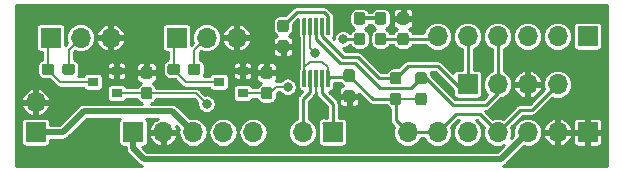
<source format=gbr>
%TF.GenerationSoftware,KiCad,Pcbnew,(5.1.4)-1*%
%TF.CreationDate,2020-11-13T13:28:28-08:00*%
%TF.ProjectId,powerglove_pcb,706f7765-7267-46c6-9f76-655f7063622e,rev?*%
%TF.SameCoordinates,Original*%
%TF.FileFunction,Copper,L1,Top*%
%TF.FilePolarity,Positive*%
%FSLAX46Y46*%
G04 Gerber Fmt 4.6, Leading zero omitted, Abs format (unit mm)*
G04 Created by KiCad (PCBNEW (5.1.4)-1) date 2020-11-13 13:28:28*
%MOMM*%
%LPD*%
G04 APERTURE LIST*
%TA.AperFunction,Conductor*%
%ADD10C,0.100000*%
%TD*%
%TA.AperFunction,SMDPad,CuDef*%
%ADD11C,0.300000*%
%TD*%
%TA.AperFunction,SMDPad,CuDef*%
%ADD12C,0.950000*%
%TD*%
%TA.AperFunction,ComponentPad*%
%ADD13O,1.700000X1.700000*%
%TD*%
%TA.AperFunction,ComponentPad*%
%ADD14R,1.700000X1.700000*%
%TD*%
%TA.AperFunction,SMDPad,CuDef*%
%ADD15R,0.900000X0.800000*%
%TD*%
%TA.AperFunction,ViaPad*%
%ADD16C,0.800000*%
%TD*%
%TA.AperFunction,Conductor*%
%ADD17C,0.203200*%
%TD*%
%TA.AperFunction,Conductor*%
%ADD18C,0.254000*%
%TD*%
%TA.AperFunction,Conductor*%
%ADD19C,0.152400*%
%TD*%
%TA.AperFunction,Conductor*%
%ADD20C,0.508000*%
%TD*%
%TA.AperFunction,Conductor*%
%ADD21C,0.304800*%
%TD*%
G04 APERTURE END LIST*
D10*
%TO.N,Net-(C1-Pad1)*%
%TO.C,U1*%
G36*
X92903351Y-69592361D02*
G01*
X92910632Y-69593441D01*
X92917771Y-69595229D01*
X92924701Y-69597709D01*
X92931355Y-69600856D01*
X92937668Y-69604640D01*
X92943579Y-69609024D01*
X92949033Y-69613967D01*
X92953976Y-69619421D01*
X92958360Y-69625332D01*
X92962144Y-69631645D01*
X92965291Y-69638299D01*
X92967771Y-69645229D01*
X92969559Y-69652368D01*
X92970639Y-69659649D01*
X92971000Y-69667000D01*
X92971000Y-70967000D01*
X92970639Y-70974351D01*
X92969559Y-70981632D01*
X92967771Y-70988771D01*
X92965291Y-70995701D01*
X92962144Y-71002355D01*
X92958360Y-71008668D01*
X92953976Y-71014579D01*
X92949033Y-71020033D01*
X92943579Y-71024976D01*
X92937668Y-71029360D01*
X92931355Y-71033144D01*
X92924701Y-71036291D01*
X92917771Y-71038771D01*
X92910632Y-71040559D01*
X92903351Y-71041639D01*
X92896000Y-71042000D01*
X92746000Y-71042000D01*
X92738649Y-71041639D01*
X92731368Y-71040559D01*
X92724229Y-71038771D01*
X92717299Y-71036291D01*
X92710645Y-71033144D01*
X92704332Y-71029360D01*
X92698421Y-71024976D01*
X92692967Y-71020033D01*
X92688024Y-71014579D01*
X92683640Y-71008668D01*
X92679856Y-71002355D01*
X92676709Y-70995701D01*
X92674229Y-70988771D01*
X92672441Y-70981632D01*
X92671361Y-70974351D01*
X92671000Y-70967000D01*
X92671000Y-69667000D01*
X92671361Y-69659649D01*
X92672441Y-69652368D01*
X92674229Y-69645229D01*
X92676709Y-69638299D01*
X92679856Y-69631645D01*
X92683640Y-69625332D01*
X92688024Y-69619421D01*
X92692967Y-69613967D01*
X92698421Y-69609024D01*
X92704332Y-69604640D01*
X92710645Y-69600856D01*
X92717299Y-69597709D01*
X92724229Y-69595229D01*
X92731368Y-69593441D01*
X92738649Y-69592361D01*
X92746000Y-69592000D01*
X92896000Y-69592000D01*
X92903351Y-69592361D01*
X92903351Y-69592361D01*
G37*
D11*
%TD*%
%TO.P,U1,1*%
%TO.N,Net-(C1-Pad1)*%
X92821000Y-70317000D03*
D10*
%TO.N,/SCL*%
%TO.C,U1*%
G36*
X92403351Y-69592361D02*
G01*
X92410632Y-69593441D01*
X92417771Y-69595229D01*
X92424701Y-69597709D01*
X92431355Y-69600856D01*
X92437668Y-69604640D01*
X92443579Y-69609024D01*
X92449033Y-69613967D01*
X92453976Y-69619421D01*
X92458360Y-69625332D01*
X92462144Y-69631645D01*
X92465291Y-69638299D01*
X92467771Y-69645229D01*
X92469559Y-69652368D01*
X92470639Y-69659649D01*
X92471000Y-69667000D01*
X92471000Y-70967000D01*
X92470639Y-70974351D01*
X92469559Y-70981632D01*
X92467771Y-70988771D01*
X92465291Y-70995701D01*
X92462144Y-71002355D01*
X92458360Y-71008668D01*
X92453976Y-71014579D01*
X92449033Y-71020033D01*
X92443579Y-71024976D01*
X92437668Y-71029360D01*
X92431355Y-71033144D01*
X92424701Y-71036291D01*
X92417771Y-71038771D01*
X92410632Y-71040559D01*
X92403351Y-71041639D01*
X92396000Y-71042000D01*
X92246000Y-71042000D01*
X92238649Y-71041639D01*
X92231368Y-71040559D01*
X92224229Y-71038771D01*
X92217299Y-71036291D01*
X92210645Y-71033144D01*
X92204332Y-71029360D01*
X92198421Y-71024976D01*
X92192967Y-71020033D01*
X92188024Y-71014579D01*
X92183640Y-71008668D01*
X92179856Y-71002355D01*
X92176709Y-70995701D01*
X92174229Y-70988771D01*
X92172441Y-70981632D01*
X92171361Y-70974351D01*
X92171000Y-70967000D01*
X92171000Y-69667000D01*
X92171361Y-69659649D01*
X92172441Y-69652368D01*
X92174229Y-69645229D01*
X92176709Y-69638299D01*
X92179856Y-69631645D01*
X92183640Y-69625332D01*
X92188024Y-69619421D01*
X92192967Y-69613967D01*
X92198421Y-69609024D01*
X92204332Y-69604640D01*
X92210645Y-69600856D01*
X92217299Y-69597709D01*
X92224229Y-69595229D01*
X92231368Y-69593441D01*
X92238649Y-69592361D01*
X92246000Y-69592000D01*
X92396000Y-69592000D01*
X92403351Y-69592361D01*
X92403351Y-69592361D01*
G37*
D11*
%TD*%
%TO.P,U1,2*%
%TO.N,/SCL*%
X92321000Y-70317000D03*
D10*
%TO.N,/SDA*%
%TO.C,U1*%
G36*
X91903351Y-69592361D02*
G01*
X91910632Y-69593441D01*
X91917771Y-69595229D01*
X91924701Y-69597709D01*
X91931355Y-69600856D01*
X91937668Y-69604640D01*
X91943579Y-69609024D01*
X91949033Y-69613967D01*
X91953976Y-69619421D01*
X91958360Y-69625332D01*
X91962144Y-69631645D01*
X91965291Y-69638299D01*
X91967771Y-69645229D01*
X91969559Y-69652368D01*
X91970639Y-69659649D01*
X91971000Y-69667000D01*
X91971000Y-70967000D01*
X91970639Y-70974351D01*
X91969559Y-70981632D01*
X91967771Y-70988771D01*
X91965291Y-70995701D01*
X91962144Y-71002355D01*
X91958360Y-71008668D01*
X91953976Y-71014579D01*
X91949033Y-71020033D01*
X91943579Y-71024976D01*
X91937668Y-71029360D01*
X91931355Y-71033144D01*
X91924701Y-71036291D01*
X91917771Y-71038771D01*
X91910632Y-71040559D01*
X91903351Y-71041639D01*
X91896000Y-71042000D01*
X91746000Y-71042000D01*
X91738649Y-71041639D01*
X91731368Y-71040559D01*
X91724229Y-71038771D01*
X91717299Y-71036291D01*
X91710645Y-71033144D01*
X91704332Y-71029360D01*
X91698421Y-71024976D01*
X91692967Y-71020033D01*
X91688024Y-71014579D01*
X91683640Y-71008668D01*
X91679856Y-71002355D01*
X91676709Y-70995701D01*
X91674229Y-70988771D01*
X91672441Y-70981632D01*
X91671361Y-70974351D01*
X91671000Y-70967000D01*
X91671000Y-69667000D01*
X91671361Y-69659649D01*
X91672441Y-69652368D01*
X91674229Y-69645229D01*
X91676709Y-69638299D01*
X91679856Y-69631645D01*
X91683640Y-69625332D01*
X91688024Y-69619421D01*
X91692967Y-69613967D01*
X91698421Y-69609024D01*
X91704332Y-69604640D01*
X91710645Y-69600856D01*
X91717299Y-69597709D01*
X91724229Y-69595229D01*
X91731368Y-69593441D01*
X91738649Y-69592361D01*
X91746000Y-69592000D01*
X91896000Y-69592000D01*
X91903351Y-69592361D01*
X91903351Y-69592361D01*
G37*
D11*
%TD*%
%TO.P,U1,3*%
%TO.N,/SDA*%
X91821000Y-70317000D03*
D10*
%TO.N,/INT*%
%TO.C,U1*%
G36*
X91403351Y-69592361D02*
G01*
X91410632Y-69593441D01*
X91417771Y-69595229D01*
X91424701Y-69597709D01*
X91431355Y-69600856D01*
X91437668Y-69604640D01*
X91443579Y-69609024D01*
X91449033Y-69613967D01*
X91453976Y-69619421D01*
X91458360Y-69625332D01*
X91462144Y-69631645D01*
X91465291Y-69638299D01*
X91467771Y-69645229D01*
X91469559Y-69652368D01*
X91470639Y-69659649D01*
X91471000Y-69667000D01*
X91471000Y-70967000D01*
X91470639Y-70974351D01*
X91469559Y-70981632D01*
X91467771Y-70988771D01*
X91465291Y-70995701D01*
X91462144Y-71002355D01*
X91458360Y-71008668D01*
X91453976Y-71014579D01*
X91449033Y-71020033D01*
X91443579Y-71024976D01*
X91437668Y-71029360D01*
X91431355Y-71033144D01*
X91424701Y-71036291D01*
X91417771Y-71038771D01*
X91410632Y-71040559D01*
X91403351Y-71041639D01*
X91396000Y-71042000D01*
X91246000Y-71042000D01*
X91238649Y-71041639D01*
X91231368Y-71040559D01*
X91224229Y-71038771D01*
X91217299Y-71036291D01*
X91210645Y-71033144D01*
X91204332Y-71029360D01*
X91198421Y-71024976D01*
X91192967Y-71020033D01*
X91188024Y-71014579D01*
X91183640Y-71008668D01*
X91179856Y-71002355D01*
X91176709Y-70995701D01*
X91174229Y-70988771D01*
X91172441Y-70981632D01*
X91171361Y-70974351D01*
X91171000Y-70967000D01*
X91171000Y-69667000D01*
X91171361Y-69659649D01*
X91172441Y-69652368D01*
X91174229Y-69645229D01*
X91176709Y-69638299D01*
X91179856Y-69631645D01*
X91183640Y-69625332D01*
X91188024Y-69619421D01*
X91192967Y-69613967D01*
X91198421Y-69609024D01*
X91204332Y-69604640D01*
X91210645Y-69600856D01*
X91217299Y-69597709D01*
X91224229Y-69595229D01*
X91231368Y-69593441D01*
X91238649Y-69592361D01*
X91246000Y-69592000D01*
X91396000Y-69592000D01*
X91403351Y-69592361D01*
X91403351Y-69592361D01*
G37*
D11*
%TD*%
%TO.P,U1,4*%
%TO.N,/INT*%
X91321000Y-70317000D03*
D10*
%TO.N,+3V3*%
%TO.C,U1*%
G36*
X90903351Y-69592361D02*
G01*
X90910632Y-69593441D01*
X90917771Y-69595229D01*
X90924701Y-69597709D01*
X90931355Y-69600856D01*
X90937668Y-69604640D01*
X90943579Y-69609024D01*
X90949033Y-69613967D01*
X90953976Y-69619421D01*
X90958360Y-69625332D01*
X90962144Y-69631645D01*
X90965291Y-69638299D01*
X90967771Y-69645229D01*
X90969559Y-69652368D01*
X90970639Y-69659649D01*
X90971000Y-69667000D01*
X90971000Y-70967000D01*
X90970639Y-70974351D01*
X90969559Y-70981632D01*
X90967771Y-70988771D01*
X90965291Y-70995701D01*
X90962144Y-71002355D01*
X90958360Y-71008668D01*
X90953976Y-71014579D01*
X90949033Y-71020033D01*
X90943579Y-71024976D01*
X90937668Y-71029360D01*
X90931355Y-71033144D01*
X90924701Y-71036291D01*
X90917771Y-71038771D01*
X90910632Y-71040559D01*
X90903351Y-71041639D01*
X90896000Y-71042000D01*
X90746000Y-71042000D01*
X90738649Y-71041639D01*
X90731368Y-71040559D01*
X90724229Y-71038771D01*
X90717299Y-71036291D01*
X90710645Y-71033144D01*
X90704332Y-71029360D01*
X90698421Y-71024976D01*
X90692967Y-71020033D01*
X90688024Y-71014579D01*
X90683640Y-71008668D01*
X90679856Y-71002355D01*
X90676709Y-70995701D01*
X90674229Y-70988771D01*
X90672441Y-70981632D01*
X90671361Y-70974351D01*
X90671000Y-70967000D01*
X90671000Y-69667000D01*
X90671361Y-69659649D01*
X90672441Y-69652368D01*
X90674229Y-69645229D01*
X90676709Y-69638299D01*
X90679856Y-69631645D01*
X90683640Y-69625332D01*
X90688024Y-69619421D01*
X90692967Y-69613967D01*
X90698421Y-69609024D01*
X90704332Y-69604640D01*
X90710645Y-69600856D01*
X90717299Y-69597709D01*
X90724229Y-69595229D01*
X90731368Y-69593441D01*
X90738649Y-69592361D01*
X90746000Y-69592000D01*
X90896000Y-69592000D01*
X90903351Y-69592361D01*
X90903351Y-69592361D01*
G37*
D11*
%TD*%
%TO.P,U1,5*%
%TO.N,+3V3*%
X90821000Y-70317000D03*
D10*
%TO.N,+3V3*%
%TO.C,U1*%
G36*
X90903351Y-73992361D02*
G01*
X90910632Y-73993441D01*
X90917771Y-73995229D01*
X90924701Y-73997709D01*
X90931355Y-74000856D01*
X90937668Y-74004640D01*
X90943579Y-74009024D01*
X90949033Y-74013967D01*
X90953976Y-74019421D01*
X90958360Y-74025332D01*
X90962144Y-74031645D01*
X90965291Y-74038299D01*
X90967771Y-74045229D01*
X90969559Y-74052368D01*
X90970639Y-74059649D01*
X90971000Y-74067000D01*
X90971000Y-75367000D01*
X90970639Y-75374351D01*
X90969559Y-75381632D01*
X90967771Y-75388771D01*
X90965291Y-75395701D01*
X90962144Y-75402355D01*
X90958360Y-75408668D01*
X90953976Y-75414579D01*
X90949033Y-75420033D01*
X90943579Y-75424976D01*
X90937668Y-75429360D01*
X90931355Y-75433144D01*
X90924701Y-75436291D01*
X90917771Y-75438771D01*
X90910632Y-75440559D01*
X90903351Y-75441639D01*
X90896000Y-75442000D01*
X90746000Y-75442000D01*
X90738649Y-75441639D01*
X90731368Y-75440559D01*
X90724229Y-75438771D01*
X90717299Y-75436291D01*
X90710645Y-75433144D01*
X90704332Y-75429360D01*
X90698421Y-75424976D01*
X90692967Y-75420033D01*
X90688024Y-75414579D01*
X90683640Y-75408668D01*
X90679856Y-75402355D01*
X90676709Y-75395701D01*
X90674229Y-75388771D01*
X90672441Y-75381632D01*
X90671361Y-75374351D01*
X90671000Y-75367000D01*
X90671000Y-74067000D01*
X90671361Y-74059649D01*
X90672441Y-74052368D01*
X90674229Y-74045229D01*
X90676709Y-74038299D01*
X90679856Y-74031645D01*
X90683640Y-74025332D01*
X90688024Y-74019421D01*
X90692967Y-74013967D01*
X90698421Y-74009024D01*
X90704332Y-74004640D01*
X90710645Y-74000856D01*
X90717299Y-73997709D01*
X90724229Y-73995229D01*
X90731368Y-73993441D01*
X90738649Y-73992361D01*
X90746000Y-73992000D01*
X90896000Y-73992000D01*
X90903351Y-73992361D01*
X90903351Y-73992361D01*
G37*
D11*
%TD*%
%TO.P,U1,6*%
%TO.N,+3V3*%
X90821000Y-74717000D03*
D10*
%TO.N,Net-(J4-Pad2)*%
%TO.C,U1*%
G36*
X91403351Y-73992361D02*
G01*
X91410632Y-73993441D01*
X91417771Y-73995229D01*
X91424701Y-73997709D01*
X91431355Y-74000856D01*
X91437668Y-74004640D01*
X91443579Y-74009024D01*
X91449033Y-74013967D01*
X91453976Y-74019421D01*
X91458360Y-74025332D01*
X91462144Y-74031645D01*
X91465291Y-74038299D01*
X91467771Y-74045229D01*
X91469559Y-74052368D01*
X91470639Y-74059649D01*
X91471000Y-74067000D01*
X91471000Y-75367000D01*
X91470639Y-75374351D01*
X91469559Y-75381632D01*
X91467771Y-75388771D01*
X91465291Y-75395701D01*
X91462144Y-75402355D01*
X91458360Y-75408668D01*
X91453976Y-75414579D01*
X91449033Y-75420033D01*
X91443579Y-75424976D01*
X91437668Y-75429360D01*
X91431355Y-75433144D01*
X91424701Y-75436291D01*
X91417771Y-75438771D01*
X91410632Y-75440559D01*
X91403351Y-75441639D01*
X91396000Y-75442000D01*
X91246000Y-75442000D01*
X91238649Y-75441639D01*
X91231368Y-75440559D01*
X91224229Y-75438771D01*
X91217299Y-75436291D01*
X91210645Y-75433144D01*
X91204332Y-75429360D01*
X91198421Y-75424976D01*
X91192967Y-75420033D01*
X91188024Y-75414579D01*
X91183640Y-75408668D01*
X91179856Y-75402355D01*
X91176709Y-75395701D01*
X91174229Y-75388771D01*
X91172441Y-75381632D01*
X91171361Y-75374351D01*
X91171000Y-75367000D01*
X91171000Y-74067000D01*
X91171361Y-74059649D01*
X91172441Y-74052368D01*
X91174229Y-74045229D01*
X91176709Y-74038299D01*
X91179856Y-74031645D01*
X91183640Y-74025332D01*
X91188024Y-74019421D01*
X91192967Y-74013967D01*
X91198421Y-74009024D01*
X91204332Y-74004640D01*
X91210645Y-74000856D01*
X91217299Y-73997709D01*
X91224229Y-73995229D01*
X91231368Y-73993441D01*
X91238649Y-73992361D01*
X91246000Y-73992000D01*
X91396000Y-73992000D01*
X91403351Y-73992361D01*
X91403351Y-73992361D01*
G37*
D11*
%TD*%
%TO.P,U1,7*%
%TO.N,Net-(J4-Pad2)*%
X91321000Y-74717000D03*
D10*
%TO.N,GND*%
%TO.C,U1*%
G36*
X91903351Y-73992361D02*
G01*
X91910632Y-73993441D01*
X91917771Y-73995229D01*
X91924701Y-73997709D01*
X91931355Y-74000856D01*
X91937668Y-74004640D01*
X91943579Y-74009024D01*
X91949033Y-74013967D01*
X91953976Y-74019421D01*
X91958360Y-74025332D01*
X91962144Y-74031645D01*
X91965291Y-74038299D01*
X91967771Y-74045229D01*
X91969559Y-74052368D01*
X91970639Y-74059649D01*
X91971000Y-74067000D01*
X91971000Y-75367000D01*
X91970639Y-75374351D01*
X91969559Y-75381632D01*
X91967771Y-75388771D01*
X91965291Y-75395701D01*
X91962144Y-75402355D01*
X91958360Y-75408668D01*
X91953976Y-75414579D01*
X91949033Y-75420033D01*
X91943579Y-75424976D01*
X91937668Y-75429360D01*
X91931355Y-75433144D01*
X91924701Y-75436291D01*
X91917771Y-75438771D01*
X91910632Y-75440559D01*
X91903351Y-75441639D01*
X91896000Y-75442000D01*
X91746000Y-75442000D01*
X91738649Y-75441639D01*
X91731368Y-75440559D01*
X91724229Y-75438771D01*
X91717299Y-75436291D01*
X91710645Y-75433144D01*
X91704332Y-75429360D01*
X91698421Y-75424976D01*
X91692967Y-75420033D01*
X91688024Y-75414579D01*
X91683640Y-75408668D01*
X91679856Y-75402355D01*
X91676709Y-75395701D01*
X91674229Y-75388771D01*
X91672441Y-75381632D01*
X91671361Y-75374351D01*
X91671000Y-75367000D01*
X91671000Y-74067000D01*
X91671361Y-74059649D01*
X91672441Y-74052368D01*
X91674229Y-74045229D01*
X91676709Y-74038299D01*
X91679856Y-74031645D01*
X91683640Y-74025332D01*
X91688024Y-74019421D01*
X91692967Y-74013967D01*
X91698421Y-74009024D01*
X91704332Y-74004640D01*
X91710645Y-74000856D01*
X91717299Y-73997709D01*
X91724229Y-73995229D01*
X91731368Y-73993441D01*
X91738649Y-73992361D01*
X91746000Y-73992000D01*
X91896000Y-73992000D01*
X91903351Y-73992361D01*
X91903351Y-73992361D01*
G37*
D11*
%TD*%
%TO.P,U1,8*%
%TO.N,GND*%
X91821000Y-74717000D03*
D10*
%TO.N,Net-(J4-Pad1)*%
%TO.C,U1*%
G36*
X92403351Y-73992361D02*
G01*
X92410632Y-73993441D01*
X92417771Y-73995229D01*
X92424701Y-73997709D01*
X92431355Y-74000856D01*
X92437668Y-74004640D01*
X92443579Y-74009024D01*
X92449033Y-74013967D01*
X92453976Y-74019421D01*
X92458360Y-74025332D01*
X92462144Y-74031645D01*
X92465291Y-74038299D01*
X92467771Y-74045229D01*
X92469559Y-74052368D01*
X92470639Y-74059649D01*
X92471000Y-74067000D01*
X92471000Y-75367000D01*
X92470639Y-75374351D01*
X92469559Y-75381632D01*
X92467771Y-75388771D01*
X92465291Y-75395701D01*
X92462144Y-75402355D01*
X92458360Y-75408668D01*
X92453976Y-75414579D01*
X92449033Y-75420033D01*
X92443579Y-75424976D01*
X92437668Y-75429360D01*
X92431355Y-75433144D01*
X92424701Y-75436291D01*
X92417771Y-75438771D01*
X92410632Y-75440559D01*
X92403351Y-75441639D01*
X92396000Y-75442000D01*
X92246000Y-75442000D01*
X92238649Y-75441639D01*
X92231368Y-75440559D01*
X92224229Y-75438771D01*
X92217299Y-75436291D01*
X92210645Y-75433144D01*
X92204332Y-75429360D01*
X92198421Y-75424976D01*
X92192967Y-75420033D01*
X92188024Y-75414579D01*
X92183640Y-75408668D01*
X92179856Y-75402355D01*
X92176709Y-75395701D01*
X92174229Y-75388771D01*
X92172441Y-75381632D01*
X92171361Y-75374351D01*
X92171000Y-75367000D01*
X92171000Y-74067000D01*
X92171361Y-74059649D01*
X92172441Y-74052368D01*
X92174229Y-74045229D01*
X92176709Y-74038299D01*
X92179856Y-74031645D01*
X92183640Y-74025332D01*
X92188024Y-74019421D01*
X92192967Y-74013967D01*
X92198421Y-74009024D01*
X92204332Y-74004640D01*
X92210645Y-74000856D01*
X92217299Y-73997709D01*
X92224229Y-73995229D01*
X92231368Y-73993441D01*
X92238649Y-73992361D01*
X92246000Y-73992000D01*
X92396000Y-73992000D01*
X92403351Y-73992361D01*
X92403351Y-73992361D01*
G37*
D11*
%TD*%
%TO.P,U1,9*%
%TO.N,Net-(J4-Pad1)*%
X92321000Y-74717000D03*
D10*
%TO.N,+3V3*%
%TO.C,U1*%
G36*
X92903351Y-73992361D02*
G01*
X92910632Y-73993441D01*
X92917771Y-73995229D01*
X92924701Y-73997709D01*
X92931355Y-74000856D01*
X92937668Y-74004640D01*
X92943579Y-74009024D01*
X92949033Y-74013967D01*
X92953976Y-74019421D01*
X92958360Y-74025332D01*
X92962144Y-74031645D01*
X92965291Y-74038299D01*
X92967771Y-74045229D01*
X92969559Y-74052368D01*
X92970639Y-74059649D01*
X92971000Y-74067000D01*
X92971000Y-75367000D01*
X92970639Y-75374351D01*
X92969559Y-75381632D01*
X92967771Y-75388771D01*
X92965291Y-75395701D01*
X92962144Y-75402355D01*
X92958360Y-75408668D01*
X92953976Y-75414579D01*
X92949033Y-75420033D01*
X92943579Y-75424976D01*
X92937668Y-75429360D01*
X92931355Y-75433144D01*
X92924701Y-75436291D01*
X92917771Y-75438771D01*
X92910632Y-75440559D01*
X92903351Y-75441639D01*
X92896000Y-75442000D01*
X92746000Y-75442000D01*
X92738649Y-75441639D01*
X92731368Y-75440559D01*
X92724229Y-75438771D01*
X92717299Y-75436291D01*
X92710645Y-75433144D01*
X92704332Y-75429360D01*
X92698421Y-75424976D01*
X92692967Y-75420033D01*
X92688024Y-75414579D01*
X92683640Y-75408668D01*
X92679856Y-75402355D01*
X92676709Y-75395701D01*
X92674229Y-75388771D01*
X92672441Y-75381632D01*
X92671361Y-75374351D01*
X92671000Y-75367000D01*
X92671000Y-74067000D01*
X92671361Y-74059649D01*
X92672441Y-74052368D01*
X92674229Y-74045229D01*
X92676709Y-74038299D01*
X92679856Y-74031645D01*
X92683640Y-74025332D01*
X92688024Y-74019421D01*
X92692967Y-74013967D01*
X92698421Y-74009024D01*
X92704332Y-74004640D01*
X92710645Y-74000856D01*
X92717299Y-73997709D01*
X92724229Y-73995229D01*
X92731368Y-73993441D01*
X92738649Y-73992361D01*
X92746000Y-73992000D01*
X92896000Y-73992000D01*
X92903351Y-73992361D01*
X92903351Y-73992361D01*
G37*
D11*
%TD*%
%TO.P,U1,10*%
%TO.N,+3V3*%
X92821000Y-74717000D03*
D10*
%TO.N,GND*%
%TO.C,R9*%
G36*
X99447779Y-69086144D02*
G01*
X99470834Y-69089563D01*
X99493443Y-69095227D01*
X99515387Y-69103079D01*
X99536457Y-69113044D01*
X99556448Y-69125026D01*
X99575168Y-69138910D01*
X99592438Y-69154562D01*
X99608090Y-69171832D01*
X99621974Y-69190552D01*
X99633956Y-69210543D01*
X99643921Y-69231613D01*
X99651773Y-69253557D01*
X99657437Y-69276166D01*
X99660856Y-69299221D01*
X99662000Y-69322500D01*
X99662000Y-69897500D01*
X99660856Y-69920779D01*
X99657437Y-69943834D01*
X99651773Y-69966443D01*
X99643921Y-69988387D01*
X99633956Y-70009457D01*
X99621974Y-70029448D01*
X99608090Y-70048168D01*
X99592438Y-70065438D01*
X99575168Y-70081090D01*
X99556448Y-70094974D01*
X99536457Y-70106956D01*
X99515387Y-70116921D01*
X99493443Y-70124773D01*
X99470834Y-70130437D01*
X99447779Y-70133856D01*
X99424500Y-70135000D01*
X98949500Y-70135000D01*
X98926221Y-70133856D01*
X98903166Y-70130437D01*
X98880557Y-70124773D01*
X98858613Y-70116921D01*
X98837543Y-70106956D01*
X98817552Y-70094974D01*
X98798832Y-70081090D01*
X98781562Y-70065438D01*
X98765910Y-70048168D01*
X98752026Y-70029448D01*
X98740044Y-70009457D01*
X98730079Y-69988387D01*
X98722227Y-69966443D01*
X98716563Y-69943834D01*
X98713144Y-69920779D01*
X98712000Y-69897500D01*
X98712000Y-69322500D01*
X98713144Y-69299221D01*
X98716563Y-69276166D01*
X98722227Y-69253557D01*
X98730079Y-69231613D01*
X98740044Y-69210543D01*
X98752026Y-69190552D01*
X98765910Y-69171832D01*
X98781562Y-69154562D01*
X98798832Y-69138910D01*
X98817552Y-69125026D01*
X98837543Y-69113044D01*
X98858613Y-69103079D01*
X98880557Y-69095227D01*
X98903166Y-69089563D01*
X98926221Y-69086144D01*
X98949500Y-69085000D01*
X99424500Y-69085000D01*
X99447779Y-69086144D01*
X99447779Y-69086144D01*
G37*
D12*
%TD*%
%TO.P,R9,2*%
%TO.N,GND*%
X99187000Y-69610000D03*
D10*
%TO.N,/monitor*%
%TO.C,R9*%
G36*
X99447779Y-70836144D02*
G01*
X99470834Y-70839563D01*
X99493443Y-70845227D01*
X99515387Y-70853079D01*
X99536457Y-70863044D01*
X99556448Y-70875026D01*
X99575168Y-70888910D01*
X99592438Y-70904562D01*
X99608090Y-70921832D01*
X99621974Y-70940552D01*
X99633956Y-70960543D01*
X99643921Y-70981613D01*
X99651773Y-71003557D01*
X99657437Y-71026166D01*
X99660856Y-71049221D01*
X99662000Y-71072500D01*
X99662000Y-71647500D01*
X99660856Y-71670779D01*
X99657437Y-71693834D01*
X99651773Y-71716443D01*
X99643921Y-71738387D01*
X99633956Y-71759457D01*
X99621974Y-71779448D01*
X99608090Y-71798168D01*
X99592438Y-71815438D01*
X99575168Y-71831090D01*
X99556448Y-71844974D01*
X99536457Y-71856956D01*
X99515387Y-71866921D01*
X99493443Y-71874773D01*
X99470834Y-71880437D01*
X99447779Y-71883856D01*
X99424500Y-71885000D01*
X98949500Y-71885000D01*
X98926221Y-71883856D01*
X98903166Y-71880437D01*
X98880557Y-71874773D01*
X98858613Y-71866921D01*
X98837543Y-71856956D01*
X98817552Y-71844974D01*
X98798832Y-71831090D01*
X98781562Y-71815438D01*
X98765910Y-71798168D01*
X98752026Y-71779448D01*
X98740044Y-71759457D01*
X98730079Y-71738387D01*
X98722227Y-71716443D01*
X98716563Y-71693834D01*
X98713144Y-71670779D01*
X98712000Y-71647500D01*
X98712000Y-71072500D01*
X98713144Y-71049221D01*
X98716563Y-71026166D01*
X98722227Y-71003557D01*
X98730079Y-70981613D01*
X98740044Y-70960543D01*
X98752026Y-70940552D01*
X98765910Y-70921832D01*
X98781562Y-70904562D01*
X98798832Y-70888910D01*
X98817552Y-70875026D01*
X98837543Y-70863044D01*
X98858613Y-70853079D01*
X98880557Y-70845227D01*
X98903166Y-70839563D01*
X98926221Y-70836144D01*
X98949500Y-70835000D01*
X99424500Y-70835000D01*
X99447779Y-70836144D01*
X99447779Y-70836144D01*
G37*
D12*
%TD*%
%TO.P,R9,1*%
%TO.N,/monitor*%
X99187000Y-71360000D03*
D10*
%TO.N,/monitor*%
%TO.C,R8*%
G36*
X97542779Y-70836144D02*
G01*
X97565834Y-70839563D01*
X97588443Y-70845227D01*
X97610387Y-70853079D01*
X97631457Y-70863044D01*
X97651448Y-70875026D01*
X97670168Y-70888910D01*
X97687438Y-70904562D01*
X97703090Y-70921832D01*
X97716974Y-70940552D01*
X97728956Y-70960543D01*
X97738921Y-70981613D01*
X97746773Y-71003557D01*
X97752437Y-71026166D01*
X97755856Y-71049221D01*
X97757000Y-71072500D01*
X97757000Y-71647500D01*
X97755856Y-71670779D01*
X97752437Y-71693834D01*
X97746773Y-71716443D01*
X97738921Y-71738387D01*
X97728956Y-71759457D01*
X97716974Y-71779448D01*
X97703090Y-71798168D01*
X97687438Y-71815438D01*
X97670168Y-71831090D01*
X97651448Y-71844974D01*
X97631457Y-71856956D01*
X97610387Y-71866921D01*
X97588443Y-71874773D01*
X97565834Y-71880437D01*
X97542779Y-71883856D01*
X97519500Y-71885000D01*
X97044500Y-71885000D01*
X97021221Y-71883856D01*
X96998166Y-71880437D01*
X96975557Y-71874773D01*
X96953613Y-71866921D01*
X96932543Y-71856956D01*
X96912552Y-71844974D01*
X96893832Y-71831090D01*
X96876562Y-71815438D01*
X96860910Y-71798168D01*
X96847026Y-71779448D01*
X96835044Y-71759457D01*
X96825079Y-71738387D01*
X96817227Y-71716443D01*
X96811563Y-71693834D01*
X96808144Y-71670779D01*
X96807000Y-71647500D01*
X96807000Y-71072500D01*
X96808144Y-71049221D01*
X96811563Y-71026166D01*
X96817227Y-71003557D01*
X96825079Y-70981613D01*
X96835044Y-70960543D01*
X96847026Y-70940552D01*
X96860910Y-70921832D01*
X96876562Y-70904562D01*
X96893832Y-70888910D01*
X96912552Y-70875026D01*
X96932543Y-70863044D01*
X96953613Y-70853079D01*
X96975557Y-70845227D01*
X96998166Y-70839563D01*
X97021221Y-70836144D01*
X97044500Y-70835000D01*
X97519500Y-70835000D01*
X97542779Y-70836144D01*
X97542779Y-70836144D01*
G37*
D12*
%TD*%
%TO.P,R8,2*%
%TO.N,/monitor*%
X97282000Y-71360000D03*
D10*
%TO.N,Net-(R7-Pad2)*%
%TO.C,R8*%
G36*
X97542779Y-69086144D02*
G01*
X97565834Y-69089563D01*
X97588443Y-69095227D01*
X97610387Y-69103079D01*
X97631457Y-69113044D01*
X97651448Y-69125026D01*
X97670168Y-69138910D01*
X97687438Y-69154562D01*
X97703090Y-69171832D01*
X97716974Y-69190552D01*
X97728956Y-69210543D01*
X97738921Y-69231613D01*
X97746773Y-69253557D01*
X97752437Y-69276166D01*
X97755856Y-69299221D01*
X97757000Y-69322500D01*
X97757000Y-69897500D01*
X97755856Y-69920779D01*
X97752437Y-69943834D01*
X97746773Y-69966443D01*
X97738921Y-69988387D01*
X97728956Y-70009457D01*
X97716974Y-70029448D01*
X97703090Y-70048168D01*
X97687438Y-70065438D01*
X97670168Y-70081090D01*
X97651448Y-70094974D01*
X97631457Y-70106956D01*
X97610387Y-70116921D01*
X97588443Y-70124773D01*
X97565834Y-70130437D01*
X97542779Y-70133856D01*
X97519500Y-70135000D01*
X97044500Y-70135000D01*
X97021221Y-70133856D01*
X96998166Y-70130437D01*
X96975557Y-70124773D01*
X96953613Y-70116921D01*
X96932543Y-70106956D01*
X96912552Y-70094974D01*
X96893832Y-70081090D01*
X96876562Y-70065438D01*
X96860910Y-70048168D01*
X96847026Y-70029448D01*
X96835044Y-70009457D01*
X96825079Y-69988387D01*
X96817227Y-69966443D01*
X96811563Y-69943834D01*
X96808144Y-69920779D01*
X96807000Y-69897500D01*
X96807000Y-69322500D01*
X96808144Y-69299221D01*
X96811563Y-69276166D01*
X96817227Y-69253557D01*
X96825079Y-69231613D01*
X96835044Y-69210543D01*
X96847026Y-69190552D01*
X96860910Y-69171832D01*
X96876562Y-69154562D01*
X96893832Y-69138910D01*
X96912552Y-69125026D01*
X96932543Y-69113044D01*
X96953613Y-69103079D01*
X96975557Y-69095227D01*
X96998166Y-69089563D01*
X97021221Y-69086144D01*
X97044500Y-69085000D01*
X97519500Y-69085000D01*
X97542779Y-69086144D01*
X97542779Y-69086144D01*
G37*
D12*
%TD*%
%TO.P,R8,1*%
%TO.N,Net-(R7-Pad2)*%
X97282000Y-69610000D03*
D10*
%TO.N,Net-(R7-Pad2)*%
%TO.C,R7*%
G36*
X95764779Y-69086144D02*
G01*
X95787834Y-69089563D01*
X95810443Y-69095227D01*
X95832387Y-69103079D01*
X95853457Y-69113044D01*
X95873448Y-69125026D01*
X95892168Y-69138910D01*
X95909438Y-69154562D01*
X95925090Y-69171832D01*
X95938974Y-69190552D01*
X95950956Y-69210543D01*
X95960921Y-69231613D01*
X95968773Y-69253557D01*
X95974437Y-69276166D01*
X95977856Y-69299221D01*
X95979000Y-69322500D01*
X95979000Y-69897500D01*
X95977856Y-69920779D01*
X95974437Y-69943834D01*
X95968773Y-69966443D01*
X95960921Y-69988387D01*
X95950956Y-70009457D01*
X95938974Y-70029448D01*
X95925090Y-70048168D01*
X95909438Y-70065438D01*
X95892168Y-70081090D01*
X95873448Y-70094974D01*
X95853457Y-70106956D01*
X95832387Y-70116921D01*
X95810443Y-70124773D01*
X95787834Y-70130437D01*
X95764779Y-70133856D01*
X95741500Y-70135000D01*
X95266500Y-70135000D01*
X95243221Y-70133856D01*
X95220166Y-70130437D01*
X95197557Y-70124773D01*
X95175613Y-70116921D01*
X95154543Y-70106956D01*
X95134552Y-70094974D01*
X95115832Y-70081090D01*
X95098562Y-70065438D01*
X95082910Y-70048168D01*
X95069026Y-70029448D01*
X95057044Y-70009457D01*
X95047079Y-69988387D01*
X95039227Y-69966443D01*
X95033563Y-69943834D01*
X95030144Y-69920779D01*
X95029000Y-69897500D01*
X95029000Y-69322500D01*
X95030144Y-69299221D01*
X95033563Y-69276166D01*
X95039227Y-69253557D01*
X95047079Y-69231613D01*
X95057044Y-69210543D01*
X95069026Y-69190552D01*
X95082910Y-69171832D01*
X95098562Y-69154562D01*
X95115832Y-69138910D01*
X95134552Y-69125026D01*
X95154543Y-69113044D01*
X95175613Y-69103079D01*
X95197557Y-69095227D01*
X95220166Y-69089563D01*
X95243221Y-69086144D01*
X95266500Y-69085000D01*
X95741500Y-69085000D01*
X95764779Y-69086144D01*
X95764779Y-69086144D01*
G37*
D12*
%TD*%
%TO.P,R7,2*%
%TO.N,Net-(R7-Pad2)*%
X95504000Y-69610000D03*
D10*
%TO.N,/VBAT*%
%TO.C,R7*%
G36*
X95764779Y-70836144D02*
G01*
X95787834Y-70839563D01*
X95810443Y-70845227D01*
X95832387Y-70853079D01*
X95853457Y-70863044D01*
X95873448Y-70875026D01*
X95892168Y-70888910D01*
X95909438Y-70904562D01*
X95925090Y-70921832D01*
X95938974Y-70940552D01*
X95950956Y-70960543D01*
X95960921Y-70981613D01*
X95968773Y-71003557D01*
X95974437Y-71026166D01*
X95977856Y-71049221D01*
X95979000Y-71072500D01*
X95979000Y-71647500D01*
X95977856Y-71670779D01*
X95974437Y-71693834D01*
X95968773Y-71716443D01*
X95960921Y-71738387D01*
X95950956Y-71759457D01*
X95938974Y-71779448D01*
X95925090Y-71798168D01*
X95909438Y-71815438D01*
X95892168Y-71831090D01*
X95873448Y-71844974D01*
X95853457Y-71856956D01*
X95832387Y-71866921D01*
X95810443Y-71874773D01*
X95787834Y-71880437D01*
X95764779Y-71883856D01*
X95741500Y-71885000D01*
X95266500Y-71885000D01*
X95243221Y-71883856D01*
X95220166Y-71880437D01*
X95197557Y-71874773D01*
X95175613Y-71866921D01*
X95154543Y-71856956D01*
X95134552Y-71844974D01*
X95115832Y-71831090D01*
X95098562Y-71815438D01*
X95082910Y-71798168D01*
X95069026Y-71779448D01*
X95057044Y-71759457D01*
X95047079Y-71738387D01*
X95039227Y-71716443D01*
X95033563Y-71693834D01*
X95030144Y-71670779D01*
X95029000Y-71647500D01*
X95029000Y-71072500D01*
X95030144Y-71049221D01*
X95033563Y-71026166D01*
X95039227Y-71003557D01*
X95047079Y-70981613D01*
X95057044Y-70960543D01*
X95069026Y-70940552D01*
X95082910Y-70921832D01*
X95098562Y-70904562D01*
X95115832Y-70888910D01*
X95134552Y-70875026D01*
X95154543Y-70863044D01*
X95175613Y-70853079D01*
X95197557Y-70845227D01*
X95220166Y-70839563D01*
X95243221Y-70836144D01*
X95266500Y-70835000D01*
X95741500Y-70835000D01*
X95764779Y-70836144D01*
X95764779Y-70836144D01*
G37*
D12*
%TD*%
%TO.P,R7,1*%
%TO.N,/VBAT*%
X95504000Y-71360000D03*
D13*
%TO.P,J2,6*%
%TO.N,/monitor*%
X102108000Y-71120000D03*
%TO.P,J2,5*%
%TO.N,/SCL*%
X104648000Y-71120000D03*
%TO.P,J2,4*%
%TO.N,/SDA*%
X107188000Y-71120000D03*
%TO.P,J2,3*%
%TO.N,/INT*%
X109728000Y-71120000D03*
%TO.P,J2,2*%
%TO.N,/SERVO2*%
X112268000Y-71120000D03*
D14*
%TO.P,J2,1*%
%TO.N,/SERVO1*%
X114808000Y-71120000D03*
%TD*%
D13*
%TO.P,J8,4*%
%TO.N,+3V3*%
X112268000Y-75184000D03*
%TO.P,J8,3*%
%TO.N,GND*%
X109728000Y-75184000D03*
%TO.P,J8,2*%
%TO.N,/SDA*%
X107188000Y-75184000D03*
D14*
%TO.P,J8,1*%
%TO.N,/SCL*%
X104648000Y-75184000D03*
%TD*%
D10*
%TO.N,Net-(J7-Pad1)*%
%TO.C,R6*%
G36*
X80066779Y-73440144D02*
G01*
X80089834Y-73443563D01*
X80112443Y-73449227D01*
X80134387Y-73457079D01*
X80155457Y-73467044D01*
X80175448Y-73479026D01*
X80194168Y-73492910D01*
X80211438Y-73508562D01*
X80227090Y-73525832D01*
X80240974Y-73544552D01*
X80252956Y-73564543D01*
X80262921Y-73585613D01*
X80270773Y-73607557D01*
X80276437Y-73630166D01*
X80279856Y-73653221D01*
X80281000Y-73676500D01*
X80281000Y-74151500D01*
X80279856Y-74174779D01*
X80276437Y-74197834D01*
X80270773Y-74220443D01*
X80262921Y-74242387D01*
X80252956Y-74263457D01*
X80240974Y-74283448D01*
X80227090Y-74302168D01*
X80211438Y-74319438D01*
X80194168Y-74335090D01*
X80175448Y-74348974D01*
X80155457Y-74360956D01*
X80134387Y-74370921D01*
X80112443Y-74378773D01*
X80089834Y-74384437D01*
X80066779Y-74387856D01*
X80043500Y-74389000D01*
X79468500Y-74389000D01*
X79445221Y-74387856D01*
X79422166Y-74384437D01*
X79399557Y-74378773D01*
X79377613Y-74370921D01*
X79356543Y-74360956D01*
X79336552Y-74348974D01*
X79317832Y-74335090D01*
X79300562Y-74319438D01*
X79284910Y-74302168D01*
X79271026Y-74283448D01*
X79259044Y-74263457D01*
X79249079Y-74242387D01*
X79241227Y-74220443D01*
X79235563Y-74197834D01*
X79232144Y-74174779D01*
X79231000Y-74151500D01*
X79231000Y-73676500D01*
X79232144Y-73653221D01*
X79235563Y-73630166D01*
X79241227Y-73607557D01*
X79249079Y-73585613D01*
X79259044Y-73564543D01*
X79271026Y-73544552D01*
X79284910Y-73525832D01*
X79300562Y-73508562D01*
X79317832Y-73492910D01*
X79336552Y-73479026D01*
X79356543Y-73467044D01*
X79377613Y-73457079D01*
X79399557Y-73449227D01*
X79422166Y-73443563D01*
X79445221Y-73440144D01*
X79468500Y-73439000D01*
X80043500Y-73439000D01*
X80066779Y-73440144D01*
X80066779Y-73440144D01*
G37*
D12*
%TD*%
%TO.P,R6,2*%
%TO.N,Net-(J7-Pad1)*%
X79756000Y-73914000D03*
D10*
%TO.N,+5V*%
%TO.C,R6*%
G36*
X81816779Y-73440144D02*
G01*
X81839834Y-73443563D01*
X81862443Y-73449227D01*
X81884387Y-73457079D01*
X81905457Y-73467044D01*
X81925448Y-73479026D01*
X81944168Y-73492910D01*
X81961438Y-73508562D01*
X81977090Y-73525832D01*
X81990974Y-73544552D01*
X82002956Y-73564543D01*
X82012921Y-73585613D01*
X82020773Y-73607557D01*
X82026437Y-73630166D01*
X82029856Y-73653221D01*
X82031000Y-73676500D01*
X82031000Y-74151500D01*
X82029856Y-74174779D01*
X82026437Y-74197834D01*
X82020773Y-74220443D01*
X82012921Y-74242387D01*
X82002956Y-74263457D01*
X81990974Y-74283448D01*
X81977090Y-74302168D01*
X81961438Y-74319438D01*
X81944168Y-74335090D01*
X81925448Y-74348974D01*
X81905457Y-74360956D01*
X81884387Y-74370921D01*
X81862443Y-74378773D01*
X81839834Y-74384437D01*
X81816779Y-74387856D01*
X81793500Y-74389000D01*
X81218500Y-74389000D01*
X81195221Y-74387856D01*
X81172166Y-74384437D01*
X81149557Y-74378773D01*
X81127613Y-74370921D01*
X81106543Y-74360956D01*
X81086552Y-74348974D01*
X81067832Y-74335090D01*
X81050562Y-74319438D01*
X81034910Y-74302168D01*
X81021026Y-74283448D01*
X81009044Y-74263457D01*
X80999079Y-74242387D01*
X80991227Y-74220443D01*
X80985563Y-74197834D01*
X80982144Y-74174779D01*
X80981000Y-74151500D01*
X80981000Y-73676500D01*
X80982144Y-73653221D01*
X80985563Y-73630166D01*
X80991227Y-73607557D01*
X80999079Y-73585613D01*
X81009044Y-73564543D01*
X81021026Y-73544552D01*
X81034910Y-73525832D01*
X81050562Y-73508562D01*
X81067832Y-73492910D01*
X81086552Y-73479026D01*
X81106543Y-73467044D01*
X81127613Y-73457079D01*
X81149557Y-73449227D01*
X81172166Y-73443563D01*
X81195221Y-73440144D01*
X81218500Y-73439000D01*
X81793500Y-73439000D01*
X81816779Y-73440144D01*
X81816779Y-73440144D01*
G37*
D12*
%TD*%
%TO.P,R6,1*%
%TO.N,+5V*%
X81506000Y-73914000D03*
D10*
%TO.N,Net-(J6-Pad1)*%
%TO.C,R5*%
G36*
X69426779Y-73440144D02*
G01*
X69449834Y-73443563D01*
X69472443Y-73449227D01*
X69494387Y-73457079D01*
X69515457Y-73467044D01*
X69535448Y-73479026D01*
X69554168Y-73492910D01*
X69571438Y-73508562D01*
X69587090Y-73525832D01*
X69600974Y-73544552D01*
X69612956Y-73564543D01*
X69622921Y-73585613D01*
X69630773Y-73607557D01*
X69636437Y-73630166D01*
X69639856Y-73653221D01*
X69641000Y-73676500D01*
X69641000Y-74151500D01*
X69639856Y-74174779D01*
X69636437Y-74197834D01*
X69630773Y-74220443D01*
X69622921Y-74242387D01*
X69612956Y-74263457D01*
X69600974Y-74283448D01*
X69587090Y-74302168D01*
X69571438Y-74319438D01*
X69554168Y-74335090D01*
X69535448Y-74348974D01*
X69515457Y-74360956D01*
X69494387Y-74370921D01*
X69472443Y-74378773D01*
X69449834Y-74384437D01*
X69426779Y-74387856D01*
X69403500Y-74389000D01*
X68828500Y-74389000D01*
X68805221Y-74387856D01*
X68782166Y-74384437D01*
X68759557Y-74378773D01*
X68737613Y-74370921D01*
X68716543Y-74360956D01*
X68696552Y-74348974D01*
X68677832Y-74335090D01*
X68660562Y-74319438D01*
X68644910Y-74302168D01*
X68631026Y-74283448D01*
X68619044Y-74263457D01*
X68609079Y-74242387D01*
X68601227Y-74220443D01*
X68595563Y-74197834D01*
X68592144Y-74174779D01*
X68591000Y-74151500D01*
X68591000Y-73676500D01*
X68592144Y-73653221D01*
X68595563Y-73630166D01*
X68601227Y-73607557D01*
X68609079Y-73585613D01*
X68619044Y-73564543D01*
X68631026Y-73544552D01*
X68644910Y-73525832D01*
X68660562Y-73508562D01*
X68677832Y-73492910D01*
X68696552Y-73479026D01*
X68716543Y-73467044D01*
X68737613Y-73457079D01*
X68759557Y-73449227D01*
X68782166Y-73443563D01*
X68805221Y-73440144D01*
X68828500Y-73439000D01*
X69403500Y-73439000D01*
X69426779Y-73440144D01*
X69426779Y-73440144D01*
G37*
D12*
%TD*%
%TO.P,R5,2*%
%TO.N,Net-(J6-Pad1)*%
X69116000Y-73914000D03*
D10*
%TO.N,+5V*%
%TO.C,R5*%
G36*
X71176779Y-73440144D02*
G01*
X71199834Y-73443563D01*
X71222443Y-73449227D01*
X71244387Y-73457079D01*
X71265457Y-73467044D01*
X71285448Y-73479026D01*
X71304168Y-73492910D01*
X71321438Y-73508562D01*
X71337090Y-73525832D01*
X71350974Y-73544552D01*
X71362956Y-73564543D01*
X71372921Y-73585613D01*
X71380773Y-73607557D01*
X71386437Y-73630166D01*
X71389856Y-73653221D01*
X71391000Y-73676500D01*
X71391000Y-74151500D01*
X71389856Y-74174779D01*
X71386437Y-74197834D01*
X71380773Y-74220443D01*
X71372921Y-74242387D01*
X71362956Y-74263457D01*
X71350974Y-74283448D01*
X71337090Y-74302168D01*
X71321438Y-74319438D01*
X71304168Y-74335090D01*
X71285448Y-74348974D01*
X71265457Y-74360956D01*
X71244387Y-74370921D01*
X71222443Y-74378773D01*
X71199834Y-74384437D01*
X71176779Y-74387856D01*
X71153500Y-74389000D01*
X70578500Y-74389000D01*
X70555221Y-74387856D01*
X70532166Y-74384437D01*
X70509557Y-74378773D01*
X70487613Y-74370921D01*
X70466543Y-74360956D01*
X70446552Y-74348974D01*
X70427832Y-74335090D01*
X70410562Y-74319438D01*
X70394910Y-74302168D01*
X70381026Y-74283448D01*
X70369044Y-74263457D01*
X70359079Y-74242387D01*
X70351227Y-74220443D01*
X70345563Y-74197834D01*
X70342144Y-74174779D01*
X70341000Y-74151500D01*
X70341000Y-73676500D01*
X70342144Y-73653221D01*
X70345563Y-73630166D01*
X70351227Y-73607557D01*
X70359079Y-73585613D01*
X70369044Y-73564543D01*
X70381026Y-73544552D01*
X70394910Y-73525832D01*
X70410562Y-73508562D01*
X70427832Y-73492910D01*
X70446552Y-73479026D01*
X70466543Y-73467044D01*
X70487613Y-73457079D01*
X70509557Y-73449227D01*
X70532166Y-73443563D01*
X70555221Y-73440144D01*
X70578500Y-73439000D01*
X71153500Y-73439000D01*
X71176779Y-73440144D01*
X71176779Y-73440144D01*
G37*
D12*
%TD*%
%TO.P,R5,1*%
%TO.N,+5V*%
X70866000Y-73914000D03*
D10*
%TO.N,GND*%
%TO.C,R4*%
G36*
X87890779Y-73672144D02*
G01*
X87913834Y-73675563D01*
X87936443Y-73681227D01*
X87958387Y-73689079D01*
X87979457Y-73699044D01*
X87999448Y-73711026D01*
X88018168Y-73724910D01*
X88035438Y-73740562D01*
X88051090Y-73757832D01*
X88064974Y-73776552D01*
X88076956Y-73796543D01*
X88086921Y-73817613D01*
X88094773Y-73839557D01*
X88100437Y-73862166D01*
X88103856Y-73885221D01*
X88105000Y-73908500D01*
X88105000Y-74483500D01*
X88103856Y-74506779D01*
X88100437Y-74529834D01*
X88094773Y-74552443D01*
X88086921Y-74574387D01*
X88076956Y-74595457D01*
X88064974Y-74615448D01*
X88051090Y-74634168D01*
X88035438Y-74651438D01*
X88018168Y-74667090D01*
X87999448Y-74680974D01*
X87979457Y-74692956D01*
X87958387Y-74702921D01*
X87936443Y-74710773D01*
X87913834Y-74716437D01*
X87890779Y-74719856D01*
X87867500Y-74721000D01*
X87392500Y-74721000D01*
X87369221Y-74719856D01*
X87346166Y-74716437D01*
X87323557Y-74710773D01*
X87301613Y-74702921D01*
X87280543Y-74692956D01*
X87260552Y-74680974D01*
X87241832Y-74667090D01*
X87224562Y-74651438D01*
X87208910Y-74634168D01*
X87195026Y-74615448D01*
X87183044Y-74595457D01*
X87173079Y-74574387D01*
X87165227Y-74552443D01*
X87159563Y-74529834D01*
X87156144Y-74506779D01*
X87155000Y-74483500D01*
X87155000Y-73908500D01*
X87156144Y-73885221D01*
X87159563Y-73862166D01*
X87165227Y-73839557D01*
X87173079Y-73817613D01*
X87183044Y-73796543D01*
X87195026Y-73776552D01*
X87208910Y-73757832D01*
X87224562Y-73740562D01*
X87241832Y-73724910D01*
X87260552Y-73711026D01*
X87280543Y-73699044D01*
X87301613Y-73689079D01*
X87323557Y-73681227D01*
X87346166Y-73675563D01*
X87369221Y-73672144D01*
X87392500Y-73671000D01*
X87867500Y-73671000D01*
X87890779Y-73672144D01*
X87890779Y-73672144D01*
G37*
D12*
%TD*%
%TO.P,R4,2*%
%TO.N,GND*%
X87630000Y-74196000D03*
D10*
%TO.N,/SERVO2*%
%TO.C,R4*%
G36*
X87890779Y-75422144D02*
G01*
X87913834Y-75425563D01*
X87936443Y-75431227D01*
X87958387Y-75439079D01*
X87979457Y-75449044D01*
X87999448Y-75461026D01*
X88018168Y-75474910D01*
X88035438Y-75490562D01*
X88051090Y-75507832D01*
X88064974Y-75526552D01*
X88076956Y-75546543D01*
X88086921Y-75567613D01*
X88094773Y-75589557D01*
X88100437Y-75612166D01*
X88103856Y-75635221D01*
X88105000Y-75658500D01*
X88105000Y-76233500D01*
X88103856Y-76256779D01*
X88100437Y-76279834D01*
X88094773Y-76302443D01*
X88086921Y-76324387D01*
X88076956Y-76345457D01*
X88064974Y-76365448D01*
X88051090Y-76384168D01*
X88035438Y-76401438D01*
X88018168Y-76417090D01*
X87999448Y-76430974D01*
X87979457Y-76442956D01*
X87958387Y-76452921D01*
X87936443Y-76460773D01*
X87913834Y-76466437D01*
X87890779Y-76469856D01*
X87867500Y-76471000D01*
X87392500Y-76471000D01*
X87369221Y-76469856D01*
X87346166Y-76466437D01*
X87323557Y-76460773D01*
X87301613Y-76452921D01*
X87280543Y-76442956D01*
X87260552Y-76430974D01*
X87241832Y-76417090D01*
X87224562Y-76401438D01*
X87208910Y-76384168D01*
X87195026Y-76365448D01*
X87183044Y-76345457D01*
X87173079Y-76324387D01*
X87165227Y-76302443D01*
X87159563Y-76279834D01*
X87156144Y-76256779D01*
X87155000Y-76233500D01*
X87155000Y-75658500D01*
X87156144Y-75635221D01*
X87159563Y-75612166D01*
X87165227Y-75589557D01*
X87173079Y-75567613D01*
X87183044Y-75546543D01*
X87195026Y-75526552D01*
X87208910Y-75507832D01*
X87224562Y-75490562D01*
X87241832Y-75474910D01*
X87260552Y-75461026D01*
X87280543Y-75449044D01*
X87301613Y-75439079D01*
X87323557Y-75431227D01*
X87346166Y-75425563D01*
X87369221Y-75422144D01*
X87392500Y-75421000D01*
X87867500Y-75421000D01*
X87890779Y-75422144D01*
X87890779Y-75422144D01*
G37*
D12*
%TD*%
%TO.P,R4,1*%
%TO.N,/SERVO2*%
X87630000Y-75946000D03*
D10*
%TO.N,GND*%
%TO.C,R3*%
G36*
X77730779Y-73672144D02*
G01*
X77753834Y-73675563D01*
X77776443Y-73681227D01*
X77798387Y-73689079D01*
X77819457Y-73699044D01*
X77839448Y-73711026D01*
X77858168Y-73724910D01*
X77875438Y-73740562D01*
X77891090Y-73757832D01*
X77904974Y-73776552D01*
X77916956Y-73796543D01*
X77926921Y-73817613D01*
X77934773Y-73839557D01*
X77940437Y-73862166D01*
X77943856Y-73885221D01*
X77945000Y-73908500D01*
X77945000Y-74483500D01*
X77943856Y-74506779D01*
X77940437Y-74529834D01*
X77934773Y-74552443D01*
X77926921Y-74574387D01*
X77916956Y-74595457D01*
X77904974Y-74615448D01*
X77891090Y-74634168D01*
X77875438Y-74651438D01*
X77858168Y-74667090D01*
X77839448Y-74680974D01*
X77819457Y-74692956D01*
X77798387Y-74702921D01*
X77776443Y-74710773D01*
X77753834Y-74716437D01*
X77730779Y-74719856D01*
X77707500Y-74721000D01*
X77232500Y-74721000D01*
X77209221Y-74719856D01*
X77186166Y-74716437D01*
X77163557Y-74710773D01*
X77141613Y-74702921D01*
X77120543Y-74692956D01*
X77100552Y-74680974D01*
X77081832Y-74667090D01*
X77064562Y-74651438D01*
X77048910Y-74634168D01*
X77035026Y-74615448D01*
X77023044Y-74595457D01*
X77013079Y-74574387D01*
X77005227Y-74552443D01*
X76999563Y-74529834D01*
X76996144Y-74506779D01*
X76995000Y-74483500D01*
X76995000Y-73908500D01*
X76996144Y-73885221D01*
X76999563Y-73862166D01*
X77005227Y-73839557D01*
X77013079Y-73817613D01*
X77023044Y-73796543D01*
X77035026Y-73776552D01*
X77048910Y-73757832D01*
X77064562Y-73740562D01*
X77081832Y-73724910D01*
X77100552Y-73711026D01*
X77120543Y-73699044D01*
X77141613Y-73689079D01*
X77163557Y-73681227D01*
X77186166Y-73675563D01*
X77209221Y-73672144D01*
X77232500Y-73671000D01*
X77707500Y-73671000D01*
X77730779Y-73672144D01*
X77730779Y-73672144D01*
G37*
D12*
%TD*%
%TO.P,R3,2*%
%TO.N,GND*%
X77470000Y-74196000D03*
D10*
%TO.N,/SERVO1*%
%TO.C,R3*%
G36*
X77730779Y-75422144D02*
G01*
X77753834Y-75425563D01*
X77776443Y-75431227D01*
X77798387Y-75439079D01*
X77819457Y-75449044D01*
X77839448Y-75461026D01*
X77858168Y-75474910D01*
X77875438Y-75490562D01*
X77891090Y-75507832D01*
X77904974Y-75526552D01*
X77916956Y-75546543D01*
X77926921Y-75567613D01*
X77934773Y-75589557D01*
X77940437Y-75612166D01*
X77943856Y-75635221D01*
X77945000Y-75658500D01*
X77945000Y-76233500D01*
X77943856Y-76256779D01*
X77940437Y-76279834D01*
X77934773Y-76302443D01*
X77926921Y-76324387D01*
X77916956Y-76345457D01*
X77904974Y-76365448D01*
X77891090Y-76384168D01*
X77875438Y-76401438D01*
X77858168Y-76417090D01*
X77839448Y-76430974D01*
X77819457Y-76442956D01*
X77798387Y-76452921D01*
X77776443Y-76460773D01*
X77753834Y-76466437D01*
X77730779Y-76469856D01*
X77707500Y-76471000D01*
X77232500Y-76471000D01*
X77209221Y-76469856D01*
X77186166Y-76466437D01*
X77163557Y-76460773D01*
X77141613Y-76452921D01*
X77120543Y-76442956D01*
X77100552Y-76430974D01*
X77081832Y-76417090D01*
X77064562Y-76401438D01*
X77048910Y-76384168D01*
X77035026Y-76365448D01*
X77023044Y-76345457D01*
X77013079Y-76324387D01*
X77005227Y-76302443D01*
X76999563Y-76279834D01*
X76996144Y-76256779D01*
X76995000Y-76233500D01*
X76995000Y-75658500D01*
X76996144Y-75635221D01*
X76999563Y-75612166D01*
X77005227Y-75589557D01*
X77013079Y-75567613D01*
X77023044Y-75546543D01*
X77035026Y-75526552D01*
X77048910Y-75507832D01*
X77064562Y-75490562D01*
X77081832Y-75474910D01*
X77100552Y-75461026D01*
X77120543Y-75449044D01*
X77141613Y-75439079D01*
X77163557Y-75431227D01*
X77186166Y-75425563D01*
X77209221Y-75422144D01*
X77232500Y-75421000D01*
X77707500Y-75421000D01*
X77730779Y-75422144D01*
X77730779Y-75422144D01*
G37*
D12*
%TD*%
%TO.P,R3,1*%
%TO.N,/SERVO1*%
X77470000Y-75946000D03*
D10*
%TO.N,/SCL*%
%TO.C,R2*%
G36*
X98812779Y-74152143D02*
G01*
X98835834Y-74155562D01*
X98858443Y-74161226D01*
X98880387Y-74169078D01*
X98901457Y-74179043D01*
X98921448Y-74191025D01*
X98940168Y-74204909D01*
X98957438Y-74220561D01*
X98973090Y-74237831D01*
X98986974Y-74256551D01*
X98998956Y-74276542D01*
X99008921Y-74297612D01*
X99016773Y-74319556D01*
X99022437Y-74342165D01*
X99025856Y-74365220D01*
X99027000Y-74388499D01*
X99027000Y-74963499D01*
X99025856Y-74986778D01*
X99022437Y-75009833D01*
X99016773Y-75032442D01*
X99008921Y-75054386D01*
X98998956Y-75075456D01*
X98986974Y-75095447D01*
X98973090Y-75114167D01*
X98957438Y-75131437D01*
X98940168Y-75147089D01*
X98921448Y-75160973D01*
X98901457Y-75172955D01*
X98880387Y-75182920D01*
X98858443Y-75190772D01*
X98835834Y-75196436D01*
X98812779Y-75199855D01*
X98789500Y-75200999D01*
X98314500Y-75200999D01*
X98291221Y-75199855D01*
X98268166Y-75196436D01*
X98245557Y-75190772D01*
X98223613Y-75182920D01*
X98202543Y-75172955D01*
X98182552Y-75160973D01*
X98163832Y-75147089D01*
X98146562Y-75131437D01*
X98130910Y-75114167D01*
X98117026Y-75095447D01*
X98105044Y-75075456D01*
X98095079Y-75054386D01*
X98087227Y-75032442D01*
X98081563Y-75009833D01*
X98078144Y-74986778D01*
X98077000Y-74963499D01*
X98077000Y-74388499D01*
X98078144Y-74365220D01*
X98081563Y-74342165D01*
X98087227Y-74319556D01*
X98095079Y-74297612D01*
X98105044Y-74276542D01*
X98117026Y-74256551D01*
X98130910Y-74237831D01*
X98146562Y-74220561D01*
X98163832Y-74204909D01*
X98182552Y-74191025D01*
X98202543Y-74179043D01*
X98223613Y-74169078D01*
X98245557Y-74161226D01*
X98268166Y-74155562D01*
X98291221Y-74152143D01*
X98314500Y-74150999D01*
X98789500Y-74150999D01*
X98812779Y-74152143D01*
X98812779Y-74152143D01*
G37*
D12*
%TD*%
%TO.P,R2,2*%
%TO.N,/SCL*%
X98552000Y-74675999D03*
D10*
%TO.N,+3V3*%
%TO.C,R2*%
G36*
X98812779Y-75902143D02*
G01*
X98835834Y-75905562D01*
X98858443Y-75911226D01*
X98880387Y-75919078D01*
X98901457Y-75929043D01*
X98921448Y-75941025D01*
X98940168Y-75954909D01*
X98957438Y-75970561D01*
X98973090Y-75987831D01*
X98986974Y-76006551D01*
X98998956Y-76026542D01*
X99008921Y-76047612D01*
X99016773Y-76069556D01*
X99022437Y-76092165D01*
X99025856Y-76115220D01*
X99027000Y-76138499D01*
X99027000Y-76713499D01*
X99025856Y-76736778D01*
X99022437Y-76759833D01*
X99016773Y-76782442D01*
X99008921Y-76804386D01*
X98998956Y-76825456D01*
X98986974Y-76845447D01*
X98973090Y-76864167D01*
X98957438Y-76881437D01*
X98940168Y-76897089D01*
X98921448Y-76910973D01*
X98901457Y-76922955D01*
X98880387Y-76932920D01*
X98858443Y-76940772D01*
X98835834Y-76946436D01*
X98812779Y-76949855D01*
X98789500Y-76950999D01*
X98314500Y-76950999D01*
X98291221Y-76949855D01*
X98268166Y-76946436D01*
X98245557Y-76940772D01*
X98223613Y-76932920D01*
X98202543Y-76922955D01*
X98182552Y-76910973D01*
X98163832Y-76897089D01*
X98146562Y-76881437D01*
X98130910Y-76864167D01*
X98117026Y-76845447D01*
X98105044Y-76825456D01*
X98095079Y-76804386D01*
X98087227Y-76782442D01*
X98081563Y-76759833D01*
X98078144Y-76736778D01*
X98077000Y-76713499D01*
X98077000Y-76138499D01*
X98078144Y-76115220D01*
X98081563Y-76092165D01*
X98087227Y-76069556D01*
X98095079Y-76047612D01*
X98105044Y-76026542D01*
X98117026Y-76006551D01*
X98130910Y-75987831D01*
X98146562Y-75970561D01*
X98163832Y-75954909D01*
X98182552Y-75941025D01*
X98202543Y-75929043D01*
X98223613Y-75919078D01*
X98245557Y-75911226D01*
X98268166Y-75905562D01*
X98291221Y-75902143D01*
X98314500Y-75900999D01*
X98789500Y-75900999D01*
X98812779Y-75902143D01*
X98812779Y-75902143D01*
G37*
D12*
%TD*%
%TO.P,R2,1*%
%TO.N,+3V3*%
X98552000Y-76425999D03*
D10*
%TO.N,/SDA*%
%TO.C,R1*%
G36*
X100971779Y-74152143D02*
G01*
X100994834Y-74155562D01*
X101017443Y-74161226D01*
X101039387Y-74169078D01*
X101060457Y-74179043D01*
X101080448Y-74191025D01*
X101099168Y-74204909D01*
X101116438Y-74220561D01*
X101132090Y-74237831D01*
X101145974Y-74256551D01*
X101157956Y-74276542D01*
X101167921Y-74297612D01*
X101175773Y-74319556D01*
X101181437Y-74342165D01*
X101184856Y-74365220D01*
X101186000Y-74388499D01*
X101186000Y-74963499D01*
X101184856Y-74986778D01*
X101181437Y-75009833D01*
X101175773Y-75032442D01*
X101167921Y-75054386D01*
X101157956Y-75075456D01*
X101145974Y-75095447D01*
X101132090Y-75114167D01*
X101116438Y-75131437D01*
X101099168Y-75147089D01*
X101080448Y-75160973D01*
X101060457Y-75172955D01*
X101039387Y-75182920D01*
X101017443Y-75190772D01*
X100994834Y-75196436D01*
X100971779Y-75199855D01*
X100948500Y-75200999D01*
X100473500Y-75200999D01*
X100450221Y-75199855D01*
X100427166Y-75196436D01*
X100404557Y-75190772D01*
X100382613Y-75182920D01*
X100361543Y-75172955D01*
X100341552Y-75160973D01*
X100322832Y-75147089D01*
X100305562Y-75131437D01*
X100289910Y-75114167D01*
X100276026Y-75095447D01*
X100264044Y-75075456D01*
X100254079Y-75054386D01*
X100246227Y-75032442D01*
X100240563Y-75009833D01*
X100237144Y-74986778D01*
X100236000Y-74963499D01*
X100236000Y-74388499D01*
X100237144Y-74365220D01*
X100240563Y-74342165D01*
X100246227Y-74319556D01*
X100254079Y-74297612D01*
X100264044Y-74276542D01*
X100276026Y-74256551D01*
X100289910Y-74237831D01*
X100305562Y-74220561D01*
X100322832Y-74204909D01*
X100341552Y-74191025D01*
X100361543Y-74179043D01*
X100382613Y-74169078D01*
X100404557Y-74161226D01*
X100427166Y-74155562D01*
X100450221Y-74152143D01*
X100473500Y-74150999D01*
X100948500Y-74150999D01*
X100971779Y-74152143D01*
X100971779Y-74152143D01*
G37*
D12*
%TD*%
%TO.P,R1,2*%
%TO.N,/SDA*%
X100711000Y-74675999D03*
D10*
%TO.N,+3V3*%
%TO.C,R1*%
G36*
X100971779Y-75902143D02*
G01*
X100994834Y-75905562D01*
X101017443Y-75911226D01*
X101039387Y-75919078D01*
X101060457Y-75929043D01*
X101080448Y-75941025D01*
X101099168Y-75954909D01*
X101116438Y-75970561D01*
X101132090Y-75987831D01*
X101145974Y-76006551D01*
X101157956Y-76026542D01*
X101167921Y-76047612D01*
X101175773Y-76069556D01*
X101181437Y-76092165D01*
X101184856Y-76115220D01*
X101186000Y-76138499D01*
X101186000Y-76713499D01*
X101184856Y-76736778D01*
X101181437Y-76759833D01*
X101175773Y-76782442D01*
X101167921Y-76804386D01*
X101157956Y-76825456D01*
X101145974Y-76845447D01*
X101132090Y-76864167D01*
X101116438Y-76881437D01*
X101099168Y-76897089D01*
X101080448Y-76910973D01*
X101060457Y-76922955D01*
X101039387Y-76932920D01*
X101017443Y-76940772D01*
X100994834Y-76946436D01*
X100971779Y-76949855D01*
X100948500Y-76950999D01*
X100473500Y-76950999D01*
X100450221Y-76949855D01*
X100427166Y-76946436D01*
X100404557Y-76940772D01*
X100382613Y-76932920D01*
X100361543Y-76922955D01*
X100341552Y-76910973D01*
X100322832Y-76897089D01*
X100305562Y-76881437D01*
X100289910Y-76864167D01*
X100276026Y-76845447D01*
X100264044Y-76825456D01*
X100254079Y-76804386D01*
X100246227Y-76782442D01*
X100240563Y-76759833D01*
X100237144Y-76736778D01*
X100236000Y-76713499D01*
X100236000Y-76138499D01*
X100237144Y-76115220D01*
X100240563Y-76092165D01*
X100246227Y-76069556D01*
X100254079Y-76047612D01*
X100264044Y-76026542D01*
X100276026Y-76006551D01*
X100289910Y-75987831D01*
X100305562Y-75970561D01*
X100322832Y-75954909D01*
X100341552Y-75941025D01*
X100361543Y-75929043D01*
X100382613Y-75919078D01*
X100404557Y-75911226D01*
X100427166Y-75905562D01*
X100450221Y-75902143D01*
X100473500Y-75900999D01*
X100948500Y-75900999D01*
X100971779Y-75902143D01*
X100971779Y-75902143D01*
G37*
D12*
%TD*%
%TO.P,R1,1*%
%TO.N,+3V3*%
X100711000Y-76425999D03*
D15*
%TO.P,Q2,3*%
%TO.N,Net-(J7-Pad1)*%
X83598000Y-74996000D03*
%TO.P,Q2,2*%
%TO.N,GND*%
X85598000Y-74046000D03*
%TO.P,Q2,1*%
%TO.N,/SERVO2*%
X85598000Y-75946000D03*
%TD*%
%TO.P,Q1,3*%
%TO.N,Net-(J6-Pad1)*%
X72930000Y-74996000D03*
%TO.P,Q1,2*%
%TO.N,GND*%
X74930000Y-74046000D03*
%TO.P,Q1,1*%
%TO.N,/SERVO1*%
X74930000Y-75946000D03*
%TD*%
D13*
%TO.P,J7,3*%
%TO.N,GND*%
X85090000Y-71247000D03*
%TO.P,J7,2*%
%TO.N,+5V*%
X82550000Y-71247000D03*
D14*
%TO.P,J7,1*%
%TO.N,Net-(J7-Pad1)*%
X80010000Y-71247000D03*
%TD*%
D13*
%TO.P,J6,3*%
%TO.N,GND*%
X74422000Y-71247000D03*
%TO.P,J6,2*%
%TO.N,+5V*%
X71882000Y-71247000D03*
D14*
%TO.P,J6,1*%
%TO.N,Net-(J6-Pad1)*%
X69342000Y-71247000D03*
%TD*%
D13*
%TO.P,J5,5*%
%TO.N,/PG*%
X86487000Y-79248000D03*
%TO.P,J5,4*%
%TO.N,/EN*%
X83947000Y-79248000D03*
%TO.P,J5,3*%
%TO.N,/VBAT*%
X81407000Y-79248000D03*
%TO.P,J5,2*%
%TO.N,GND*%
X78867000Y-79248000D03*
D14*
%TO.P,J5,1*%
%TO.N,+5V*%
X76327000Y-79248000D03*
%TD*%
D13*
%TO.P,J4,2*%
%TO.N,Net-(J4-Pad2)*%
X90678000Y-79248000D03*
D14*
%TO.P,J4,1*%
%TO.N,Net-(J4-Pad1)*%
X93218000Y-79248000D03*
%TD*%
D13*
%TO.P,J3,7*%
%TO.N,+3V3*%
X99568000Y-79248000D03*
%TO.P,J3,6*%
X102108000Y-79248000D03*
%TO.P,J3,5*%
%TO.N,Net-(J3-Pad5)*%
X104648000Y-79248000D03*
%TO.P,J3,4*%
%TO.N,+3V3*%
X107188000Y-79248000D03*
%TO.P,J3,3*%
%TO.N,+5V*%
X109728000Y-79248000D03*
%TO.P,J3,2*%
%TO.N,GND*%
X112268000Y-79248000D03*
D14*
%TO.P,J3,1*%
X114808000Y-79248000D03*
%TD*%
D13*
%TO.P,J1,2*%
%TO.N,GND*%
X68072000Y-76708000D03*
D14*
%TO.P,J1,1*%
%TO.N,/VBAT*%
X68072000Y-79248000D03*
%TD*%
D10*
%TO.N,GND*%
%TO.C,C2*%
G36*
X94875779Y-75676144D02*
G01*
X94898834Y-75679563D01*
X94921443Y-75685227D01*
X94943387Y-75693079D01*
X94964457Y-75703044D01*
X94984448Y-75715026D01*
X95003168Y-75728910D01*
X95020438Y-75744562D01*
X95036090Y-75761832D01*
X95049974Y-75780552D01*
X95061956Y-75800543D01*
X95071921Y-75821613D01*
X95079773Y-75843557D01*
X95085437Y-75866166D01*
X95088856Y-75889221D01*
X95090000Y-75912500D01*
X95090000Y-76487500D01*
X95088856Y-76510779D01*
X95085437Y-76533834D01*
X95079773Y-76556443D01*
X95071921Y-76578387D01*
X95061956Y-76599457D01*
X95049974Y-76619448D01*
X95036090Y-76638168D01*
X95020438Y-76655438D01*
X95003168Y-76671090D01*
X94984448Y-76684974D01*
X94964457Y-76696956D01*
X94943387Y-76706921D01*
X94921443Y-76714773D01*
X94898834Y-76720437D01*
X94875779Y-76723856D01*
X94852500Y-76725000D01*
X94377500Y-76725000D01*
X94354221Y-76723856D01*
X94331166Y-76720437D01*
X94308557Y-76714773D01*
X94286613Y-76706921D01*
X94265543Y-76696956D01*
X94245552Y-76684974D01*
X94226832Y-76671090D01*
X94209562Y-76655438D01*
X94193910Y-76638168D01*
X94180026Y-76619448D01*
X94168044Y-76599457D01*
X94158079Y-76578387D01*
X94150227Y-76556443D01*
X94144563Y-76533834D01*
X94141144Y-76510779D01*
X94140000Y-76487500D01*
X94140000Y-75912500D01*
X94141144Y-75889221D01*
X94144563Y-75866166D01*
X94150227Y-75843557D01*
X94158079Y-75821613D01*
X94168044Y-75800543D01*
X94180026Y-75780552D01*
X94193910Y-75761832D01*
X94209562Y-75744562D01*
X94226832Y-75728910D01*
X94245552Y-75715026D01*
X94265543Y-75703044D01*
X94286613Y-75693079D01*
X94308557Y-75685227D01*
X94331166Y-75679563D01*
X94354221Y-75676144D01*
X94377500Y-75675000D01*
X94852500Y-75675000D01*
X94875779Y-75676144D01*
X94875779Y-75676144D01*
G37*
D12*
%TD*%
%TO.P,C2,2*%
%TO.N,GND*%
X94615000Y-76200000D03*
D10*
%TO.N,+3V3*%
%TO.C,C2*%
G36*
X94875779Y-73926144D02*
G01*
X94898834Y-73929563D01*
X94921443Y-73935227D01*
X94943387Y-73943079D01*
X94964457Y-73953044D01*
X94984448Y-73965026D01*
X95003168Y-73978910D01*
X95020438Y-73994562D01*
X95036090Y-74011832D01*
X95049974Y-74030552D01*
X95061956Y-74050543D01*
X95071921Y-74071613D01*
X95079773Y-74093557D01*
X95085437Y-74116166D01*
X95088856Y-74139221D01*
X95090000Y-74162500D01*
X95090000Y-74737500D01*
X95088856Y-74760779D01*
X95085437Y-74783834D01*
X95079773Y-74806443D01*
X95071921Y-74828387D01*
X95061956Y-74849457D01*
X95049974Y-74869448D01*
X95036090Y-74888168D01*
X95020438Y-74905438D01*
X95003168Y-74921090D01*
X94984448Y-74934974D01*
X94964457Y-74946956D01*
X94943387Y-74956921D01*
X94921443Y-74964773D01*
X94898834Y-74970437D01*
X94875779Y-74973856D01*
X94852500Y-74975000D01*
X94377500Y-74975000D01*
X94354221Y-74973856D01*
X94331166Y-74970437D01*
X94308557Y-74964773D01*
X94286613Y-74956921D01*
X94265543Y-74946956D01*
X94245552Y-74934974D01*
X94226832Y-74921090D01*
X94209562Y-74905438D01*
X94193910Y-74888168D01*
X94180026Y-74869448D01*
X94168044Y-74849457D01*
X94158079Y-74828387D01*
X94150227Y-74806443D01*
X94144563Y-74783834D01*
X94141144Y-74760779D01*
X94140000Y-74737500D01*
X94140000Y-74162500D01*
X94141144Y-74139221D01*
X94144563Y-74116166D01*
X94150227Y-74093557D01*
X94158079Y-74071613D01*
X94168044Y-74050543D01*
X94180026Y-74030552D01*
X94193910Y-74011832D01*
X94209562Y-73994562D01*
X94226832Y-73978910D01*
X94245552Y-73965026D01*
X94265543Y-73953044D01*
X94286613Y-73943079D01*
X94308557Y-73935227D01*
X94331166Y-73929563D01*
X94354221Y-73926144D01*
X94377500Y-73925000D01*
X94852500Y-73925000D01*
X94875779Y-73926144D01*
X94875779Y-73926144D01*
G37*
D12*
%TD*%
%TO.P,C2,1*%
%TO.N,+3V3*%
X94615000Y-74450000D03*
D10*
%TO.N,GND*%
%TO.C,C1*%
G36*
X89287779Y-71471144D02*
G01*
X89310834Y-71474563D01*
X89333443Y-71480227D01*
X89355387Y-71488079D01*
X89376457Y-71498044D01*
X89396448Y-71510026D01*
X89415168Y-71523910D01*
X89432438Y-71539562D01*
X89448090Y-71556832D01*
X89461974Y-71575552D01*
X89473956Y-71595543D01*
X89483921Y-71616613D01*
X89491773Y-71638557D01*
X89497437Y-71661166D01*
X89500856Y-71684221D01*
X89502000Y-71707500D01*
X89502000Y-72282500D01*
X89500856Y-72305779D01*
X89497437Y-72328834D01*
X89491773Y-72351443D01*
X89483921Y-72373387D01*
X89473956Y-72394457D01*
X89461974Y-72414448D01*
X89448090Y-72433168D01*
X89432438Y-72450438D01*
X89415168Y-72466090D01*
X89396448Y-72479974D01*
X89376457Y-72491956D01*
X89355387Y-72501921D01*
X89333443Y-72509773D01*
X89310834Y-72515437D01*
X89287779Y-72518856D01*
X89264500Y-72520000D01*
X88789500Y-72520000D01*
X88766221Y-72518856D01*
X88743166Y-72515437D01*
X88720557Y-72509773D01*
X88698613Y-72501921D01*
X88677543Y-72491956D01*
X88657552Y-72479974D01*
X88638832Y-72466090D01*
X88621562Y-72450438D01*
X88605910Y-72433168D01*
X88592026Y-72414448D01*
X88580044Y-72394457D01*
X88570079Y-72373387D01*
X88562227Y-72351443D01*
X88556563Y-72328834D01*
X88553144Y-72305779D01*
X88552000Y-72282500D01*
X88552000Y-71707500D01*
X88553144Y-71684221D01*
X88556563Y-71661166D01*
X88562227Y-71638557D01*
X88570079Y-71616613D01*
X88580044Y-71595543D01*
X88592026Y-71575552D01*
X88605910Y-71556832D01*
X88621562Y-71539562D01*
X88638832Y-71523910D01*
X88657552Y-71510026D01*
X88677543Y-71498044D01*
X88698613Y-71488079D01*
X88720557Y-71480227D01*
X88743166Y-71474563D01*
X88766221Y-71471144D01*
X88789500Y-71470000D01*
X89264500Y-71470000D01*
X89287779Y-71471144D01*
X89287779Y-71471144D01*
G37*
D12*
%TD*%
%TO.P,C1,2*%
%TO.N,GND*%
X89027000Y-71995000D03*
D10*
%TO.N,Net-(C1-Pad1)*%
%TO.C,C1*%
G36*
X89287779Y-69721144D02*
G01*
X89310834Y-69724563D01*
X89333443Y-69730227D01*
X89355387Y-69738079D01*
X89376457Y-69748044D01*
X89396448Y-69760026D01*
X89415168Y-69773910D01*
X89432438Y-69789562D01*
X89448090Y-69806832D01*
X89461974Y-69825552D01*
X89473956Y-69845543D01*
X89483921Y-69866613D01*
X89491773Y-69888557D01*
X89497437Y-69911166D01*
X89500856Y-69934221D01*
X89502000Y-69957500D01*
X89502000Y-70532500D01*
X89500856Y-70555779D01*
X89497437Y-70578834D01*
X89491773Y-70601443D01*
X89483921Y-70623387D01*
X89473956Y-70644457D01*
X89461974Y-70664448D01*
X89448090Y-70683168D01*
X89432438Y-70700438D01*
X89415168Y-70716090D01*
X89396448Y-70729974D01*
X89376457Y-70741956D01*
X89355387Y-70751921D01*
X89333443Y-70759773D01*
X89310834Y-70765437D01*
X89287779Y-70768856D01*
X89264500Y-70770000D01*
X88789500Y-70770000D01*
X88766221Y-70768856D01*
X88743166Y-70765437D01*
X88720557Y-70759773D01*
X88698613Y-70751921D01*
X88677543Y-70741956D01*
X88657552Y-70729974D01*
X88638832Y-70716090D01*
X88621562Y-70700438D01*
X88605910Y-70683168D01*
X88592026Y-70664448D01*
X88580044Y-70644457D01*
X88570079Y-70623387D01*
X88562227Y-70601443D01*
X88556563Y-70578834D01*
X88553144Y-70555779D01*
X88552000Y-70532500D01*
X88552000Y-69957500D01*
X88553144Y-69934221D01*
X88556563Y-69911166D01*
X88562227Y-69888557D01*
X88570079Y-69866613D01*
X88580044Y-69845543D01*
X88592026Y-69825552D01*
X88605910Y-69806832D01*
X88621562Y-69789562D01*
X88638832Y-69773910D01*
X88657552Y-69760026D01*
X88677543Y-69748044D01*
X88698613Y-69738079D01*
X88720557Y-69730227D01*
X88743166Y-69724563D01*
X88766221Y-69721144D01*
X88789500Y-69720000D01*
X89264500Y-69720000D01*
X89287779Y-69721144D01*
X89287779Y-69721144D01*
G37*
D12*
%TD*%
%TO.P,C1,1*%
%TO.N,Net-(C1-Pad1)*%
X89027000Y-70245000D03*
D16*
%TO.N,GND*%
X89535000Y-76962000D03*
X91821000Y-76835000D03*
X98679000Y-73279000D03*
X95885000Y-78232000D03*
%TO.N,/INT*%
X91694000Y-72517012D03*
%TO.N,/VBAT*%
X94106999Y-71373999D03*
%TO.N,/SERVO1*%
X82550000Y-76835000D03*
%TO.N,/SERVO2*%
X89408000Y-75396790D03*
%TD*%
D17*
%TO.N,GND*%
X91821000Y-74717000D02*
X91821000Y-76835000D01*
D18*
%TO.N,Net-(C1-Pad1)*%
X92821000Y-70317000D02*
X92821000Y-70215000D01*
X92798010Y-70192010D02*
X92798010Y-69430010D01*
X92821000Y-70215000D02*
X92798010Y-70192010D01*
X92798010Y-69430010D02*
X92456000Y-69088000D01*
X90184000Y-69088000D02*
X89027000Y-70245000D01*
X92456000Y-69088000D02*
X90184000Y-69088000D01*
D19*
%TO.N,/INT*%
X91321000Y-70317000D02*
X91321000Y-72144012D01*
X91321000Y-72144012D02*
X91694000Y-72517012D01*
D17*
%TO.N,+3V3*%
X90821000Y-73771000D02*
X90821000Y-74717000D01*
X91313000Y-73279000D02*
X90821000Y-73771000D01*
X92329000Y-73279000D02*
X91313000Y-73279000D01*
X92821000Y-74717000D02*
X92821000Y-73771000D01*
X92821000Y-73771000D02*
X92329000Y-73279000D01*
X90821000Y-74717000D02*
X90821000Y-70317000D01*
D18*
X100770081Y-79248000D02*
X102108000Y-79248000D01*
X99568000Y-79248000D02*
X100770081Y-79248000D01*
X110109000Y-77343000D02*
X112268000Y-75184000D01*
X107188000Y-79248000D02*
X109093000Y-77343000D01*
X109093000Y-77343000D02*
X110109000Y-77343000D01*
D17*
X98552000Y-76425999D02*
X101092000Y-76425999D01*
D18*
X106338001Y-78398001D02*
X107188000Y-79248000D01*
X105664000Y-77724000D02*
X106338001Y-78398001D01*
X102108000Y-79248000D02*
X103632000Y-77724000D01*
X103632000Y-77724000D02*
X105664000Y-77724000D01*
X92989000Y-74549000D02*
X92821000Y-74717000D01*
X94615000Y-74450000D02*
X94516000Y-74549000D01*
X94516000Y-74549000D02*
X92989000Y-74549000D01*
X94615000Y-74450000D02*
X94643000Y-74450000D01*
X96618999Y-76425999D02*
X98552000Y-76425999D01*
X94643000Y-74450000D02*
X96618999Y-76425999D01*
X98552000Y-78232000D02*
X99568000Y-79248000D01*
X98552000Y-76425999D02*
X98552000Y-78232000D01*
D20*
%TO.N,/VBAT*%
X68072000Y-79248000D02*
X70358000Y-79248000D01*
X70358000Y-79248000D02*
X72136000Y-77470000D01*
X79629000Y-77470000D02*
X81407000Y-79248000D01*
X72136000Y-77470000D02*
X79629000Y-77470000D01*
D18*
X95504000Y-71360000D02*
X94120998Y-71360000D01*
X94120998Y-71360000D02*
X94106999Y-71373999D01*
%TO.N,/SCL*%
X104648000Y-75184000D02*
X104648000Y-71120000D01*
X99567999Y-73660000D02*
X98552000Y-74675999D01*
X103886000Y-75438000D02*
X102108000Y-73660000D01*
X104648000Y-75184000D02*
X104648000Y-75438000D01*
X102108000Y-73660000D02*
X99567999Y-73660000D01*
X104648000Y-75438000D02*
X103886000Y-75438000D01*
X97115659Y-74675999D02*
X98552000Y-74675999D01*
X95337660Y-72898000D02*
X97115659Y-74675999D01*
X94108472Y-72898000D02*
X95337660Y-72898000D01*
X92321000Y-70317000D02*
X92321000Y-71110528D01*
X92321000Y-71110528D02*
X94108472Y-72898000D01*
%TO.N,/SDA*%
X107188000Y-73981919D02*
X107188000Y-71120000D01*
X107188000Y-75184000D02*
X107188000Y-73981919D01*
X107188000Y-75946000D02*
X107188000Y-75184000D01*
X106172000Y-76962000D02*
X107188000Y-75946000D01*
X101091999Y-74675999D02*
X103378000Y-76962000D01*
X103378000Y-76962000D02*
X106172000Y-76962000D01*
X100711000Y-74675999D02*
X101091999Y-74675999D01*
X99858990Y-75528009D02*
X100711000Y-74675999D01*
X91821000Y-71374000D02*
X93853000Y-73406000D01*
X91821000Y-70317000D02*
X91821000Y-71374000D01*
X95123000Y-73406000D02*
X97245009Y-75528009D01*
X97245009Y-75528009D02*
X99858990Y-75528009D01*
X93853000Y-73406000D02*
X95123000Y-73406000D01*
D17*
%TO.N,/SERVO1*%
X74930000Y-75946000D02*
X77470000Y-75946000D01*
D19*
X81915000Y-76200000D02*
X82550000Y-76835000D01*
X77470000Y-75946000D02*
X81661000Y-75946000D01*
X81661000Y-75946000D02*
X81915000Y-76200000D01*
D17*
%TO.N,/SERVO2*%
X87884000Y-75946000D02*
X85598000Y-75946000D01*
D19*
X87884000Y-75946000D02*
X88433210Y-75396790D01*
X88433210Y-75396790D02*
X89408000Y-75396790D01*
D20*
%TO.N,+5V*%
X108878001Y-80097999D02*
X109728000Y-79248000D01*
X107442000Y-81534000D02*
X108878001Y-80097999D01*
X77255000Y-81534000D02*
X107442000Y-81534000D01*
X76327000Y-80606000D02*
X77255000Y-81534000D01*
X76327000Y-79248000D02*
X76327000Y-80606000D01*
D17*
X70866000Y-72263000D02*
X70866000Y-73914000D01*
X71882000Y-71247000D02*
X70866000Y-72263000D01*
X81506000Y-72291000D02*
X81506000Y-73914000D01*
X82550000Y-71247000D02*
X81506000Y-72291000D01*
D18*
%TO.N,Net-(J4-Pad2)*%
X91298010Y-75325990D02*
X91298010Y-75833990D01*
X91321000Y-74717000D02*
X91321000Y-75303000D01*
X91321000Y-75303000D02*
X91298010Y-75325990D01*
X90678000Y-76454000D02*
X90678000Y-79248000D01*
X91298010Y-75833990D02*
X90678000Y-76454000D01*
D17*
%TO.N,Net-(J4-Pad1)*%
X92448000Y-78478000D02*
X93218000Y-79248000D01*
D18*
X92321000Y-74717000D02*
X92321000Y-74684000D01*
X92321000Y-74717000D02*
X92321000Y-75938000D01*
X93218000Y-76835000D02*
X93218000Y-79248000D01*
X92321000Y-75938000D02*
X93218000Y-76835000D01*
D17*
%TO.N,Net-(J6-Pad1)*%
X69116000Y-70838000D02*
X69342000Y-70612000D01*
X69116000Y-73406000D02*
X69116000Y-70838000D01*
X72276800Y-74996000D02*
X72930000Y-74996000D01*
X70131000Y-74996000D02*
X72276800Y-74996000D01*
X69116000Y-73981000D02*
X70131000Y-74996000D01*
X69116000Y-73406000D02*
X69116000Y-73981000D01*
%TO.N,Net-(J7-Pad1)*%
X79756000Y-70866000D02*
X80010000Y-70612000D01*
X79756000Y-73406000D02*
X79756000Y-70866000D01*
X82944800Y-74996000D02*
X83598000Y-74996000D01*
X80771000Y-74996000D02*
X82944800Y-74996000D01*
X79756000Y-73981000D02*
X80771000Y-74996000D01*
X79756000Y-73406000D02*
X79756000Y-73981000D01*
D18*
%TO.N,/monitor*%
X97282000Y-71360000D02*
X99314000Y-71360000D01*
X101868000Y-71360000D02*
X102108000Y-71120000D01*
X98933000Y-71360000D02*
X101868000Y-71360000D01*
D21*
%TO.N,Net-(R7-Pad2)*%
X97282000Y-69610000D02*
X95504000Y-69610000D01*
%TD*%
D18*
%TO.N,GND*%
G36*
X116434000Y-82144000D02*
G01*
X107618607Y-82144000D01*
X107686180Y-82123502D01*
X107796494Y-82064537D01*
X107893185Y-81985185D01*
X107913074Y-81960950D01*
X109349069Y-80524956D01*
X109349073Y-80524951D01*
X109430023Y-80444001D01*
X109486682Y-80461188D01*
X109667528Y-80479000D01*
X109788472Y-80479000D01*
X109969318Y-80461188D01*
X110201363Y-80390798D01*
X110415216Y-80276491D01*
X110602660Y-80122660D01*
X110756491Y-79935216D01*
X110870798Y-79721363D01*
X110918235Y-79564981D01*
X111078505Y-79564981D01*
X111163201Y-79790949D01*
X111290353Y-79996052D01*
X111455076Y-80172408D01*
X111651039Y-80313239D01*
X111870712Y-80413134D01*
X111951020Y-80437489D01*
X112141000Y-80376627D01*
X112141000Y-79375000D01*
X112395000Y-79375000D01*
X112395000Y-80376627D01*
X112584980Y-80437489D01*
X112665288Y-80413134D01*
X112884961Y-80313239D01*
X113080924Y-80172408D01*
X113150423Y-80098000D01*
X113575157Y-80098000D01*
X113582513Y-80172689D01*
X113604299Y-80244508D01*
X113639678Y-80310696D01*
X113687289Y-80368711D01*
X113745304Y-80416322D01*
X113811492Y-80451701D01*
X113883311Y-80473487D01*
X113958000Y-80480843D01*
X114585750Y-80479000D01*
X114681000Y-80383750D01*
X114681000Y-79375000D01*
X114935000Y-79375000D01*
X114935000Y-80383750D01*
X115030250Y-80479000D01*
X115658000Y-80480843D01*
X115732689Y-80473487D01*
X115804508Y-80451701D01*
X115870696Y-80416322D01*
X115928711Y-80368711D01*
X115976322Y-80310696D01*
X116011701Y-80244508D01*
X116033487Y-80172689D01*
X116040843Y-80098000D01*
X116039000Y-79470250D01*
X115943750Y-79375000D01*
X114935000Y-79375000D01*
X114681000Y-79375000D01*
X113672250Y-79375000D01*
X113577000Y-79470250D01*
X113575157Y-80098000D01*
X113150423Y-80098000D01*
X113245647Y-79996052D01*
X113372799Y-79790949D01*
X113457495Y-79564981D01*
X113397187Y-79375000D01*
X112395000Y-79375000D01*
X112141000Y-79375000D01*
X111138813Y-79375000D01*
X111078505Y-79564981D01*
X110918235Y-79564981D01*
X110941188Y-79489318D01*
X110964956Y-79248000D01*
X110941188Y-79006682D01*
X110918236Y-78931019D01*
X111078505Y-78931019D01*
X111138813Y-79121000D01*
X112141000Y-79121000D01*
X112141000Y-78119373D01*
X112395000Y-78119373D01*
X112395000Y-79121000D01*
X113397187Y-79121000D01*
X113457495Y-78931019D01*
X113372799Y-78705051D01*
X113245647Y-78499948D01*
X113150424Y-78398000D01*
X113575157Y-78398000D01*
X113577000Y-79025750D01*
X113672250Y-79121000D01*
X114681000Y-79121000D01*
X114681000Y-78112250D01*
X114935000Y-78112250D01*
X114935000Y-79121000D01*
X115943750Y-79121000D01*
X116039000Y-79025750D01*
X116040843Y-78398000D01*
X116033487Y-78323311D01*
X116011701Y-78251492D01*
X115976322Y-78185304D01*
X115928711Y-78127289D01*
X115870696Y-78079678D01*
X115804508Y-78044299D01*
X115732689Y-78022513D01*
X115658000Y-78015157D01*
X115030250Y-78017000D01*
X114935000Y-78112250D01*
X114681000Y-78112250D01*
X114585750Y-78017000D01*
X113958000Y-78015157D01*
X113883311Y-78022513D01*
X113811492Y-78044299D01*
X113745304Y-78079678D01*
X113687289Y-78127289D01*
X113639678Y-78185304D01*
X113604299Y-78251492D01*
X113582513Y-78323311D01*
X113575157Y-78398000D01*
X113150424Y-78398000D01*
X113080924Y-78323592D01*
X112884961Y-78182761D01*
X112665288Y-78082866D01*
X112584980Y-78058511D01*
X112395000Y-78119373D01*
X112141000Y-78119373D01*
X111951020Y-78058511D01*
X111870712Y-78082866D01*
X111651039Y-78182761D01*
X111455076Y-78323592D01*
X111290353Y-78499948D01*
X111163201Y-78705051D01*
X111078505Y-78931019D01*
X110918236Y-78931019D01*
X110870798Y-78774637D01*
X110756491Y-78560784D01*
X110602660Y-78373340D01*
X110415216Y-78219509D01*
X110201363Y-78105202D01*
X109969318Y-78034812D01*
X109788472Y-78017000D01*
X109667528Y-78017000D01*
X109486682Y-78034812D01*
X109254637Y-78105202D01*
X109040784Y-78219509D01*
X108853340Y-78373340D01*
X108699509Y-78560784D01*
X108585202Y-78774637D01*
X108514812Y-79006682D01*
X108491044Y-79248000D01*
X108514812Y-79489318D01*
X108531999Y-79545977D01*
X108451049Y-79626927D01*
X108451044Y-79626931D01*
X108301156Y-79776819D01*
X108330798Y-79721363D01*
X108401188Y-79489318D01*
X108424956Y-79248000D01*
X108401188Y-79006682D01*
X108342199Y-78812221D01*
X109303420Y-77851000D01*
X110084056Y-77851000D01*
X110109000Y-77853457D01*
X110133944Y-77851000D01*
X110133947Y-77851000D01*
X110208585Y-77843649D01*
X110304343Y-77814601D01*
X110392595Y-77767429D01*
X110469948Y-77703948D01*
X110485855Y-77684565D01*
X111832222Y-76338199D01*
X112026682Y-76397188D01*
X112207528Y-76415000D01*
X112328472Y-76415000D01*
X112509318Y-76397188D01*
X112741363Y-76326798D01*
X112955216Y-76212491D01*
X113142660Y-76058660D01*
X113296491Y-75871216D01*
X113410798Y-75657363D01*
X113481188Y-75425318D01*
X113504956Y-75184000D01*
X113481188Y-74942682D01*
X113410798Y-74710637D01*
X113296491Y-74496784D01*
X113142660Y-74309340D01*
X112955216Y-74155509D01*
X112741363Y-74041202D01*
X112509318Y-73970812D01*
X112328472Y-73953000D01*
X112207528Y-73953000D01*
X112026682Y-73970812D01*
X111794637Y-74041202D01*
X111580784Y-74155509D01*
X111393340Y-74309340D01*
X111239509Y-74496784D01*
X111125202Y-74710637D01*
X111054812Y-74942682D01*
X111031044Y-75184000D01*
X111054812Y-75425318D01*
X111113801Y-75619778D01*
X109898580Y-76835000D01*
X109117944Y-76835000D01*
X109093000Y-76832543D01*
X109068056Y-76835000D01*
X109068053Y-76835000D01*
X108993415Y-76842351D01*
X108897657Y-76871399D01*
X108809405Y-76918571D01*
X108732052Y-76982052D01*
X108716145Y-77001435D01*
X107623779Y-78093801D01*
X107429318Y-78034812D01*
X107248472Y-78017000D01*
X107127528Y-78017000D01*
X106946682Y-78034812D01*
X106752221Y-78093801D01*
X106714855Y-78056435D01*
X106714851Y-78056430D01*
X106128420Y-77470000D01*
X106147056Y-77470000D01*
X106172000Y-77472457D01*
X106196944Y-77470000D01*
X106196947Y-77470000D01*
X106271585Y-77462649D01*
X106367343Y-77433601D01*
X106455595Y-77386429D01*
X106532948Y-77322948D01*
X106548855Y-77303565D01*
X107466517Y-76385904D01*
X107661363Y-76326798D01*
X107875216Y-76212491D01*
X108062660Y-76058660D01*
X108216491Y-75871216D01*
X108330798Y-75657363D01*
X108378235Y-75500981D01*
X108538505Y-75500981D01*
X108623201Y-75726949D01*
X108750353Y-75932052D01*
X108915076Y-76108408D01*
X109111039Y-76249239D01*
X109330712Y-76349134D01*
X109411020Y-76373489D01*
X109601000Y-76312627D01*
X109601000Y-75311000D01*
X109855000Y-75311000D01*
X109855000Y-76312627D01*
X110044980Y-76373489D01*
X110125288Y-76349134D01*
X110344961Y-76249239D01*
X110540924Y-76108408D01*
X110705647Y-75932052D01*
X110832799Y-75726949D01*
X110917495Y-75500981D01*
X110857187Y-75311000D01*
X109855000Y-75311000D01*
X109601000Y-75311000D01*
X108598813Y-75311000D01*
X108538505Y-75500981D01*
X108378235Y-75500981D01*
X108401188Y-75425318D01*
X108424956Y-75184000D01*
X108401188Y-74942682D01*
X108378236Y-74867019D01*
X108538505Y-74867019D01*
X108598813Y-75057000D01*
X109601000Y-75057000D01*
X109601000Y-74055373D01*
X109855000Y-74055373D01*
X109855000Y-75057000D01*
X110857187Y-75057000D01*
X110917495Y-74867019D01*
X110832799Y-74641051D01*
X110705647Y-74435948D01*
X110540924Y-74259592D01*
X110344961Y-74118761D01*
X110125288Y-74018866D01*
X110044980Y-73994511D01*
X109855000Y-74055373D01*
X109601000Y-74055373D01*
X109411020Y-73994511D01*
X109330712Y-74018866D01*
X109111039Y-74118761D01*
X108915076Y-74259592D01*
X108750353Y-74435948D01*
X108623201Y-74641051D01*
X108538505Y-74867019D01*
X108378236Y-74867019D01*
X108330798Y-74710637D01*
X108216491Y-74496784D01*
X108062660Y-74309340D01*
X107875216Y-74155509D01*
X107696000Y-74059716D01*
X107696000Y-72244284D01*
X107875216Y-72148491D01*
X108062660Y-71994660D01*
X108216491Y-71807216D01*
X108330798Y-71593363D01*
X108401188Y-71361318D01*
X108424956Y-71120000D01*
X108491044Y-71120000D01*
X108514812Y-71361318D01*
X108585202Y-71593363D01*
X108699509Y-71807216D01*
X108853340Y-71994660D01*
X109040784Y-72148491D01*
X109254637Y-72262798D01*
X109486682Y-72333188D01*
X109667528Y-72351000D01*
X109788472Y-72351000D01*
X109969318Y-72333188D01*
X110201363Y-72262798D01*
X110415216Y-72148491D01*
X110602660Y-71994660D01*
X110756491Y-71807216D01*
X110870798Y-71593363D01*
X110941188Y-71361318D01*
X110964956Y-71120000D01*
X111031044Y-71120000D01*
X111054812Y-71361318D01*
X111125202Y-71593363D01*
X111239509Y-71807216D01*
X111393340Y-71994660D01*
X111580784Y-72148491D01*
X111794637Y-72262798D01*
X112026682Y-72333188D01*
X112207528Y-72351000D01*
X112328472Y-72351000D01*
X112509318Y-72333188D01*
X112741363Y-72262798D01*
X112955216Y-72148491D01*
X113142660Y-71994660D01*
X113296491Y-71807216D01*
X113410798Y-71593363D01*
X113481188Y-71361318D01*
X113504956Y-71120000D01*
X113481188Y-70878682D01*
X113410798Y-70646637D01*
X113296491Y-70432784D01*
X113162898Y-70270000D01*
X113575157Y-70270000D01*
X113575157Y-71970000D01*
X113582513Y-72044689D01*
X113604299Y-72116508D01*
X113639678Y-72182696D01*
X113687289Y-72240711D01*
X113745304Y-72288322D01*
X113811492Y-72323701D01*
X113883311Y-72345487D01*
X113958000Y-72352843D01*
X115658000Y-72352843D01*
X115732689Y-72345487D01*
X115804508Y-72323701D01*
X115870696Y-72288322D01*
X115928711Y-72240711D01*
X115976322Y-72182696D01*
X116011701Y-72116508D01*
X116033487Y-72044689D01*
X116040843Y-71970000D01*
X116040843Y-70270000D01*
X116033487Y-70195311D01*
X116011701Y-70123492D01*
X115976322Y-70057304D01*
X115928711Y-69999289D01*
X115870696Y-69951678D01*
X115804508Y-69916299D01*
X115732689Y-69894513D01*
X115658000Y-69887157D01*
X113958000Y-69887157D01*
X113883311Y-69894513D01*
X113811492Y-69916299D01*
X113745304Y-69951678D01*
X113687289Y-69999289D01*
X113639678Y-70057304D01*
X113604299Y-70123492D01*
X113582513Y-70195311D01*
X113575157Y-70270000D01*
X113162898Y-70270000D01*
X113142660Y-70245340D01*
X112955216Y-70091509D01*
X112741363Y-69977202D01*
X112509318Y-69906812D01*
X112328472Y-69889000D01*
X112207528Y-69889000D01*
X112026682Y-69906812D01*
X111794637Y-69977202D01*
X111580784Y-70091509D01*
X111393340Y-70245340D01*
X111239509Y-70432784D01*
X111125202Y-70646637D01*
X111054812Y-70878682D01*
X111031044Y-71120000D01*
X110964956Y-71120000D01*
X110941188Y-70878682D01*
X110870798Y-70646637D01*
X110756491Y-70432784D01*
X110602660Y-70245340D01*
X110415216Y-70091509D01*
X110201363Y-69977202D01*
X109969318Y-69906812D01*
X109788472Y-69889000D01*
X109667528Y-69889000D01*
X109486682Y-69906812D01*
X109254637Y-69977202D01*
X109040784Y-70091509D01*
X108853340Y-70245340D01*
X108699509Y-70432784D01*
X108585202Y-70646637D01*
X108514812Y-70878682D01*
X108491044Y-71120000D01*
X108424956Y-71120000D01*
X108401188Y-70878682D01*
X108330798Y-70646637D01*
X108216491Y-70432784D01*
X108062660Y-70245340D01*
X107875216Y-70091509D01*
X107661363Y-69977202D01*
X107429318Y-69906812D01*
X107248472Y-69889000D01*
X107127528Y-69889000D01*
X106946682Y-69906812D01*
X106714637Y-69977202D01*
X106500784Y-70091509D01*
X106313340Y-70245340D01*
X106159509Y-70432784D01*
X106045202Y-70646637D01*
X105974812Y-70878682D01*
X105951044Y-71120000D01*
X105974812Y-71361318D01*
X106045202Y-71593363D01*
X106159509Y-71807216D01*
X106313340Y-71994660D01*
X106500784Y-72148491D01*
X106680001Y-72244284D01*
X106680000Y-74006865D01*
X106680001Y-74006875D01*
X106680001Y-74059715D01*
X106500784Y-74155509D01*
X106313340Y-74309340D01*
X106159509Y-74496784D01*
X106045202Y-74710637D01*
X105974812Y-74942682D01*
X105951044Y-75184000D01*
X105974812Y-75425318D01*
X106045202Y-75657363D01*
X106159509Y-75871216D01*
X106313340Y-76058660D01*
X106337276Y-76078304D01*
X105961580Y-76454000D01*
X103588420Y-76454000D01*
X101568843Y-74434423D01*
X101568843Y-74388499D01*
X101556923Y-74267476D01*
X101526747Y-74168000D01*
X101897580Y-74168000D01*
X103415157Y-75685577D01*
X103415157Y-76034000D01*
X103422513Y-76108689D01*
X103444299Y-76180508D01*
X103479678Y-76246696D01*
X103527289Y-76304711D01*
X103585304Y-76352322D01*
X103651492Y-76387701D01*
X103723311Y-76409487D01*
X103798000Y-76416843D01*
X105498000Y-76416843D01*
X105572689Y-76409487D01*
X105644508Y-76387701D01*
X105710696Y-76352322D01*
X105768711Y-76304711D01*
X105816322Y-76246696D01*
X105851701Y-76180508D01*
X105873487Y-76108689D01*
X105880843Y-76034000D01*
X105880843Y-74334000D01*
X105873487Y-74259311D01*
X105851701Y-74187492D01*
X105816322Y-74121304D01*
X105768711Y-74063289D01*
X105710696Y-74015678D01*
X105644508Y-73980299D01*
X105572689Y-73958513D01*
X105498000Y-73951157D01*
X105156000Y-73951157D01*
X105156000Y-72244284D01*
X105335216Y-72148491D01*
X105522660Y-71994660D01*
X105676491Y-71807216D01*
X105790798Y-71593363D01*
X105861188Y-71361318D01*
X105884956Y-71120000D01*
X105861188Y-70878682D01*
X105790798Y-70646637D01*
X105676491Y-70432784D01*
X105522660Y-70245340D01*
X105335216Y-70091509D01*
X105121363Y-69977202D01*
X104889318Y-69906812D01*
X104708472Y-69889000D01*
X104587528Y-69889000D01*
X104406682Y-69906812D01*
X104174637Y-69977202D01*
X103960784Y-70091509D01*
X103773340Y-70245340D01*
X103619509Y-70432784D01*
X103505202Y-70646637D01*
X103434812Y-70878682D01*
X103411044Y-71120000D01*
X103434812Y-71361318D01*
X103505202Y-71593363D01*
X103619509Y-71807216D01*
X103773340Y-71994660D01*
X103960784Y-72148491D01*
X104140001Y-72244284D01*
X104140000Y-73951157D01*
X103798000Y-73951157D01*
X103723311Y-73958513D01*
X103651492Y-73980299D01*
X103585304Y-74015678D01*
X103527289Y-74063289D01*
X103479678Y-74121304D01*
X103444299Y-74187492D01*
X103423262Y-74256842D01*
X102484855Y-73318435D01*
X102468948Y-73299052D01*
X102391595Y-73235571D01*
X102303343Y-73188399D01*
X102207585Y-73159351D01*
X102132947Y-73152000D01*
X102132944Y-73152000D01*
X102108000Y-73149543D01*
X102083056Y-73152000D01*
X99592943Y-73152000D01*
X99567999Y-73149543D01*
X99543055Y-73152000D01*
X99543052Y-73152000D01*
X99468414Y-73159351D01*
X99372656Y-73188399D01*
X99284404Y-73235571D01*
X99207051Y-73299052D01*
X99191144Y-73318435D01*
X98741423Y-73768156D01*
X98314500Y-73768156D01*
X98193477Y-73780076D01*
X98077105Y-73815377D01*
X97969856Y-73872703D01*
X97875851Y-73949850D01*
X97798704Y-74043855D01*
X97741378Y-74151104D01*
X97736253Y-74167999D01*
X97326080Y-74167999D01*
X95714515Y-72556435D01*
X95698608Y-72537052D01*
X95621255Y-72473571D01*
X95533003Y-72426399D01*
X95437245Y-72397351D01*
X95362607Y-72390000D01*
X95362604Y-72390000D01*
X95337660Y-72387543D01*
X95312716Y-72390000D01*
X94318893Y-72390000D01*
X94083892Y-72154999D01*
X94183921Y-72154999D01*
X94334808Y-72124986D01*
X94476941Y-72066112D01*
X94604858Y-71980641D01*
X94695895Y-71889604D01*
X94750704Y-71992144D01*
X94827851Y-72086149D01*
X94921856Y-72163296D01*
X95029105Y-72220622D01*
X95145477Y-72255923D01*
X95266500Y-72267843D01*
X95741500Y-72267843D01*
X95862523Y-72255923D01*
X95978895Y-72220622D01*
X96086144Y-72163296D01*
X96180149Y-72086149D01*
X96257296Y-71992144D01*
X96314622Y-71884895D01*
X96349923Y-71768523D01*
X96361843Y-71647500D01*
X96361843Y-71072500D01*
X96349923Y-70951477D01*
X96314622Y-70835105D01*
X96257296Y-70727856D01*
X96180149Y-70633851D01*
X96086144Y-70556704D01*
X95978895Y-70499378D01*
X95931497Y-70485000D01*
X95978895Y-70470622D01*
X96086144Y-70413296D01*
X96180149Y-70336149D01*
X96257296Y-70242144D01*
X96310076Y-70143400D01*
X96475924Y-70143400D01*
X96528704Y-70242144D01*
X96605851Y-70336149D01*
X96699856Y-70413296D01*
X96807105Y-70470622D01*
X96854503Y-70485000D01*
X96807105Y-70499378D01*
X96699856Y-70556704D01*
X96605851Y-70633851D01*
X96528704Y-70727856D01*
X96471378Y-70835105D01*
X96436077Y-70951477D01*
X96424157Y-71072500D01*
X96424157Y-71647500D01*
X96436077Y-71768523D01*
X96471378Y-71884895D01*
X96528704Y-71992144D01*
X96605851Y-72086149D01*
X96699856Y-72163296D01*
X96807105Y-72220622D01*
X96923477Y-72255923D01*
X97044500Y-72267843D01*
X97519500Y-72267843D01*
X97640523Y-72255923D01*
X97756895Y-72220622D01*
X97864144Y-72163296D01*
X97958149Y-72086149D01*
X98035296Y-71992144D01*
X98092622Y-71884895D01*
X98097747Y-71868000D01*
X98371253Y-71868000D01*
X98376378Y-71884895D01*
X98433704Y-71992144D01*
X98510851Y-72086149D01*
X98604856Y-72163296D01*
X98712105Y-72220622D01*
X98828477Y-72255923D01*
X98949500Y-72267843D01*
X99424500Y-72267843D01*
X99545523Y-72255923D01*
X99661895Y-72220622D01*
X99769144Y-72163296D01*
X99863149Y-72086149D01*
X99940296Y-71992144D01*
X99997622Y-71884895D01*
X100002747Y-71868000D01*
X101129393Y-71868000D01*
X101233340Y-71994660D01*
X101420784Y-72148491D01*
X101634637Y-72262798D01*
X101866682Y-72333188D01*
X102047528Y-72351000D01*
X102168472Y-72351000D01*
X102349318Y-72333188D01*
X102581363Y-72262798D01*
X102795216Y-72148491D01*
X102982660Y-71994660D01*
X103136491Y-71807216D01*
X103250798Y-71593363D01*
X103321188Y-71361318D01*
X103344956Y-71120000D01*
X103321188Y-70878682D01*
X103250798Y-70646637D01*
X103136491Y-70432784D01*
X102982660Y-70245340D01*
X102795216Y-70091509D01*
X102581363Y-69977202D01*
X102349318Y-69906812D01*
X102168472Y-69889000D01*
X102047528Y-69889000D01*
X101866682Y-69906812D01*
X101634637Y-69977202D01*
X101420784Y-70091509D01*
X101233340Y-70245340D01*
X101079509Y-70432784D01*
X100965202Y-70646637D01*
X100902906Y-70852000D01*
X100002747Y-70852000D01*
X99997622Y-70835105D01*
X99940296Y-70727856D01*
X99863149Y-70633851D01*
X99769144Y-70556704D01*
X99691082Y-70514979D01*
X99736689Y-70510487D01*
X99808508Y-70488701D01*
X99874696Y-70453322D01*
X99932711Y-70405711D01*
X99980322Y-70347696D01*
X100015701Y-70281508D01*
X100037487Y-70209689D01*
X100044843Y-70135000D01*
X100043000Y-69832250D01*
X99947750Y-69737000D01*
X99314000Y-69737000D01*
X99314000Y-69757000D01*
X99060000Y-69757000D01*
X99060000Y-69737000D01*
X98426250Y-69737000D01*
X98331000Y-69832250D01*
X98329157Y-70135000D01*
X98336513Y-70209689D01*
X98358299Y-70281508D01*
X98393678Y-70347696D01*
X98441289Y-70405711D01*
X98499304Y-70453322D01*
X98565492Y-70488701D01*
X98637311Y-70510487D01*
X98682918Y-70514979D01*
X98604856Y-70556704D01*
X98510851Y-70633851D01*
X98433704Y-70727856D01*
X98376378Y-70835105D01*
X98371253Y-70852000D01*
X98097747Y-70852000D01*
X98092622Y-70835105D01*
X98035296Y-70727856D01*
X97958149Y-70633851D01*
X97864144Y-70556704D01*
X97756895Y-70499378D01*
X97709497Y-70485000D01*
X97756895Y-70470622D01*
X97864144Y-70413296D01*
X97958149Y-70336149D01*
X98035296Y-70242144D01*
X98092622Y-70134895D01*
X98127923Y-70018523D01*
X98139843Y-69897500D01*
X98139843Y-69322500D01*
X98127923Y-69201477D01*
X98092622Y-69085105D01*
X98092566Y-69085000D01*
X98329157Y-69085000D01*
X98331000Y-69387750D01*
X98426250Y-69483000D01*
X99060000Y-69483000D01*
X99060000Y-68799250D01*
X99314000Y-68799250D01*
X99314000Y-69483000D01*
X99947750Y-69483000D01*
X100043000Y-69387750D01*
X100044843Y-69085000D01*
X100037487Y-69010311D01*
X100015701Y-68938492D01*
X99980322Y-68872304D01*
X99932711Y-68814289D01*
X99874696Y-68766678D01*
X99808508Y-68731299D01*
X99736689Y-68709513D01*
X99662000Y-68702157D01*
X99409250Y-68704000D01*
X99314000Y-68799250D01*
X99060000Y-68799250D01*
X98964750Y-68704000D01*
X98712000Y-68702157D01*
X98637311Y-68709513D01*
X98565492Y-68731299D01*
X98499304Y-68766678D01*
X98441289Y-68814289D01*
X98393678Y-68872304D01*
X98358299Y-68938492D01*
X98336513Y-69010311D01*
X98329157Y-69085000D01*
X98092566Y-69085000D01*
X98035296Y-68977856D01*
X97958149Y-68883851D01*
X97864144Y-68806704D01*
X97756895Y-68749378D01*
X97640523Y-68714077D01*
X97519500Y-68702157D01*
X97044500Y-68702157D01*
X96923477Y-68714077D01*
X96807105Y-68749378D01*
X96699856Y-68806704D01*
X96605851Y-68883851D01*
X96528704Y-68977856D01*
X96475924Y-69076600D01*
X96310076Y-69076600D01*
X96257296Y-68977856D01*
X96180149Y-68883851D01*
X96086144Y-68806704D01*
X95978895Y-68749378D01*
X95862523Y-68714077D01*
X95741500Y-68702157D01*
X95266500Y-68702157D01*
X95145477Y-68714077D01*
X95029105Y-68749378D01*
X94921856Y-68806704D01*
X94827851Y-68883851D01*
X94750704Y-68977856D01*
X94693378Y-69085105D01*
X94658077Y-69201477D01*
X94646157Y-69322500D01*
X94646157Y-69897500D01*
X94658077Y-70018523D01*
X94693378Y-70134895D01*
X94750704Y-70242144D01*
X94827851Y-70336149D01*
X94921856Y-70413296D01*
X95029105Y-70470622D01*
X95076503Y-70485000D01*
X95029105Y-70499378D01*
X94921856Y-70556704D01*
X94827851Y-70633851D01*
X94750704Y-70727856D01*
X94693378Y-70835105D01*
X94688543Y-70851042D01*
X94604858Y-70767357D01*
X94476941Y-70681886D01*
X94334808Y-70623012D01*
X94183921Y-70592999D01*
X94030077Y-70592999D01*
X93879190Y-70623012D01*
X93737057Y-70681886D01*
X93609140Y-70767357D01*
X93500357Y-70876140D01*
X93414886Y-71004057D01*
X93356012Y-71146190D01*
X93325999Y-71297077D01*
X93325999Y-71397107D01*
X93219685Y-71290793D01*
X93219744Y-71290744D01*
X93276683Y-71221364D01*
X93318992Y-71142209D01*
X93345046Y-71056321D01*
X93353843Y-70967000D01*
X93353843Y-69667000D01*
X93345046Y-69577679D01*
X93318992Y-69491791D01*
X93306010Y-69467503D01*
X93306010Y-69454953D01*
X93308467Y-69430009D01*
X93305993Y-69404889D01*
X93298659Y-69330425D01*
X93269611Y-69234667D01*
X93255976Y-69209157D01*
X93222439Y-69146414D01*
X93174860Y-69088439D01*
X93158958Y-69069062D01*
X93139580Y-69053159D01*
X92832854Y-68746434D01*
X92816948Y-68727052D01*
X92739595Y-68663571D01*
X92651343Y-68616399D01*
X92555585Y-68587351D01*
X92480947Y-68580000D01*
X92480944Y-68580000D01*
X92456000Y-68577543D01*
X92431056Y-68580000D01*
X90208943Y-68580000D01*
X90183999Y-68577543D01*
X90159055Y-68580000D01*
X90159053Y-68580000D01*
X90084415Y-68587351D01*
X89988657Y-68616399D01*
X89947576Y-68638357D01*
X89900404Y-68663571D01*
X89853387Y-68702157D01*
X89823052Y-68727052D01*
X89807150Y-68746429D01*
X89216423Y-69337157D01*
X88789500Y-69337157D01*
X88668477Y-69349077D01*
X88552105Y-69384378D01*
X88444856Y-69441704D01*
X88350851Y-69518851D01*
X88273704Y-69612856D01*
X88216378Y-69720105D01*
X88181077Y-69836477D01*
X88169157Y-69957500D01*
X88169157Y-70532500D01*
X88181077Y-70653523D01*
X88216378Y-70769895D01*
X88273704Y-70877144D01*
X88350851Y-70971149D01*
X88444856Y-71048296D01*
X88522918Y-71090021D01*
X88477311Y-71094513D01*
X88405492Y-71116299D01*
X88339304Y-71151678D01*
X88281289Y-71199289D01*
X88233678Y-71257304D01*
X88198299Y-71323492D01*
X88176513Y-71395311D01*
X88169157Y-71470000D01*
X88171000Y-71772750D01*
X88266250Y-71868000D01*
X88900000Y-71868000D01*
X88900000Y-71848000D01*
X89154000Y-71848000D01*
X89154000Y-71868000D01*
X89787750Y-71868000D01*
X89883000Y-71772750D01*
X89884843Y-71470000D01*
X89877487Y-71395311D01*
X89855701Y-71323492D01*
X89820322Y-71257304D01*
X89772711Y-71199289D01*
X89714696Y-71151678D01*
X89648508Y-71116299D01*
X89576689Y-71094513D01*
X89531082Y-71090021D01*
X89609144Y-71048296D01*
X89703149Y-70971149D01*
X89780296Y-70877144D01*
X89837622Y-70769895D01*
X89872923Y-70653523D01*
X89884843Y-70532500D01*
X89884843Y-70105577D01*
X90288157Y-69702264D01*
X90288157Y-70967000D01*
X90296954Y-71056321D01*
X90323008Y-71142209D01*
X90338401Y-71171007D01*
X90338400Y-73747293D01*
X90336065Y-73771000D01*
X90338400Y-73794707D01*
X90338400Y-73862994D01*
X90323008Y-73891791D01*
X90296954Y-73977679D01*
X90288157Y-74067000D01*
X90288157Y-75367000D01*
X90296954Y-75456321D01*
X90323008Y-75542209D01*
X90365317Y-75621364D01*
X90422256Y-75690744D01*
X90491636Y-75747683D01*
X90570791Y-75789992D01*
X90611300Y-75802280D01*
X90336435Y-76077145D01*
X90317052Y-76093052D01*
X90253571Y-76170405D01*
X90206399Y-76258658D01*
X90177351Y-76354416D01*
X90170670Y-76422250D01*
X90167543Y-76454000D01*
X90170000Y-76478944D01*
X90170001Y-78123716D01*
X89990784Y-78219509D01*
X89803340Y-78373340D01*
X89649509Y-78560784D01*
X89535202Y-78774637D01*
X89464812Y-79006682D01*
X89441044Y-79248000D01*
X89464812Y-79489318D01*
X89535202Y-79721363D01*
X89649509Y-79935216D01*
X89803340Y-80122660D01*
X89990784Y-80276491D01*
X90204637Y-80390798D01*
X90436682Y-80461188D01*
X90617528Y-80479000D01*
X90738472Y-80479000D01*
X90919318Y-80461188D01*
X91151363Y-80390798D01*
X91365216Y-80276491D01*
X91552660Y-80122660D01*
X91706491Y-79935216D01*
X91820798Y-79721363D01*
X91891188Y-79489318D01*
X91914956Y-79248000D01*
X91891188Y-79006682D01*
X91820798Y-78774637D01*
X91706491Y-78560784D01*
X91552660Y-78373340D01*
X91365216Y-78219509D01*
X91186000Y-78123716D01*
X91186000Y-76664420D01*
X91639575Y-76210845D01*
X91658958Y-76194938D01*
X91722439Y-76117585D01*
X91769611Y-76029333D01*
X91798659Y-75933575D01*
X91806010Y-75858937D01*
X91806010Y-75858934D01*
X91808467Y-75833990D01*
X91807384Y-75823000D01*
X91813001Y-75823000D01*
X91813001Y-75913046D01*
X91810543Y-75938000D01*
X91816612Y-75999610D01*
X91820352Y-76037585D01*
X91826745Y-76058660D01*
X91849400Y-76133343D01*
X91896571Y-76221595D01*
X91926988Y-76258658D01*
X91960053Y-76298948D01*
X91979430Y-76314850D01*
X92710000Y-77045420D01*
X92710000Y-78015157D01*
X92584715Y-78015157D01*
X92542606Y-78002384D01*
X92448000Y-77993065D01*
X92353394Y-78002384D01*
X92262424Y-78029978D01*
X92254186Y-78034381D01*
X92221492Y-78044299D01*
X92155304Y-78079678D01*
X92097289Y-78127289D01*
X92049678Y-78185304D01*
X92014299Y-78251492D01*
X92004381Y-78284186D01*
X91999978Y-78292424D01*
X91972384Y-78383394D01*
X91963065Y-78478000D01*
X91972384Y-78572606D01*
X91985157Y-78614715D01*
X91985157Y-80098000D01*
X91992513Y-80172689D01*
X92014299Y-80244508D01*
X92049678Y-80310696D01*
X92097289Y-80368711D01*
X92155304Y-80416322D01*
X92221492Y-80451701D01*
X92293311Y-80473487D01*
X92368000Y-80480843D01*
X94068000Y-80480843D01*
X94142689Y-80473487D01*
X94214508Y-80451701D01*
X94280696Y-80416322D01*
X94338711Y-80368711D01*
X94386322Y-80310696D01*
X94421701Y-80244508D01*
X94443487Y-80172689D01*
X94450843Y-80098000D01*
X94450843Y-78398000D01*
X94443487Y-78323311D01*
X94421701Y-78251492D01*
X94386322Y-78185304D01*
X94338711Y-78127289D01*
X94280696Y-78079678D01*
X94214508Y-78044299D01*
X94142689Y-78022513D01*
X94068000Y-78015157D01*
X93726000Y-78015157D01*
X93726000Y-76859944D01*
X93728457Y-76835000D01*
X93723724Y-76786946D01*
X93718649Y-76735415D01*
X93715490Y-76725000D01*
X93757157Y-76725000D01*
X93764513Y-76799689D01*
X93786299Y-76871508D01*
X93821678Y-76937696D01*
X93869289Y-76995711D01*
X93927304Y-77043322D01*
X93993492Y-77078701D01*
X94065311Y-77100487D01*
X94140000Y-77107843D01*
X94392750Y-77106000D01*
X94488000Y-77010750D01*
X94488000Y-76327000D01*
X94742000Y-76327000D01*
X94742000Y-77010750D01*
X94837250Y-77106000D01*
X95090000Y-77107843D01*
X95164689Y-77100487D01*
X95236508Y-77078701D01*
X95302696Y-77043322D01*
X95360711Y-76995711D01*
X95408322Y-76937696D01*
X95443701Y-76871508D01*
X95465487Y-76799689D01*
X95472843Y-76725000D01*
X95471000Y-76422250D01*
X95375750Y-76327000D01*
X94742000Y-76327000D01*
X94488000Y-76327000D01*
X93854250Y-76327000D01*
X93759000Y-76422250D01*
X93757157Y-76725000D01*
X93715490Y-76725000D01*
X93689601Y-76639657D01*
X93642429Y-76551405D01*
X93578948Y-76474052D01*
X93559565Y-76458145D01*
X92923550Y-75822130D01*
X92985321Y-75816046D01*
X93071209Y-75789992D01*
X93150364Y-75747683D01*
X93219744Y-75690744D01*
X93276683Y-75621364D01*
X93318992Y-75542209D01*
X93345046Y-75456321D01*
X93353843Y-75367000D01*
X93353843Y-75057000D01*
X93848264Y-75057000D01*
X93861704Y-75082144D01*
X93938851Y-75176149D01*
X94032856Y-75253296D01*
X94110918Y-75295021D01*
X94065311Y-75299513D01*
X93993492Y-75321299D01*
X93927304Y-75356678D01*
X93869289Y-75404289D01*
X93821678Y-75462304D01*
X93786299Y-75528492D01*
X93764513Y-75600311D01*
X93757157Y-75675000D01*
X93759000Y-75977750D01*
X93854250Y-76073000D01*
X94488000Y-76073000D01*
X94488000Y-76053000D01*
X94742000Y-76053000D01*
X94742000Y-76073000D01*
X95375750Y-76073000D01*
X95461665Y-75987085D01*
X96242144Y-76767564D01*
X96258051Y-76786947D01*
X96335404Y-76850428D01*
X96423656Y-76897600D01*
X96519414Y-76926648D01*
X96594052Y-76933999D01*
X96594055Y-76933999D01*
X96618999Y-76936456D01*
X96643943Y-76933999D01*
X97736253Y-76933999D01*
X97741378Y-76950894D01*
X97798704Y-77058143D01*
X97875851Y-77152148D01*
X97969856Y-77229295D01*
X98044000Y-77268926D01*
X98044001Y-78207046D01*
X98041543Y-78232000D01*
X98051352Y-78331584D01*
X98080400Y-78427343D01*
X98127571Y-78515595D01*
X98164657Y-78560784D01*
X98191053Y-78592948D01*
X98210430Y-78608850D01*
X98413801Y-78812221D01*
X98354812Y-79006682D01*
X98331044Y-79248000D01*
X98354812Y-79489318D01*
X98425202Y-79721363D01*
X98539509Y-79935216D01*
X98693340Y-80122660D01*
X98880784Y-80276491D01*
X99094637Y-80390798D01*
X99326682Y-80461188D01*
X99507528Y-80479000D01*
X99628472Y-80479000D01*
X99809318Y-80461188D01*
X100041363Y-80390798D01*
X100255216Y-80276491D01*
X100442660Y-80122660D01*
X100596491Y-79935216D01*
X100692284Y-79756000D01*
X100983716Y-79756000D01*
X101079509Y-79935216D01*
X101233340Y-80122660D01*
X101420784Y-80276491D01*
X101634637Y-80390798D01*
X101866682Y-80461188D01*
X102047528Y-80479000D01*
X102168472Y-80479000D01*
X102349318Y-80461188D01*
X102581363Y-80390798D01*
X102795216Y-80276491D01*
X102982660Y-80122660D01*
X103136491Y-79935216D01*
X103250798Y-79721363D01*
X103321188Y-79489318D01*
X103344956Y-79248000D01*
X103321188Y-79006682D01*
X103262199Y-78812221D01*
X103842421Y-78232000D01*
X103945564Y-78232000D01*
X103773340Y-78373340D01*
X103619509Y-78560784D01*
X103505202Y-78774637D01*
X103434812Y-79006682D01*
X103411044Y-79248000D01*
X103434812Y-79489318D01*
X103505202Y-79721363D01*
X103619509Y-79935216D01*
X103773340Y-80122660D01*
X103960784Y-80276491D01*
X104174637Y-80390798D01*
X104406682Y-80461188D01*
X104587528Y-80479000D01*
X104708472Y-80479000D01*
X104889318Y-80461188D01*
X105121363Y-80390798D01*
X105335216Y-80276491D01*
X105522660Y-80122660D01*
X105676491Y-79935216D01*
X105790798Y-79721363D01*
X105861188Y-79489318D01*
X105884956Y-79248000D01*
X105861188Y-79006682D01*
X105790798Y-78774637D01*
X105676491Y-78560784D01*
X105522660Y-78373340D01*
X105350436Y-78232000D01*
X105453580Y-78232000D01*
X105996430Y-78774851D01*
X105996435Y-78774855D01*
X106033801Y-78812221D01*
X105974812Y-79006682D01*
X105951044Y-79248000D01*
X105974812Y-79489318D01*
X106045202Y-79721363D01*
X106159509Y-79935216D01*
X106313340Y-80122660D01*
X106500784Y-80276491D01*
X106714637Y-80390798D01*
X106946682Y-80461188D01*
X107127528Y-80479000D01*
X107248472Y-80479000D01*
X107429318Y-80461188D01*
X107661363Y-80390798D01*
X107716820Y-80361156D01*
X107178976Y-80899000D01*
X77518025Y-80899000D01*
X77099867Y-80480843D01*
X77177000Y-80480843D01*
X77251689Y-80473487D01*
X77323508Y-80451701D01*
X77389696Y-80416322D01*
X77447711Y-80368711D01*
X77495322Y-80310696D01*
X77530701Y-80244508D01*
X77552487Y-80172689D01*
X77559843Y-80098000D01*
X77559843Y-79564981D01*
X77677505Y-79564981D01*
X77762201Y-79790949D01*
X77889353Y-79996052D01*
X78054076Y-80172408D01*
X78250039Y-80313239D01*
X78469712Y-80413134D01*
X78550020Y-80437489D01*
X78740000Y-80376627D01*
X78740000Y-79375000D01*
X78994000Y-79375000D01*
X78994000Y-80376627D01*
X79183980Y-80437489D01*
X79264288Y-80413134D01*
X79483961Y-80313239D01*
X79679924Y-80172408D01*
X79844647Y-79996052D01*
X79971799Y-79790949D01*
X80056495Y-79564981D01*
X79996187Y-79375000D01*
X78994000Y-79375000D01*
X78740000Y-79375000D01*
X77737813Y-79375000D01*
X77677505Y-79564981D01*
X77559843Y-79564981D01*
X77559843Y-78398000D01*
X77552487Y-78323311D01*
X77530701Y-78251492D01*
X77495322Y-78185304D01*
X77447711Y-78127289D01*
X77420551Y-78105000D01*
X78421038Y-78105000D01*
X78250039Y-78182761D01*
X78054076Y-78323592D01*
X77889353Y-78499948D01*
X77762201Y-78705051D01*
X77677505Y-78931019D01*
X77737813Y-79121000D01*
X78740000Y-79121000D01*
X78740000Y-79101000D01*
X78994000Y-79101000D01*
X78994000Y-79121000D01*
X79996187Y-79121000D01*
X80056495Y-78931019D01*
X79975260Y-78714285D01*
X80210999Y-78950024D01*
X80193812Y-79006682D01*
X80170044Y-79248000D01*
X80193812Y-79489318D01*
X80264202Y-79721363D01*
X80378509Y-79935216D01*
X80532340Y-80122660D01*
X80719784Y-80276491D01*
X80933637Y-80390798D01*
X81165682Y-80461188D01*
X81346528Y-80479000D01*
X81467472Y-80479000D01*
X81648318Y-80461188D01*
X81880363Y-80390798D01*
X82094216Y-80276491D01*
X82281660Y-80122660D01*
X82435491Y-79935216D01*
X82549798Y-79721363D01*
X82620188Y-79489318D01*
X82643956Y-79248000D01*
X82710044Y-79248000D01*
X82733812Y-79489318D01*
X82804202Y-79721363D01*
X82918509Y-79935216D01*
X83072340Y-80122660D01*
X83259784Y-80276491D01*
X83473637Y-80390798D01*
X83705682Y-80461188D01*
X83886528Y-80479000D01*
X84007472Y-80479000D01*
X84188318Y-80461188D01*
X84420363Y-80390798D01*
X84634216Y-80276491D01*
X84821660Y-80122660D01*
X84975491Y-79935216D01*
X85089798Y-79721363D01*
X85160188Y-79489318D01*
X85183956Y-79248000D01*
X85250044Y-79248000D01*
X85273812Y-79489318D01*
X85344202Y-79721363D01*
X85458509Y-79935216D01*
X85612340Y-80122660D01*
X85799784Y-80276491D01*
X86013637Y-80390798D01*
X86245682Y-80461188D01*
X86426528Y-80479000D01*
X86547472Y-80479000D01*
X86728318Y-80461188D01*
X86960363Y-80390798D01*
X87174216Y-80276491D01*
X87361660Y-80122660D01*
X87515491Y-79935216D01*
X87629798Y-79721363D01*
X87700188Y-79489318D01*
X87723956Y-79248000D01*
X87700188Y-79006682D01*
X87629798Y-78774637D01*
X87515491Y-78560784D01*
X87361660Y-78373340D01*
X87174216Y-78219509D01*
X86960363Y-78105202D01*
X86728318Y-78034812D01*
X86547472Y-78017000D01*
X86426528Y-78017000D01*
X86245682Y-78034812D01*
X86013637Y-78105202D01*
X85799784Y-78219509D01*
X85612340Y-78373340D01*
X85458509Y-78560784D01*
X85344202Y-78774637D01*
X85273812Y-79006682D01*
X85250044Y-79248000D01*
X85183956Y-79248000D01*
X85160188Y-79006682D01*
X85089798Y-78774637D01*
X84975491Y-78560784D01*
X84821660Y-78373340D01*
X84634216Y-78219509D01*
X84420363Y-78105202D01*
X84188318Y-78034812D01*
X84007472Y-78017000D01*
X83886528Y-78017000D01*
X83705682Y-78034812D01*
X83473637Y-78105202D01*
X83259784Y-78219509D01*
X83072340Y-78373340D01*
X82918509Y-78560784D01*
X82804202Y-78774637D01*
X82733812Y-79006682D01*
X82710044Y-79248000D01*
X82643956Y-79248000D01*
X82620188Y-79006682D01*
X82549798Y-78774637D01*
X82435491Y-78560784D01*
X82281660Y-78373340D01*
X82094216Y-78219509D01*
X81880363Y-78105202D01*
X81648318Y-78034812D01*
X81467472Y-78017000D01*
X81346528Y-78017000D01*
X81165682Y-78034812D01*
X81109024Y-78051999D01*
X80100074Y-77043050D01*
X80080185Y-77018815D01*
X79983494Y-76939463D01*
X79873180Y-76880498D01*
X79753482Y-76844188D01*
X79660192Y-76835000D01*
X79660181Y-76835000D01*
X79629000Y-76831929D01*
X79597819Y-76835000D01*
X77851345Y-76835000D01*
X77944895Y-76806622D01*
X78052144Y-76749296D01*
X78146149Y-76672149D01*
X78223296Y-76578144D01*
X78280622Y-76470895D01*
X78301157Y-76403200D01*
X81471623Y-76403200D01*
X81778540Y-76710117D01*
X81769000Y-76758078D01*
X81769000Y-76911922D01*
X81799013Y-77062809D01*
X81857887Y-77204942D01*
X81943358Y-77332859D01*
X82052141Y-77441642D01*
X82180058Y-77527113D01*
X82322191Y-77585987D01*
X82473078Y-77616000D01*
X82626922Y-77616000D01*
X82777809Y-77585987D01*
X82919942Y-77527113D01*
X83047859Y-77441642D01*
X83156642Y-77332859D01*
X83242113Y-77204942D01*
X83300987Y-77062809D01*
X83331000Y-76911922D01*
X83331000Y-76758078D01*
X83300987Y-76607191D01*
X83242113Y-76465058D01*
X83156642Y-76337141D01*
X83047859Y-76228358D01*
X82919942Y-76142887D01*
X82777809Y-76084013D01*
X82626922Y-76054000D01*
X82473078Y-76054000D01*
X82425117Y-76063540D01*
X82000174Y-75638597D01*
X81985853Y-75621147D01*
X81916236Y-75564013D01*
X81836809Y-75521559D01*
X81750627Y-75495415D01*
X81683460Y-75488800D01*
X81683450Y-75488800D01*
X81661000Y-75486589D01*
X81638550Y-75488800D01*
X78301157Y-75488800D01*
X78280622Y-75421105D01*
X78223296Y-75313856D01*
X78146149Y-75219851D01*
X78052144Y-75142704D01*
X77974082Y-75100979D01*
X78019689Y-75096487D01*
X78091508Y-75074701D01*
X78157696Y-75039322D01*
X78215711Y-74991711D01*
X78263322Y-74933696D01*
X78298701Y-74867508D01*
X78320487Y-74795689D01*
X78327843Y-74721000D01*
X78326000Y-74418250D01*
X78230750Y-74323000D01*
X77597000Y-74323000D01*
X77597000Y-74343000D01*
X77343000Y-74343000D01*
X77343000Y-74323000D01*
X76709250Y-74323000D01*
X76614000Y-74418250D01*
X76612157Y-74721000D01*
X76619513Y-74795689D01*
X76641299Y-74867508D01*
X76676678Y-74933696D01*
X76724289Y-74991711D01*
X76782304Y-75039322D01*
X76848492Y-75074701D01*
X76920311Y-75096487D01*
X76965918Y-75100979D01*
X76887856Y-75142704D01*
X76793851Y-75219851D01*
X76716704Y-75313856D01*
X76659378Y-75421105D01*
X76646548Y-75463400D01*
X75753087Y-75463400D01*
X75733701Y-75399492D01*
X75698322Y-75333304D01*
X75650711Y-75275289D01*
X75592696Y-75227678D01*
X75526508Y-75192299D01*
X75454689Y-75170513D01*
X75380000Y-75163157D01*
X74480000Y-75163157D01*
X74405311Y-75170513D01*
X74333492Y-75192299D01*
X74267304Y-75227678D01*
X74209289Y-75275289D01*
X74161678Y-75333304D01*
X74126299Y-75399492D01*
X74104513Y-75471311D01*
X74097157Y-75546000D01*
X74097157Y-76346000D01*
X74104513Y-76420689D01*
X74126299Y-76492508D01*
X74161678Y-76558696D01*
X74209289Y-76616711D01*
X74267304Y-76664322D01*
X74333492Y-76699701D01*
X74405311Y-76721487D01*
X74480000Y-76728843D01*
X75380000Y-76728843D01*
X75454689Y-76721487D01*
X75526508Y-76699701D01*
X75592696Y-76664322D01*
X75650711Y-76616711D01*
X75698322Y-76558696D01*
X75733701Y-76492508D01*
X75753087Y-76428600D01*
X76646548Y-76428600D01*
X76659378Y-76470895D01*
X76716704Y-76578144D01*
X76793851Y-76672149D01*
X76887856Y-76749296D01*
X76995105Y-76806622D01*
X77088655Y-76835000D01*
X72167189Y-76835000D01*
X72136000Y-76831928D01*
X72104811Y-76835000D01*
X72104808Y-76835000D01*
X72011518Y-76844188D01*
X71898641Y-76878429D01*
X71891820Y-76880498D01*
X71781506Y-76939462D01*
X71709043Y-76998931D01*
X71709039Y-76998935D01*
X71684815Y-77018815D01*
X71664934Y-77043040D01*
X70094976Y-78613000D01*
X69304843Y-78613000D01*
X69304843Y-78398000D01*
X69297487Y-78323311D01*
X69275701Y-78251492D01*
X69240322Y-78185304D01*
X69192711Y-78127289D01*
X69134696Y-78079678D01*
X69068508Y-78044299D01*
X68996689Y-78022513D01*
X68922000Y-78015157D01*
X67222000Y-78015157D01*
X67147311Y-78022513D01*
X67075492Y-78044299D01*
X67009304Y-78079678D01*
X66951289Y-78127289D01*
X66903678Y-78185304D01*
X66868299Y-78251492D01*
X66846513Y-78323311D01*
X66839157Y-78398000D01*
X66839157Y-80098000D01*
X66846513Y-80172689D01*
X66868299Y-80244508D01*
X66903678Y-80310696D01*
X66951289Y-80368711D01*
X67009304Y-80416322D01*
X67075492Y-80451701D01*
X67147311Y-80473487D01*
X67222000Y-80480843D01*
X68922000Y-80480843D01*
X68996689Y-80473487D01*
X69068508Y-80451701D01*
X69134696Y-80416322D01*
X69192711Y-80368711D01*
X69240322Y-80310696D01*
X69275701Y-80244508D01*
X69297487Y-80172689D01*
X69304843Y-80098000D01*
X69304843Y-79883000D01*
X70326819Y-79883000D01*
X70358000Y-79886071D01*
X70389181Y-79883000D01*
X70389192Y-79883000D01*
X70482482Y-79873812D01*
X70602180Y-79837502D01*
X70712494Y-79778537D01*
X70809185Y-79699185D01*
X70829074Y-79674950D01*
X72399026Y-78105000D01*
X75233449Y-78105000D01*
X75206289Y-78127289D01*
X75158678Y-78185304D01*
X75123299Y-78251492D01*
X75101513Y-78323311D01*
X75094157Y-78398000D01*
X75094157Y-80098000D01*
X75101513Y-80172689D01*
X75123299Y-80244508D01*
X75158678Y-80310696D01*
X75206289Y-80368711D01*
X75264304Y-80416322D01*
X75330492Y-80451701D01*
X75402311Y-80473487D01*
X75477000Y-80480843D01*
X75692001Y-80480843D01*
X75692001Y-80574809D01*
X75688929Y-80606000D01*
X75701189Y-80730481D01*
X75737498Y-80850179D01*
X75796463Y-80960493D01*
X75796464Y-80960494D01*
X75875816Y-81057185D01*
X75900046Y-81077070D01*
X76783930Y-81960955D01*
X76803815Y-81985185D01*
X76900506Y-82064537D01*
X77010820Y-82123502D01*
X77078393Y-82144000D01*
X66446000Y-82144000D01*
X66446000Y-77024980D01*
X66882511Y-77024980D01*
X66906866Y-77105288D01*
X67006761Y-77324961D01*
X67147592Y-77520924D01*
X67323948Y-77685647D01*
X67529051Y-77812799D01*
X67755019Y-77897495D01*
X67945000Y-77837187D01*
X67945000Y-76835000D01*
X68199000Y-76835000D01*
X68199000Y-77837187D01*
X68388981Y-77897495D01*
X68614949Y-77812799D01*
X68820052Y-77685647D01*
X68996408Y-77520924D01*
X69137239Y-77324961D01*
X69237134Y-77105288D01*
X69261489Y-77024980D01*
X69200627Y-76835000D01*
X68199000Y-76835000D01*
X67945000Y-76835000D01*
X66943373Y-76835000D01*
X66882511Y-77024980D01*
X66446000Y-77024980D01*
X66446000Y-76391020D01*
X66882511Y-76391020D01*
X66943373Y-76581000D01*
X67945000Y-76581000D01*
X67945000Y-75578813D01*
X68199000Y-75578813D01*
X68199000Y-76581000D01*
X69200627Y-76581000D01*
X69261489Y-76391020D01*
X69237134Y-76310712D01*
X69137239Y-76091039D01*
X68996408Y-75895076D01*
X68820052Y-75730353D01*
X68614949Y-75603201D01*
X68388981Y-75518505D01*
X68199000Y-75578813D01*
X67945000Y-75578813D01*
X67755019Y-75518505D01*
X67529051Y-75603201D01*
X67323948Y-75730353D01*
X67147592Y-75895076D01*
X67006761Y-76091039D01*
X66906866Y-76310712D01*
X66882511Y-76391020D01*
X66446000Y-76391020D01*
X66446000Y-70397000D01*
X68109157Y-70397000D01*
X68109157Y-72097000D01*
X68116513Y-72171689D01*
X68138299Y-72243508D01*
X68173678Y-72309696D01*
X68221289Y-72367711D01*
X68279304Y-72415322D01*
X68345492Y-72450701D01*
X68417311Y-72472487D01*
X68492000Y-72479843D01*
X68633400Y-72479843D01*
X68633400Y-73090548D01*
X68591105Y-73103378D01*
X68483856Y-73160704D01*
X68389851Y-73237851D01*
X68312704Y-73331856D01*
X68255378Y-73439105D01*
X68220077Y-73555477D01*
X68208157Y-73676500D01*
X68208157Y-74151500D01*
X68220077Y-74272523D01*
X68255378Y-74388895D01*
X68312704Y-74496144D01*
X68389851Y-74590149D01*
X68483856Y-74667296D01*
X68591105Y-74724622D01*
X68707477Y-74759923D01*
X68828500Y-74771843D01*
X69224344Y-74771843D01*
X69772988Y-75320487D01*
X69788099Y-75338901D01*
X69861585Y-75399209D01*
X69934157Y-75438000D01*
X69945423Y-75444022D01*
X70036393Y-75471617D01*
X70131000Y-75480935D01*
X70154707Y-75478600D01*
X72106913Y-75478600D01*
X72126299Y-75542508D01*
X72161678Y-75608696D01*
X72209289Y-75666711D01*
X72267304Y-75714322D01*
X72333492Y-75749701D01*
X72405311Y-75771487D01*
X72480000Y-75778843D01*
X73380000Y-75778843D01*
X73454689Y-75771487D01*
X73526508Y-75749701D01*
X73592696Y-75714322D01*
X73650711Y-75666711D01*
X73698322Y-75608696D01*
X73733701Y-75542508D01*
X73755487Y-75470689D01*
X73762843Y-75396000D01*
X73762843Y-74596000D01*
X73755487Y-74521311D01*
X73733701Y-74449492D01*
X73731835Y-74446000D01*
X74097157Y-74446000D01*
X74104513Y-74520689D01*
X74126299Y-74592508D01*
X74161678Y-74658696D01*
X74209289Y-74716711D01*
X74267304Y-74764322D01*
X74333492Y-74799701D01*
X74405311Y-74821487D01*
X74480000Y-74828843D01*
X74707750Y-74827000D01*
X74803000Y-74731750D01*
X74803000Y-74173000D01*
X75057000Y-74173000D01*
X75057000Y-74731750D01*
X75152250Y-74827000D01*
X75380000Y-74828843D01*
X75454689Y-74821487D01*
X75526508Y-74799701D01*
X75592696Y-74764322D01*
X75650711Y-74716711D01*
X75698322Y-74658696D01*
X75733701Y-74592508D01*
X75755487Y-74520689D01*
X75762843Y-74446000D01*
X75761000Y-74268250D01*
X75665750Y-74173000D01*
X75057000Y-74173000D01*
X74803000Y-74173000D01*
X74194250Y-74173000D01*
X74099000Y-74268250D01*
X74097157Y-74446000D01*
X73731835Y-74446000D01*
X73698322Y-74383304D01*
X73650711Y-74325289D01*
X73592696Y-74277678D01*
X73526508Y-74242299D01*
X73454689Y-74220513D01*
X73380000Y-74213157D01*
X72480000Y-74213157D01*
X72405311Y-74220513D01*
X72333492Y-74242299D01*
X72267304Y-74277678D01*
X72209289Y-74325289D01*
X72161678Y-74383304D01*
X72126299Y-74449492D01*
X72106913Y-74513400D01*
X71655135Y-74513400D01*
X71669296Y-74496144D01*
X71726622Y-74388895D01*
X71761923Y-74272523D01*
X71773843Y-74151500D01*
X71773843Y-73676500D01*
X71770839Y-73646000D01*
X74097157Y-73646000D01*
X74099000Y-73823750D01*
X74194250Y-73919000D01*
X74803000Y-73919000D01*
X74803000Y-73360250D01*
X75057000Y-73360250D01*
X75057000Y-73919000D01*
X75665750Y-73919000D01*
X75761000Y-73823750D01*
X75762583Y-73671000D01*
X76612157Y-73671000D01*
X76614000Y-73973750D01*
X76709250Y-74069000D01*
X77343000Y-74069000D01*
X77343000Y-73385250D01*
X77597000Y-73385250D01*
X77597000Y-74069000D01*
X78230750Y-74069000D01*
X78326000Y-73973750D01*
X78327843Y-73671000D01*
X78320487Y-73596311D01*
X78298701Y-73524492D01*
X78263322Y-73458304D01*
X78215711Y-73400289D01*
X78157696Y-73352678D01*
X78091508Y-73317299D01*
X78019689Y-73295513D01*
X77945000Y-73288157D01*
X77692250Y-73290000D01*
X77597000Y-73385250D01*
X77343000Y-73385250D01*
X77247750Y-73290000D01*
X76995000Y-73288157D01*
X76920311Y-73295513D01*
X76848492Y-73317299D01*
X76782304Y-73352678D01*
X76724289Y-73400289D01*
X76676678Y-73458304D01*
X76641299Y-73524492D01*
X76619513Y-73596311D01*
X76612157Y-73671000D01*
X75762583Y-73671000D01*
X75762843Y-73646000D01*
X75755487Y-73571311D01*
X75733701Y-73499492D01*
X75698322Y-73433304D01*
X75650711Y-73375289D01*
X75592696Y-73327678D01*
X75526508Y-73292299D01*
X75454689Y-73270513D01*
X75380000Y-73263157D01*
X75152250Y-73265000D01*
X75057000Y-73360250D01*
X74803000Y-73360250D01*
X74707750Y-73265000D01*
X74480000Y-73263157D01*
X74405311Y-73270513D01*
X74333492Y-73292299D01*
X74267304Y-73327678D01*
X74209289Y-73375289D01*
X74161678Y-73433304D01*
X74126299Y-73499492D01*
X74104513Y-73571311D01*
X74097157Y-73646000D01*
X71770839Y-73646000D01*
X71761923Y-73555477D01*
X71726622Y-73439105D01*
X71669296Y-73331856D01*
X71592149Y-73237851D01*
X71498144Y-73160704D01*
X71390895Y-73103378D01*
X71348600Y-73090548D01*
X71348600Y-72462899D01*
X71418661Y-72392839D01*
X71640682Y-72460188D01*
X71821528Y-72478000D01*
X71942472Y-72478000D01*
X72123318Y-72460188D01*
X72355363Y-72389798D01*
X72569216Y-72275491D01*
X72756660Y-72121660D01*
X72910491Y-71934216D01*
X73024798Y-71720363D01*
X73072235Y-71563981D01*
X73232505Y-71563981D01*
X73317201Y-71789949D01*
X73444353Y-71995052D01*
X73609076Y-72171408D01*
X73805039Y-72312239D01*
X74024712Y-72412134D01*
X74105020Y-72436489D01*
X74295000Y-72375627D01*
X74295000Y-71374000D01*
X74549000Y-71374000D01*
X74549000Y-72375627D01*
X74738980Y-72436489D01*
X74819288Y-72412134D01*
X75038961Y-72312239D01*
X75234924Y-72171408D01*
X75399647Y-71995052D01*
X75526799Y-71789949D01*
X75611495Y-71563981D01*
X75551187Y-71374000D01*
X74549000Y-71374000D01*
X74295000Y-71374000D01*
X73292813Y-71374000D01*
X73232505Y-71563981D01*
X73072235Y-71563981D01*
X73095188Y-71488318D01*
X73118956Y-71247000D01*
X73095188Y-71005682D01*
X73072236Y-70930019D01*
X73232505Y-70930019D01*
X73292813Y-71120000D01*
X74295000Y-71120000D01*
X74295000Y-70118373D01*
X74549000Y-70118373D01*
X74549000Y-71120000D01*
X75551187Y-71120000D01*
X75611495Y-70930019D01*
X75526799Y-70704051D01*
X75399647Y-70498948D01*
X75304424Y-70397000D01*
X78777157Y-70397000D01*
X78777157Y-72097000D01*
X78784513Y-72171689D01*
X78806299Y-72243508D01*
X78841678Y-72309696D01*
X78889289Y-72367711D01*
X78947304Y-72415322D01*
X79013492Y-72450701D01*
X79085311Y-72472487D01*
X79160000Y-72479843D01*
X79273400Y-72479843D01*
X79273400Y-73090548D01*
X79231105Y-73103378D01*
X79123856Y-73160704D01*
X79029851Y-73237851D01*
X78952704Y-73331856D01*
X78895378Y-73439105D01*
X78860077Y-73555477D01*
X78848157Y-73676500D01*
X78848157Y-74151500D01*
X78860077Y-74272523D01*
X78895378Y-74388895D01*
X78952704Y-74496144D01*
X79029851Y-74590149D01*
X79123856Y-74667296D01*
X79231105Y-74724622D01*
X79347477Y-74759923D01*
X79468500Y-74771843D01*
X79864344Y-74771843D01*
X80412988Y-75320487D01*
X80428099Y-75338901D01*
X80501585Y-75399209D01*
X80574157Y-75438000D01*
X80585423Y-75444022D01*
X80676393Y-75471617D01*
X80771000Y-75480935D01*
X80794707Y-75478600D01*
X82774913Y-75478600D01*
X82794299Y-75542508D01*
X82829678Y-75608696D01*
X82877289Y-75666711D01*
X82935304Y-75714322D01*
X83001492Y-75749701D01*
X83073311Y-75771487D01*
X83148000Y-75778843D01*
X84048000Y-75778843D01*
X84122689Y-75771487D01*
X84194508Y-75749701D01*
X84260696Y-75714322D01*
X84318711Y-75666711D01*
X84366322Y-75608696D01*
X84399834Y-75546000D01*
X84765157Y-75546000D01*
X84765157Y-76346000D01*
X84772513Y-76420689D01*
X84794299Y-76492508D01*
X84829678Y-76558696D01*
X84877289Y-76616711D01*
X84935304Y-76664322D01*
X85001492Y-76699701D01*
X85073311Y-76721487D01*
X85148000Y-76728843D01*
X86048000Y-76728843D01*
X86122689Y-76721487D01*
X86194508Y-76699701D01*
X86260696Y-76664322D01*
X86318711Y-76616711D01*
X86366322Y-76558696D01*
X86401701Y-76492508D01*
X86421087Y-76428600D01*
X86806548Y-76428600D01*
X86819378Y-76470895D01*
X86876704Y-76578144D01*
X86953851Y-76672149D01*
X87047856Y-76749296D01*
X87155105Y-76806622D01*
X87271477Y-76841923D01*
X87392500Y-76853843D01*
X87867500Y-76853843D01*
X87988523Y-76841923D01*
X88104895Y-76806622D01*
X88212144Y-76749296D01*
X88306149Y-76672149D01*
X88383296Y-76578144D01*
X88440622Y-76470895D01*
X88475923Y-76354523D01*
X88487843Y-76233500D01*
X88487843Y-75988735D01*
X88622588Y-75853990D01*
X88774191Y-75853990D01*
X88801358Y-75894649D01*
X88910141Y-76003432D01*
X89038058Y-76088903D01*
X89180191Y-76147777D01*
X89331078Y-76177790D01*
X89484922Y-76177790D01*
X89635809Y-76147777D01*
X89777942Y-76088903D01*
X89905859Y-76003432D01*
X90014642Y-75894649D01*
X90100113Y-75766732D01*
X90158987Y-75624599D01*
X90189000Y-75473712D01*
X90189000Y-75319868D01*
X90158987Y-75168981D01*
X90100113Y-75026848D01*
X90014642Y-74898931D01*
X89905859Y-74790148D01*
X89777942Y-74704677D01*
X89635809Y-74645803D01*
X89484922Y-74615790D01*
X89331078Y-74615790D01*
X89180191Y-74645803D01*
X89038058Y-74704677D01*
X88910141Y-74790148D01*
X88801358Y-74898931D01*
X88774191Y-74939590D01*
X88455659Y-74939590D01*
X88433209Y-74937379D01*
X88419164Y-74938762D01*
X88423322Y-74933696D01*
X88458701Y-74867508D01*
X88480487Y-74795689D01*
X88487843Y-74721000D01*
X88486000Y-74418250D01*
X88390750Y-74323000D01*
X87757000Y-74323000D01*
X87757000Y-74343000D01*
X87503000Y-74343000D01*
X87503000Y-74323000D01*
X86869250Y-74323000D01*
X86774000Y-74418250D01*
X86772157Y-74721000D01*
X86779513Y-74795689D01*
X86801299Y-74867508D01*
X86836678Y-74933696D01*
X86884289Y-74991711D01*
X86942304Y-75039322D01*
X87008492Y-75074701D01*
X87080311Y-75096487D01*
X87125918Y-75100979D01*
X87047856Y-75142704D01*
X86953851Y-75219851D01*
X86876704Y-75313856D01*
X86819378Y-75421105D01*
X86806548Y-75463400D01*
X86421087Y-75463400D01*
X86401701Y-75399492D01*
X86366322Y-75333304D01*
X86318711Y-75275289D01*
X86260696Y-75227678D01*
X86194508Y-75192299D01*
X86122689Y-75170513D01*
X86048000Y-75163157D01*
X85148000Y-75163157D01*
X85073311Y-75170513D01*
X85001492Y-75192299D01*
X84935304Y-75227678D01*
X84877289Y-75275289D01*
X84829678Y-75333304D01*
X84794299Y-75399492D01*
X84772513Y-75471311D01*
X84765157Y-75546000D01*
X84399834Y-75546000D01*
X84401701Y-75542508D01*
X84423487Y-75470689D01*
X84430843Y-75396000D01*
X84430843Y-74596000D01*
X84423487Y-74521311D01*
X84401701Y-74449492D01*
X84399835Y-74446000D01*
X84765157Y-74446000D01*
X84772513Y-74520689D01*
X84794299Y-74592508D01*
X84829678Y-74658696D01*
X84877289Y-74716711D01*
X84935304Y-74764322D01*
X85001492Y-74799701D01*
X85073311Y-74821487D01*
X85148000Y-74828843D01*
X85375750Y-74827000D01*
X85471000Y-74731750D01*
X85471000Y-74173000D01*
X85725000Y-74173000D01*
X85725000Y-74731750D01*
X85820250Y-74827000D01*
X86048000Y-74828843D01*
X86122689Y-74821487D01*
X86194508Y-74799701D01*
X86260696Y-74764322D01*
X86318711Y-74716711D01*
X86366322Y-74658696D01*
X86401701Y-74592508D01*
X86423487Y-74520689D01*
X86430843Y-74446000D01*
X86429000Y-74268250D01*
X86333750Y-74173000D01*
X85725000Y-74173000D01*
X85471000Y-74173000D01*
X84862250Y-74173000D01*
X84767000Y-74268250D01*
X84765157Y-74446000D01*
X84399835Y-74446000D01*
X84366322Y-74383304D01*
X84318711Y-74325289D01*
X84260696Y-74277678D01*
X84194508Y-74242299D01*
X84122689Y-74220513D01*
X84048000Y-74213157D01*
X83148000Y-74213157D01*
X83073311Y-74220513D01*
X83001492Y-74242299D01*
X82935304Y-74277678D01*
X82877289Y-74325289D01*
X82829678Y-74383304D01*
X82794299Y-74449492D01*
X82774913Y-74513400D01*
X82295135Y-74513400D01*
X82309296Y-74496144D01*
X82366622Y-74388895D01*
X82401923Y-74272523D01*
X82413843Y-74151500D01*
X82413843Y-73676500D01*
X82410839Y-73646000D01*
X84765157Y-73646000D01*
X84767000Y-73823750D01*
X84862250Y-73919000D01*
X85471000Y-73919000D01*
X85471000Y-73360250D01*
X85725000Y-73360250D01*
X85725000Y-73919000D01*
X86333750Y-73919000D01*
X86429000Y-73823750D01*
X86430583Y-73671000D01*
X86772157Y-73671000D01*
X86774000Y-73973750D01*
X86869250Y-74069000D01*
X87503000Y-74069000D01*
X87503000Y-73385250D01*
X87757000Y-73385250D01*
X87757000Y-74069000D01*
X88390750Y-74069000D01*
X88486000Y-73973750D01*
X88487843Y-73671000D01*
X88480487Y-73596311D01*
X88458701Y-73524492D01*
X88423322Y-73458304D01*
X88375711Y-73400289D01*
X88317696Y-73352678D01*
X88251508Y-73317299D01*
X88179689Y-73295513D01*
X88105000Y-73288157D01*
X87852250Y-73290000D01*
X87757000Y-73385250D01*
X87503000Y-73385250D01*
X87407750Y-73290000D01*
X87155000Y-73288157D01*
X87080311Y-73295513D01*
X87008492Y-73317299D01*
X86942304Y-73352678D01*
X86884289Y-73400289D01*
X86836678Y-73458304D01*
X86801299Y-73524492D01*
X86779513Y-73596311D01*
X86772157Y-73671000D01*
X86430583Y-73671000D01*
X86430843Y-73646000D01*
X86423487Y-73571311D01*
X86401701Y-73499492D01*
X86366322Y-73433304D01*
X86318711Y-73375289D01*
X86260696Y-73327678D01*
X86194508Y-73292299D01*
X86122689Y-73270513D01*
X86048000Y-73263157D01*
X85820250Y-73265000D01*
X85725000Y-73360250D01*
X85471000Y-73360250D01*
X85375750Y-73265000D01*
X85148000Y-73263157D01*
X85073311Y-73270513D01*
X85001492Y-73292299D01*
X84935304Y-73327678D01*
X84877289Y-73375289D01*
X84829678Y-73433304D01*
X84794299Y-73499492D01*
X84772513Y-73571311D01*
X84765157Y-73646000D01*
X82410839Y-73646000D01*
X82401923Y-73555477D01*
X82366622Y-73439105D01*
X82309296Y-73331856D01*
X82232149Y-73237851D01*
X82138144Y-73160704D01*
X82030895Y-73103378D01*
X81988600Y-73090548D01*
X81988600Y-72520000D01*
X88169157Y-72520000D01*
X88176513Y-72594689D01*
X88198299Y-72666508D01*
X88233678Y-72732696D01*
X88281289Y-72790711D01*
X88339304Y-72838322D01*
X88405492Y-72873701D01*
X88477311Y-72895487D01*
X88552000Y-72902843D01*
X88804750Y-72901000D01*
X88900000Y-72805750D01*
X88900000Y-72122000D01*
X89154000Y-72122000D01*
X89154000Y-72805750D01*
X89249250Y-72901000D01*
X89502000Y-72902843D01*
X89576689Y-72895487D01*
X89648508Y-72873701D01*
X89714696Y-72838322D01*
X89772711Y-72790711D01*
X89820322Y-72732696D01*
X89855701Y-72666508D01*
X89877487Y-72594689D01*
X89884843Y-72520000D01*
X89883000Y-72217250D01*
X89787750Y-72122000D01*
X89154000Y-72122000D01*
X88900000Y-72122000D01*
X88266250Y-72122000D01*
X88171000Y-72217250D01*
X88169157Y-72520000D01*
X81988600Y-72520000D01*
X81988600Y-72490899D01*
X82086661Y-72392839D01*
X82308682Y-72460188D01*
X82489528Y-72478000D01*
X82610472Y-72478000D01*
X82791318Y-72460188D01*
X83023363Y-72389798D01*
X83237216Y-72275491D01*
X83424660Y-72121660D01*
X83578491Y-71934216D01*
X83692798Y-71720363D01*
X83740235Y-71563981D01*
X83900505Y-71563981D01*
X83985201Y-71789949D01*
X84112353Y-71995052D01*
X84277076Y-72171408D01*
X84473039Y-72312239D01*
X84692712Y-72412134D01*
X84773020Y-72436489D01*
X84963000Y-72375627D01*
X84963000Y-71374000D01*
X85217000Y-71374000D01*
X85217000Y-72375627D01*
X85406980Y-72436489D01*
X85487288Y-72412134D01*
X85706961Y-72312239D01*
X85902924Y-72171408D01*
X86067647Y-71995052D01*
X86194799Y-71789949D01*
X86279495Y-71563981D01*
X86219187Y-71374000D01*
X85217000Y-71374000D01*
X84963000Y-71374000D01*
X83960813Y-71374000D01*
X83900505Y-71563981D01*
X83740235Y-71563981D01*
X83763188Y-71488318D01*
X83786956Y-71247000D01*
X83763188Y-71005682D01*
X83740236Y-70930019D01*
X83900505Y-70930019D01*
X83960813Y-71120000D01*
X84963000Y-71120000D01*
X84963000Y-70118373D01*
X85217000Y-70118373D01*
X85217000Y-71120000D01*
X86219187Y-71120000D01*
X86279495Y-70930019D01*
X86194799Y-70704051D01*
X86067647Y-70498948D01*
X85902924Y-70322592D01*
X85706961Y-70181761D01*
X85487288Y-70081866D01*
X85406980Y-70057511D01*
X85217000Y-70118373D01*
X84963000Y-70118373D01*
X84773020Y-70057511D01*
X84692712Y-70081866D01*
X84473039Y-70181761D01*
X84277076Y-70322592D01*
X84112353Y-70498948D01*
X83985201Y-70704051D01*
X83900505Y-70930019D01*
X83740236Y-70930019D01*
X83692798Y-70773637D01*
X83578491Y-70559784D01*
X83424660Y-70372340D01*
X83237216Y-70218509D01*
X83023363Y-70104202D01*
X82791318Y-70033812D01*
X82610472Y-70016000D01*
X82489528Y-70016000D01*
X82308682Y-70033812D01*
X82076637Y-70104202D01*
X81862784Y-70218509D01*
X81675340Y-70372340D01*
X81521509Y-70559784D01*
X81407202Y-70773637D01*
X81336812Y-71005682D01*
X81313044Y-71247000D01*
X81336812Y-71488318D01*
X81404161Y-71710339D01*
X81242843Y-71871658D01*
X81242843Y-70397000D01*
X81235487Y-70322311D01*
X81213701Y-70250492D01*
X81178322Y-70184304D01*
X81130711Y-70126289D01*
X81072696Y-70078678D01*
X81006508Y-70043299D01*
X80934689Y-70021513D01*
X80860000Y-70014157D01*
X79160000Y-70014157D01*
X79085311Y-70021513D01*
X79013492Y-70043299D01*
X78947304Y-70078678D01*
X78889289Y-70126289D01*
X78841678Y-70184304D01*
X78806299Y-70250492D01*
X78784513Y-70322311D01*
X78777157Y-70397000D01*
X75304424Y-70397000D01*
X75234924Y-70322592D01*
X75038961Y-70181761D01*
X74819288Y-70081866D01*
X74738980Y-70057511D01*
X74549000Y-70118373D01*
X74295000Y-70118373D01*
X74105020Y-70057511D01*
X74024712Y-70081866D01*
X73805039Y-70181761D01*
X73609076Y-70322592D01*
X73444353Y-70498948D01*
X73317201Y-70704051D01*
X73232505Y-70930019D01*
X73072236Y-70930019D01*
X73024798Y-70773637D01*
X72910491Y-70559784D01*
X72756660Y-70372340D01*
X72569216Y-70218509D01*
X72355363Y-70104202D01*
X72123318Y-70033812D01*
X71942472Y-70016000D01*
X71821528Y-70016000D01*
X71640682Y-70033812D01*
X71408637Y-70104202D01*
X71194784Y-70218509D01*
X71007340Y-70372340D01*
X70853509Y-70559784D01*
X70739202Y-70773637D01*
X70668812Y-71005682D01*
X70645044Y-71247000D01*
X70668812Y-71488318D01*
X70736161Y-71710339D01*
X70574843Y-71871658D01*
X70574843Y-70397000D01*
X70567487Y-70322311D01*
X70545701Y-70250492D01*
X70510322Y-70184304D01*
X70462711Y-70126289D01*
X70404696Y-70078678D01*
X70338508Y-70043299D01*
X70266689Y-70021513D01*
X70192000Y-70014157D01*
X68492000Y-70014157D01*
X68417311Y-70021513D01*
X68345492Y-70043299D01*
X68279304Y-70078678D01*
X68221289Y-70126289D01*
X68173678Y-70184304D01*
X68138299Y-70250492D01*
X68116513Y-70322311D01*
X68109157Y-70397000D01*
X66446000Y-70397000D01*
X66446000Y-68478000D01*
X116434001Y-68478000D01*
X116434000Y-82144000D01*
X116434000Y-82144000D01*
G37*
X116434000Y-82144000D02*
X107618607Y-82144000D01*
X107686180Y-82123502D01*
X107796494Y-82064537D01*
X107893185Y-81985185D01*
X107913074Y-81960950D01*
X109349069Y-80524956D01*
X109349073Y-80524951D01*
X109430023Y-80444001D01*
X109486682Y-80461188D01*
X109667528Y-80479000D01*
X109788472Y-80479000D01*
X109969318Y-80461188D01*
X110201363Y-80390798D01*
X110415216Y-80276491D01*
X110602660Y-80122660D01*
X110756491Y-79935216D01*
X110870798Y-79721363D01*
X110918235Y-79564981D01*
X111078505Y-79564981D01*
X111163201Y-79790949D01*
X111290353Y-79996052D01*
X111455076Y-80172408D01*
X111651039Y-80313239D01*
X111870712Y-80413134D01*
X111951020Y-80437489D01*
X112141000Y-80376627D01*
X112141000Y-79375000D01*
X112395000Y-79375000D01*
X112395000Y-80376627D01*
X112584980Y-80437489D01*
X112665288Y-80413134D01*
X112884961Y-80313239D01*
X113080924Y-80172408D01*
X113150423Y-80098000D01*
X113575157Y-80098000D01*
X113582513Y-80172689D01*
X113604299Y-80244508D01*
X113639678Y-80310696D01*
X113687289Y-80368711D01*
X113745304Y-80416322D01*
X113811492Y-80451701D01*
X113883311Y-80473487D01*
X113958000Y-80480843D01*
X114585750Y-80479000D01*
X114681000Y-80383750D01*
X114681000Y-79375000D01*
X114935000Y-79375000D01*
X114935000Y-80383750D01*
X115030250Y-80479000D01*
X115658000Y-80480843D01*
X115732689Y-80473487D01*
X115804508Y-80451701D01*
X115870696Y-80416322D01*
X115928711Y-80368711D01*
X115976322Y-80310696D01*
X116011701Y-80244508D01*
X116033487Y-80172689D01*
X116040843Y-80098000D01*
X116039000Y-79470250D01*
X115943750Y-79375000D01*
X114935000Y-79375000D01*
X114681000Y-79375000D01*
X113672250Y-79375000D01*
X113577000Y-79470250D01*
X113575157Y-80098000D01*
X113150423Y-80098000D01*
X113245647Y-79996052D01*
X113372799Y-79790949D01*
X113457495Y-79564981D01*
X113397187Y-79375000D01*
X112395000Y-79375000D01*
X112141000Y-79375000D01*
X111138813Y-79375000D01*
X111078505Y-79564981D01*
X110918235Y-79564981D01*
X110941188Y-79489318D01*
X110964956Y-79248000D01*
X110941188Y-79006682D01*
X110918236Y-78931019D01*
X111078505Y-78931019D01*
X111138813Y-79121000D01*
X112141000Y-79121000D01*
X112141000Y-78119373D01*
X112395000Y-78119373D01*
X112395000Y-79121000D01*
X113397187Y-79121000D01*
X113457495Y-78931019D01*
X113372799Y-78705051D01*
X113245647Y-78499948D01*
X113150424Y-78398000D01*
X113575157Y-78398000D01*
X113577000Y-79025750D01*
X113672250Y-79121000D01*
X114681000Y-79121000D01*
X114681000Y-78112250D01*
X114935000Y-78112250D01*
X114935000Y-79121000D01*
X115943750Y-79121000D01*
X116039000Y-79025750D01*
X116040843Y-78398000D01*
X116033487Y-78323311D01*
X116011701Y-78251492D01*
X115976322Y-78185304D01*
X115928711Y-78127289D01*
X115870696Y-78079678D01*
X115804508Y-78044299D01*
X115732689Y-78022513D01*
X115658000Y-78015157D01*
X115030250Y-78017000D01*
X114935000Y-78112250D01*
X114681000Y-78112250D01*
X114585750Y-78017000D01*
X113958000Y-78015157D01*
X113883311Y-78022513D01*
X113811492Y-78044299D01*
X113745304Y-78079678D01*
X113687289Y-78127289D01*
X113639678Y-78185304D01*
X113604299Y-78251492D01*
X113582513Y-78323311D01*
X113575157Y-78398000D01*
X113150424Y-78398000D01*
X113080924Y-78323592D01*
X112884961Y-78182761D01*
X112665288Y-78082866D01*
X112584980Y-78058511D01*
X112395000Y-78119373D01*
X112141000Y-78119373D01*
X111951020Y-78058511D01*
X111870712Y-78082866D01*
X111651039Y-78182761D01*
X111455076Y-78323592D01*
X111290353Y-78499948D01*
X111163201Y-78705051D01*
X111078505Y-78931019D01*
X110918236Y-78931019D01*
X110870798Y-78774637D01*
X110756491Y-78560784D01*
X110602660Y-78373340D01*
X110415216Y-78219509D01*
X110201363Y-78105202D01*
X109969318Y-78034812D01*
X109788472Y-78017000D01*
X109667528Y-78017000D01*
X109486682Y-78034812D01*
X109254637Y-78105202D01*
X109040784Y-78219509D01*
X108853340Y-78373340D01*
X108699509Y-78560784D01*
X108585202Y-78774637D01*
X108514812Y-79006682D01*
X108491044Y-79248000D01*
X108514812Y-79489318D01*
X108531999Y-79545977D01*
X108451049Y-79626927D01*
X108451044Y-79626931D01*
X108301156Y-79776819D01*
X108330798Y-79721363D01*
X108401188Y-79489318D01*
X108424956Y-79248000D01*
X108401188Y-79006682D01*
X108342199Y-78812221D01*
X109303420Y-77851000D01*
X110084056Y-77851000D01*
X110109000Y-77853457D01*
X110133944Y-77851000D01*
X110133947Y-77851000D01*
X110208585Y-77843649D01*
X110304343Y-77814601D01*
X110392595Y-77767429D01*
X110469948Y-77703948D01*
X110485855Y-77684565D01*
X111832222Y-76338199D01*
X112026682Y-76397188D01*
X112207528Y-76415000D01*
X112328472Y-76415000D01*
X112509318Y-76397188D01*
X112741363Y-76326798D01*
X112955216Y-76212491D01*
X113142660Y-76058660D01*
X113296491Y-75871216D01*
X113410798Y-75657363D01*
X113481188Y-75425318D01*
X113504956Y-75184000D01*
X113481188Y-74942682D01*
X113410798Y-74710637D01*
X113296491Y-74496784D01*
X113142660Y-74309340D01*
X112955216Y-74155509D01*
X112741363Y-74041202D01*
X112509318Y-73970812D01*
X112328472Y-73953000D01*
X112207528Y-73953000D01*
X112026682Y-73970812D01*
X111794637Y-74041202D01*
X111580784Y-74155509D01*
X111393340Y-74309340D01*
X111239509Y-74496784D01*
X111125202Y-74710637D01*
X111054812Y-74942682D01*
X111031044Y-75184000D01*
X111054812Y-75425318D01*
X111113801Y-75619778D01*
X109898580Y-76835000D01*
X109117944Y-76835000D01*
X109093000Y-76832543D01*
X109068056Y-76835000D01*
X109068053Y-76835000D01*
X108993415Y-76842351D01*
X108897657Y-76871399D01*
X108809405Y-76918571D01*
X108732052Y-76982052D01*
X108716145Y-77001435D01*
X107623779Y-78093801D01*
X107429318Y-78034812D01*
X107248472Y-78017000D01*
X107127528Y-78017000D01*
X106946682Y-78034812D01*
X106752221Y-78093801D01*
X106714855Y-78056435D01*
X106714851Y-78056430D01*
X106128420Y-77470000D01*
X106147056Y-77470000D01*
X106172000Y-77472457D01*
X106196944Y-77470000D01*
X106196947Y-77470000D01*
X106271585Y-77462649D01*
X106367343Y-77433601D01*
X106455595Y-77386429D01*
X106532948Y-77322948D01*
X106548855Y-77303565D01*
X107466517Y-76385904D01*
X107661363Y-76326798D01*
X107875216Y-76212491D01*
X108062660Y-76058660D01*
X108216491Y-75871216D01*
X108330798Y-75657363D01*
X108378235Y-75500981D01*
X108538505Y-75500981D01*
X108623201Y-75726949D01*
X108750353Y-75932052D01*
X108915076Y-76108408D01*
X109111039Y-76249239D01*
X109330712Y-76349134D01*
X109411020Y-76373489D01*
X109601000Y-76312627D01*
X109601000Y-75311000D01*
X109855000Y-75311000D01*
X109855000Y-76312627D01*
X110044980Y-76373489D01*
X110125288Y-76349134D01*
X110344961Y-76249239D01*
X110540924Y-76108408D01*
X110705647Y-75932052D01*
X110832799Y-75726949D01*
X110917495Y-75500981D01*
X110857187Y-75311000D01*
X109855000Y-75311000D01*
X109601000Y-75311000D01*
X108598813Y-75311000D01*
X108538505Y-75500981D01*
X108378235Y-75500981D01*
X108401188Y-75425318D01*
X108424956Y-75184000D01*
X108401188Y-74942682D01*
X108378236Y-74867019D01*
X108538505Y-74867019D01*
X108598813Y-75057000D01*
X109601000Y-75057000D01*
X109601000Y-74055373D01*
X109855000Y-74055373D01*
X109855000Y-75057000D01*
X110857187Y-75057000D01*
X110917495Y-74867019D01*
X110832799Y-74641051D01*
X110705647Y-74435948D01*
X110540924Y-74259592D01*
X110344961Y-74118761D01*
X110125288Y-74018866D01*
X110044980Y-73994511D01*
X109855000Y-74055373D01*
X109601000Y-74055373D01*
X109411020Y-73994511D01*
X109330712Y-74018866D01*
X109111039Y-74118761D01*
X108915076Y-74259592D01*
X108750353Y-74435948D01*
X108623201Y-74641051D01*
X108538505Y-74867019D01*
X108378236Y-74867019D01*
X108330798Y-74710637D01*
X108216491Y-74496784D01*
X108062660Y-74309340D01*
X107875216Y-74155509D01*
X107696000Y-74059716D01*
X107696000Y-72244284D01*
X107875216Y-72148491D01*
X108062660Y-71994660D01*
X108216491Y-71807216D01*
X108330798Y-71593363D01*
X108401188Y-71361318D01*
X108424956Y-71120000D01*
X108491044Y-71120000D01*
X108514812Y-71361318D01*
X108585202Y-71593363D01*
X108699509Y-71807216D01*
X108853340Y-71994660D01*
X109040784Y-72148491D01*
X109254637Y-72262798D01*
X109486682Y-72333188D01*
X109667528Y-72351000D01*
X109788472Y-72351000D01*
X109969318Y-72333188D01*
X110201363Y-72262798D01*
X110415216Y-72148491D01*
X110602660Y-71994660D01*
X110756491Y-71807216D01*
X110870798Y-71593363D01*
X110941188Y-71361318D01*
X110964956Y-71120000D01*
X111031044Y-71120000D01*
X111054812Y-71361318D01*
X111125202Y-71593363D01*
X111239509Y-71807216D01*
X111393340Y-71994660D01*
X111580784Y-72148491D01*
X111794637Y-72262798D01*
X112026682Y-72333188D01*
X112207528Y-72351000D01*
X112328472Y-72351000D01*
X112509318Y-72333188D01*
X112741363Y-72262798D01*
X112955216Y-72148491D01*
X113142660Y-71994660D01*
X113296491Y-71807216D01*
X113410798Y-71593363D01*
X113481188Y-71361318D01*
X113504956Y-71120000D01*
X113481188Y-70878682D01*
X113410798Y-70646637D01*
X113296491Y-70432784D01*
X113162898Y-70270000D01*
X113575157Y-70270000D01*
X113575157Y-71970000D01*
X113582513Y-72044689D01*
X113604299Y-72116508D01*
X113639678Y-72182696D01*
X113687289Y-72240711D01*
X113745304Y-72288322D01*
X113811492Y-72323701D01*
X113883311Y-72345487D01*
X113958000Y-72352843D01*
X115658000Y-72352843D01*
X115732689Y-72345487D01*
X115804508Y-72323701D01*
X115870696Y-72288322D01*
X115928711Y-72240711D01*
X115976322Y-72182696D01*
X116011701Y-72116508D01*
X116033487Y-72044689D01*
X116040843Y-71970000D01*
X116040843Y-70270000D01*
X116033487Y-70195311D01*
X116011701Y-70123492D01*
X115976322Y-70057304D01*
X115928711Y-69999289D01*
X115870696Y-69951678D01*
X115804508Y-69916299D01*
X115732689Y-69894513D01*
X115658000Y-69887157D01*
X113958000Y-69887157D01*
X113883311Y-69894513D01*
X113811492Y-69916299D01*
X113745304Y-69951678D01*
X113687289Y-69999289D01*
X113639678Y-70057304D01*
X113604299Y-70123492D01*
X113582513Y-70195311D01*
X113575157Y-70270000D01*
X113162898Y-70270000D01*
X113142660Y-70245340D01*
X112955216Y-70091509D01*
X112741363Y-69977202D01*
X112509318Y-69906812D01*
X112328472Y-69889000D01*
X112207528Y-69889000D01*
X112026682Y-69906812D01*
X111794637Y-69977202D01*
X111580784Y-70091509D01*
X111393340Y-70245340D01*
X111239509Y-70432784D01*
X111125202Y-70646637D01*
X111054812Y-70878682D01*
X111031044Y-71120000D01*
X110964956Y-71120000D01*
X110941188Y-70878682D01*
X110870798Y-70646637D01*
X110756491Y-70432784D01*
X110602660Y-70245340D01*
X110415216Y-70091509D01*
X110201363Y-69977202D01*
X109969318Y-69906812D01*
X109788472Y-69889000D01*
X109667528Y-69889000D01*
X109486682Y-69906812D01*
X109254637Y-69977202D01*
X109040784Y-70091509D01*
X108853340Y-70245340D01*
X108699509Y-70432784D01*
X108585202Y-70646637D01*
X108514812Y-70878682D01*
X108491044Y-71120000D01*
X108424956Y-71120000D01*
X108401188Y-70878682D01*
X108330798Y-70646637D01*
X108216491Y-70432784D01*
X108062660Y-70245340D01*
X107875216Y-70091509D01*
X107661363Y-69977202D01*
X107429318Y-69906812D01*
X107248472Y-69889000D01*
X107127528Y-69889000D01*
X106946682Y-69906812D01*
X106714637Y-69977202D01*
X106500784Y-70091509D01*
X106313340Y-70245340D01*
X106159509Y-70432784D01*
X106045202Y-70646637D01*
X105974812Y-70878682D01*
X105951044Y-71120000D01*
X105974812Y-71361318D01*
X106045202Y-71593363D01*
X106159509Y-71807216D01*
X106313340Y-71994660D01*
X106500784Y-72148491D01*
X106680001Y-72244284D01*
X106680000Y-74006865D01*
X106680001Y-74006875D01*
X106680001Y-74059715D01*
X106500784Y-74155509D01*
X106313340Y-74309340D01*
X106159509Y-74496784D01*
X106045202Y-74710637D01*
X105974812Y-74942682D01*
X105951044Y-75184000D01*
X105974812Y-75425318D01*
X106045202Y-75657363D01*
X106159509Y-75871216D01*
X106313340Y-76058660D01*
X106337276Y-76078304D01*
X105961580Y-76454000D01*
X103588420Y-76454000D01*
X101568843Y-74434423D01*
X101568843Y-74388499D01*
X101556923Y-74267476D01*
X101526747Y-74168000D01*
X101897580Y-74168000D01*
X103415157Y-75685577D01*
X103415157Y-76034000D01*
X103422513Y-76108689D01*
X103444299Y-76180508D01*
X103479678Y-76246696D01*
X103527289Y-76304711D01*
X103585304Y-76352322D01*
X103651492Y-76387701D01*
X103723311Y-76409487D01*
X103798000Y-76416843D01*
X105498000Y-76416843D01*
X105572689Y-76409487D01*
X105644508Y-76387701D01*
X105710696Y-76352322D01*
X105768711Y-76304711D01*
X105816322Y-76246696D01*
X105851701Y-76180508D01*
X105873487Y-76108689D01*
X105880843Y-76034000D01*
X105880843Y-74334000D01*
X105873487Y-74259311D01*
X105851701Y-74187492D01*
X105816322Y-74121304D01*
X105768711Y-74063289D01*
X105710696Y-74015678D01*
X105644508Y-73980299D01*
X105572689Y-73958513D01*
X105498000Y-73951157D01*
X105156000Y-73951157D01*
X105156000Y-72244284D01*
X105335216Y-72148491D01*
X105522660Y-71994660D01*
X105676491Y-71807216D01*
X105790798Y-71593363D01*
X105861188Y-71361318D01*
X105884956Y-71120000D01*
X105861188Y-70878682D01*
X105790798Y-70646637D01*
X105676491Y-70432784D01*
X105522660Y-70245340D01*
X105335216Y-70091509D01*
X105121363Y-69977202D01*
X104889318Y-69906812D01*
X104708472Y-69889000D01*
X104587528Y-69889000D01*
X104406682Y-69906812D01*
X104174637Y-69977202D01*
X103960784Y-70091509D01*
X103773340Y-70245340D01*
X103619509Y-70432784D01*
X103505202Y-70646637D01*
X103434812Y-70878682D01*
X103411044Y-71120000D01*
X103434812Y-71361318D01*
X103505202Y-71593363D01*
X103619509Y-71807216D01*
X103773340Y-71994660D01*
X103960784Y-72148491D01*
X104140001Y-72244284D01*
X104140000Y-73951157D01*
X103798000Y-73951157D01*
X103723311Y-73958513D01*
X103651492Y-73980299D01*
X103585304Y-74015678D01*
X103527289Y-74063289D01*
X103479678Y-74121304D01*
X103444299Y-74187492D01*
X103423262Y-74256842D01*
X102484855Y-73318435D01*
X102468948Y-73299052D01*
X102391595Y-73235571D01*
X102303343Y-73188399D01*
X102207585Y-73159351D01*
X102132947Y-73152000D01*
X102132944Y-73152000D01*
X102108000Y-73149543D01*
X102083056Y-73152000D01*
X99592943Y-73152000D01*
X99567999Y-73149543D01*
X99543055Y-73152000D01*
X99543052Y-73152000D01*
X99468414Y-73159351D01*
X99372656Y-73188399D01*
X99284404Y-73235571D01*
X99207051Y-73299052D01*
X99191144Y-73318435D01*
X98741423Y-73768156D01*
X98314500Y-73768156D01*
X98193477Y-73780076D01*
X98077105Y-73815377D01*
X97969856Y-73872703D01*
X97875851Y-73949850D01*
X97798704Y-74043855D01*
X97741378Y-74151104D01*
X97736253Y-74167999D01*
X97326080Y-74167999D01*
X95714515Y-72556435D01*
X95698608Y-72537052D01*
X95621255Y-72473571D01*
X95533003Y-72426399D01*
X95437245Y-72397351D01*
X95362607Y-72390000D01*
X95362604Y-72390000D01*
X95337660Y-72387543D01*
X95312716Y-72390000D01*
X94318893Y-72390000D01*
X94083892Y-72154999D01*
X94183921Y-72154999D01*
X94334808Y-72124986D01*
X94476941Y-72066112D01*
X94604858Y-71980641D01*
X94695895Y-71889604D01*
X94750704Y-71992144D01*
X94827851Y-72086149D01*
X94921856Y-72163296D01*
X95029105Y-72220622D01*
X95145477Y-72255923D01*
X95266500Y-72267843D01*
X95741500Y-72267843D01*
X95862523Y-72255923D01*
X95978895Y-72220622D01*
X96086144Y-72163296D01*
X96180149Y-72086149D01*
X96257296Y-71992144D01*
X96314622Y-71884895D01*
X96349923Y-71768523D01*
X96361843Y-71647500D01*
X96361843Y-71072500D01*
X96349923Y-70951477D01*
X96314622Y-70835105D01*
X96257296Y-70727856D01*
X96180149Y-70633851D01*
X96086144Y-70556704D01*
X95978895Y-70499378D01*
X95931497Y-70485000D01*
X95978895Y-70470622D01*
X96086144Y-70413296D01*
X96180149Y-70336149D01*
X96257296Y-70242144D01*
X96310076Y-70143400D01*
X96475924Y-70143400D01*
X96528704Y-70242144D01*
X96605851Y-70336149D01*
X96699856Y-70413296D01*
X96807105Y-70470622D01*
X96854503Y-70485000D01*
X96807105Y-70499378D01*
X96699856Y-70556704D01*
X96605851Y-70633851D01*
X96528704Y-70727856D01*
X96471378Y-70835105D01*
X96436077Y-70951477D01*
X96424157Y-71072500D01*
X96424157Y-71647500D01*
X96436077Y-71768523D01*
X96471378Y-71884895D01*
X96528704Y-71992144D01*
X96605851Y-72086149D01*
X96699856Y-72163296D01*
X96807105Y-72220622D01*
X96923477Y-72255923D01*
X97044500Y-72267843D01*
X97519500Y-72267843D01*
X97640523Y-72255923D01*
X97756895Y-72220622D01*
X97864144Y-72163296D01*
X97958149Y-72086149D01*
X98035296Y-71992144D01*
X98092622Y-71884895D01*
X98097747Y-71868000D01*
X98371253Y-71868000D01*
X98376378Y-71884895D01*
X98433704Y-71992144D01*
X98510851Y-72086149D01*
X98604856Y-72163296D01*
X98712105Y-72220622D01*
X98828477Y-72255923D01*
X98949500Y-72267843D01*
X99424500Y-72267843D01*
X99545523Y-72255923D01*
X99661895Y-72220622D01*
X99769144Y-72163296D01*
X99863149Y-72086149D01*
X99940296Y-71992144D01*
X99997622Y-71884895D01*
X100002747Y-71868000D01*
X101129393Y-71868000D01*
X101233340Y-71994660D01*
X101420784Y-72148491D01*
X101634637Y-72262798D01*
X101866682Y-72333188D01*
X102047528Y-72351000D01*
X102168472Y-72351000D01*
X102349318Y-72333188D01*
X102581363Y-72262798D01*
X102795216Y-72148491D01*
X102982660Y-71994660D01*
X103136491Y-71807216D01*
X103250798Y-71593363D01*
X103321188Y-71361318D01*
X103344956Y-71120000D01*
X103321188Y-70878682D01*
X103250798Y-70646637D01*
X103136491Y-70432784D01*
X102982660Y-70245340D01*
X102795216Y-70091509D01*
X102581363Y-69977202D01*
X102349318Y-69906812D01*
X102168472Y-69889000D01*
X102047528Y-69889000D01*
X101866682Y-69906812D01*
X101634637Y-69977202D01*
X101420784Y-70091509D01*
X101233340Y-70245340D01*
X101079509Y-70432784D01*
X100965202Y-70646637D01*
X100902906Y-70852000D01*
X100002747Y-70852000D01*
X99997622Y-70835105D01*
X99940296Y-70727856D01*
X99863149Y-70633851D01*
X99769144Y-70556704D01*
X99691082Y-70514979D01*
X99736689Y-70510487D01*
X99808508Y-70488701D01*
X99874696Y-70453322D01*
X99932711Y-70405711D01*
X99980322Y-70347696D01*
X100015701Y-70281508D01*
X100037487Y-70209689D01*
X100044843Y-70135000D01*
X100043000Y-69832250D01*
X99947750Y-69737000D01*
X99314000Y-69737000D01*
X99314000Y-69757000D01*
X99060000Y-69757000D01*
X99060000Y-69737000D01*
X98426250Y-69737000D01*
X98331000Y-69832250D01*
X98329157Y-70135000D01*
X98336513Y-70209689D01*
X98358299Y-70281508D01*
X98393678Y-70347696D01*
X98441289Y-70405711D01*
X98499304Y-70453322D01*
X98565492Y-70488701D01*
X98637311Y-70510487D01*
X98682918Y-70514979D01*
X98604856Y-70556704D01*
X98510851Y-70633851D01*
X98433704Y-70727856D01*
X98376378Y-70835105D01*
X98371253Y-70852000D01*
X98097747Y-70852000D01*
X98092622Y-70835105D01*
X98035296Y-70727856D01*
X97958149Y-70633851D01*
X97864144Y-70556704D01*
X97756895Y-70499378D01*
X97709497Y-70485000D01*
X97756895Y-70470622D01*
X97864144Y-70413296D01*
X97958149Y-70336149D01*
X98035296Y-70242144D01*
X98092622Y-70134895D01*
X98127923Y-70018523D01*
X98139843Y-69897500D01*
X98139843Y-69322500D01*
X98127923Y-69201477D01*
X98092622Y-69085105D01*
X98092566Y-69085000D01*
X98329157Y-69085000D01*
X98331000Y-69387750D01*
X98426250Y-69483000D01*
X99060000Y-69483000D01*
X99060000Y-68799250D01*
X99314000Y-68799250D01*
X99314000Y-69483000D01*
X99947750Y-69483000D01*
X100043000Y-69387750D01*
X100044843Y-69085000D01*
X100037487Y-69010311D01*
X100015701Y-68938492D01*
X99980322Y-68872304D01*
X99932711Y-68814289D01*
X99874696Y-68766678D01*
X99808508Y-68731299D01*
X99736689Y-68709513D01*
X99662000Y-68702157D01*
X99409250Y-68704000D01*
X99314000Y-68799250D01*
X99060000Y-68799250D01*
X98964750Y-68704000D01*
X98712000Y-68702157D01*
X98637311Y-68709513D01*
X98565492Y-68731299D01*
X98499304Y-68766678D01*
X98441289Y-68814289D01*
X98393678Y-68872304D01*
X98358299Y-68938492D01*
X98336513Y-69010311D01*
X98329157Y-69085000D01*
X98092566Y-69085000D01*
X98035296Y-68977856D01*
X97958149Y-68883851D01*
X97864144Y-68806704D01*
X97756895Y-68749378D01*
X97640523Y-68714077D01*
X97519500Y-68702157D01*
X97044500Y-68702157D01*
X96923477Y-68714077D01*
X96807105Y-68749378D01*
X96699856Y-68806704D01*
X96605851Y-68883851D01*
X96528704Y-68977856D01*
X96475924Y-69076600D01*
X96310076Y-69076600D01*
X96257296Y-68977856D01*
X96180149Y-68883851D01*
X96086144Y-68806704D01*
X95978895Y-68749378D01*
X95862523Y-68714077D01*
X95741500Y-68702157D01*
X95266500Y-68702157D01*
X95145477Y-68714077D01*
X95029105Y-68749378D01*
X94921856Y-68806704D01*
X94827851Y-68883851D01*
X94750704Y-68977856D01*
X94693378Y-69085105D01*
X94658077Y-69201477D01*
X94646157Y-69322500D01*
X94646157Y-69897500D01*
X94658077Y-70018523D01*
X94693378Y-70134895D01*
X94750704Y-70242144D01*
X94827851Y-70336149D01*
X94921856Y-70413296D01*
X95029105Y-70470622D01*
X95076503Y-70485000D01*
X95029105Y-70499378D01*
X94921856Y-70556704D01*
X94827851Y-70633851D01*
X94750704Y-70727856D01*
X94693378Y-70835105D01*
X94688543Y-70851042D01*
X94604858Y-70767357D01*
X94476941Y-70681886D01*
X94334808Y-70623012D01*
X94183921Y-70592999D01*
X94030077Y-70592999D01*
X93879190Y-70623012D01*
X93737057Y-70681886D01*
X93609140Y-70767357D01*
X93500357Y-70876140D01*
X93414886Y-71004057D01*
X93356012Y-71146190D01*
X93325999Y-71297077D01*
X93325999Y-71397107D01*
X93219685Y-71290793D01*
X93219744Y-71290744D01*
X93276683Y-71221364D01*
X93318992Y-71142209D01*
X93345046Y-71056321D01*
X93353843Y-70967000D01*
X93353843Y-69667000D01*
X93345046Y-69577679D01*
X93318992Y-69491791D01*
X93306010Y-69467503D01*
X93306010Y-69454953D01*
X93308467Y-69430009D01*
X93305993Y-69404889D01*
X93298659Y-69330425D01*
X93269611Y-69234667D01*
X93255976Y-69209157D01*
X93222439Y-69146414D01*
X93174860Y-69088439D01*
X93158958Y-69069062D01*
X93139580Y-69053159D01*
X92832854Y-68746434D01*
X92816948Y-68727052D01*
X92739595Y-68663571D01*
X92651343Y-68616399D01*
X92555585Y-68587351D01*
X92480947Y-68580000D01*
X92480944Y-68580000D01*
X92456000Y-68577543D01*
X92431056Y-68580000D01*
X90208943Y-68580000D01*
X90183999Y-68577543D01*
X90159055Y-68580000D01*
X90159053Y-68580000D01*
X90084415Y-68587351D01*
X89988657Y-68616399D01*
X89947576Y-68638357D01*
X89900404Y-68663571D01*
X89853387Y-68702157D01*
X89823052Y-68727052D01*
X89807150Y-68746429D01*
X89216423Y-69337157D01*
X88789500Y-69337157D01*
X88668477Y-69349077D01*
X88552105Y-69384378D01*
X88444856Y-69441704D01*
X88350851Y-69518851D01*
X88273704Y-69612856D01*
X88216378Y-69720105D01*
X88181077Y-69836477D01*
X88169157Y-69957500D01*
X88169157Y-70532500D01*
X88181077Y-70653523D01*
X88216378Y-70769895D01*
X88273704Y-70877144D01*
X88350851Y-70971149D01*
X88444856Y-71048296D01*
X88522918Y-71090021D01*
X88477311Y-71094513D01*
X88405492Y-71116299D01*
X88339304Y-71151678D01*
X88281289Y-71199289D01*
X88233678Y-71257304D01*
X88198299Y-71323492D01*
X88176513Y-71395311D01*
X88169157Y-71470000D01*
X88171000Y-71772750D01*
X88266250Y-71868000D01*
X88900000Y-71868000D01*
X88900000Y-71848000D01*
X89154000Y-71848000D01*
X89154000Y-71868000D01*
X89787750Y-71868000D01*
X89883000Y-71772750D01*
X89884843Y-71470000D01*
X89877487Y-71395311D01*
X89855701Y-71323492D01*
X89820322Y-71257304D01*
X89772711Y-71199289D01*
X89714696Y-71151678D01*
X89648508Y-71116299D01*
X89576689Y-71094513D01*
X89531082Y-71090021D01*
X89609144Y-71048296D01*
X89703149Y-70971149D01*
X89780296Y-70877144D01*
X89837622Y-70769895D01*
X89872923Y-70653523D01*
X89884843Y-70532500D01*
X89884843Y-70105577D01*
X90288157Y-69702264D01*
X90288157Y-70967000D01*
X90296954Y-71056321D01*
X90323008Y-71142209D01*
X90338401Y-71171007D01*
X90338400Y-73747293D01*
X90336065Y-73771000D01*
X90338400Y-73794707D01*
X90338400Y-73862994D01*
X90323008Y-73891791D01*
X90296954Y-73977679D01*
X90288157Y-74067000D01*
X90288157Y-75367000D01*
X90296954Y-75456321D01*
X90323008Y-75542209D01*
X90365317Y-75621364D01*
X90422256Y-75690744D01*
X90491636Y-75747683D01*
X90570791Y-75789992D01*
X90611300Y-75802280D01*
X90336435Y-76077145D01*
X90317052Y-76093052D01*
X90253571Y-76170405D01*
X90206399Y-76258658D01*
X90177351Y-76354416D01*
X90170670Y-76422250D01*
X90167543Y-76454000D01*
X90170000Y-76478944D01*
X90170001Y-78123716D01*
X89990784Y-78219509D01*
X89803340Y-78373340D01*
X89649509Y-78560784D01*
X89535202Y-78774637D01*
X89464812Y-79006682D01*
X89441044Y-79248000D01*
X89464812Y-79489318D01*
X89535202Y-79721363D01*
X89649509Y-79935216D01*
X89803340Y-80122660D01*
X89990784Y-80276491D01*
X90204637Y-80390798D01*
X90436682Y-80461188D01*
X90617528Y-80479000D01*
X90738472Y-80479000D01*
X90919318Y-80461188D01*
X91151363Y-80390798D01*
X91365216Y-80276491D01*
X91552660Y-80122660D01*
X91706491Y-79935216D01*
X91820798Y-79721363D01*
X91891188Y-79489318D01*
X91914956Y-79248000D01*
X91891188Y-79006682D01*
X91820798Y-78774637D01*
X91706491Y-78560784D01*
X91552660Y-78373340D01*
X91365216Y-78219509D01*
X91186000Y-78123716D01*
X91186000Y-76664420D01*
X91639575Y-76210845D01*
X91658958Y-76194938D01*
X91722439Y-76117585D01*
X91769611Y-76029333D01*
X91798659Y-75933575D01*
X91806010Y-75858937D01*
X91806010Y-75858934D01*
X91808467Y-75833990D01*
X91807384Y-75823000D01*
X91813001Y-75823000D01*
X91813001Y-75913046D01*
X91810543Y-75938000D01*
X91816612Y-75999610D01*
X91820352Y-76037585D01*
X91826745Y-76058660D01*
X91849400Y-76133343D01*
X91896571Y-76221595D01*
X91926988Y-76258658D01*
X91960053Y-76298948D01*
X91979430Y-76314850D01*
X92710000Y-77045420D01*
X92710000Y-78015157D01*
X92584715Y-78015157D01*
X92542606Y-78002384D01*
X92448000Y-77993065D01*
X92353394Y-78002384D01*
X92262424Y-78029978D01*
X92254186Y-78034381D01*
X92221492Y-78044299D01*
X92155304Y-78079678D01*
X92097289Y-78127289D01*
X92049678Y-78185304D01*
X92014299Y-78251492D01*
X92004381Y-78284186D01*
X91999978Y-78292424D01*
X91972384Y-78383394D01*
X91963065Y-78478000D01*
X91972384Y-78572606D01*
X91985157Y-78614715D01*
X91985157Y-80098000D01*
X91992513Y-80172689D01*
X92014299Y-80244508D01*
X92049678Y-80310696D01*
X92097289Y-80368711D01*
X92155304Y-80416322D01*
X92221492Y-80451701D01*
X92293311Y-80473487D01*
X92368000Y-80480843D01*
X94068000Y-80480843D01*
X94142689Y-80473487D01*
X94214508Y-80451701D01*
X94280696Y-80416322D01*
X94338711Y-80368711D01*
X94386322Y-80310696D01*
X94421701Y-80244508D01*
X94443487Y-80172689D01*
X94450843Y-80098000D01*
X94450843Y-78398000D01*
X94443487Y-78323311D01*
X94421701Y-78251492D01*
X94386322Y-78185304D01*
X94338711Y-78127289D01*
X94280696Y-78079678D01*
X94214508Y-78044299D01*
X94142689Y-78022513D01*
X94068000Y-78015157D01*
X93726000Y-78015157D01*
X93726000Y-76859944D01*
X93728457Y-76835000D01*
X93723724Y-76786946D01*
X93718649Y-76735415D01*
X93715490Y-76725000D01*
X93757157Y-76725000D01*
X93764513Y-76799689D01*
X93786299Y-76871508D01*
X93821678Y-76937696D01*
X93869289Y-76995711D01*
X93927304Y-77043322D01*
X93993492Y-77078701D01*
X94065311Y-77100487D01*
X94140000Y-77107843D01*
X94392750Y-77106000D01*
X94488000Y-77010750D01*
X94488000Y-76327000D01*
X94742000Y-76327000D01*
X94742000Y-77010750D01*
X94837250Y-77106000D01*
X95090000Y-77107843D01*
X95164689Y-77100487D01*
X95236508Y-77078701D01*
X95302696Y-77043322D01*
X95360711Y-76995711D01*
X95408322Y-76937696D01*
X95443701Y-76871508D01*
X95465487Y-76799689D01*
X95472843Y-76725000D01*
X95471000Y-76422250D01*
X95375750Y-76327000D01*
X94742000Y-76327000D01*
X94488000Y-76327000D01*
X93854250Y-76327000D01*
X93759000Y-76422250D01*
X93757157Y-76725000D01*
X93715490Y-76725000D01*
X93689601Y-76639657D01*
X93642429Y-76551405D01*
X93578948Y-76474052D01*
X93559565Y-76458145D01*
X92923550Y-75822130D01*
X92985321Y-75816046D01*
X93071209Y-75789992D01*
X93150364Y-75747683D01*
X93219744Y-75690744D01*
X93276683Y-75621364D01*
X93318992Y-75542209D01*
X93345046Y-75456321D01*
X93353843Y-75367000D01*
X93353843Y-75057000D01*
X93848264Y-75057000D01*
X93861704Y-75082144D01*
X93938851Y-75176149D01*
X94032856Y-75253296D01*
X94110918Y-75295021D01*
X94065311Y-75299513D01*
X93993492Y-75321299D01*
X93927304Y-75356678D01*
X93869289Y-75404289D01*
X93821678Y-75462304D01*
X93786299Y-75528492D01*
X93764513Y-75600311D01*
X93757157Y-75675000D01*
X93759000Y-75977750D01*
X93854250Y-76073000D01*
X94488000Y-76073000D01*
X94488000Y-76053000D01*
X94742000Y-76053000D01*
X94742000Y-76073000D01*
X95375750Y-76073000D01*
X95461665Y-75987085D01*
X96242144Y-76767564D01*
X96258051Y-76786947D01*
X96335404Y-76850428D01*
X96423656Y-76897600D01*
X96519414Y-76926648D01*
X96594052Y-76933999D01*
X96594055Y-76933999D01*
X96618999Y-76936456D01*
X96643943Y-76933999D01*
X97736253Y-76933999D01*
X97741378Y-76950894D01*
X97798704Y-77058143D01*
X97875851Y-77152148D01*
X97969856Y-77229295D01*
X98044000Y-77268926D01*
X98044001Y-78207046D01*
X98041543Y-78232000D01*
X98051352Y-78331584D01*
X98080400Y-78427343D01*
X98127571Y-78515595D01*
X98164657Y-78560784D01*
X98191053Y-78592948D01*
X98210430Y-78608850D01*
X98413801Y-78812221D01*
X98354812Y-79006682D01*
X98331044Y-79248000D01*
X98354812Y-79489318D01*
X98425202Y-79721363D01*
X98539509Y-79935216D01*
X98693340Y-80122660D01*
X98880784Y-80276491D01*
X99094637Y-80390798D01*
X99326682Y-80461188D01*
X99507528Y-80479000D01*
X99628472Y-80479000D01*
X99809318Y-80461188D01*
X100041363Y-80390798D01*
X100255216Y-80276491D01*
X100442660Y-80122660D01*
X100596491Y-79935216D01*
X100692284Y-79756000D01*
X100983716Y-79756000D01*
X101079509Y-79935216D01*
X101233340Y-80122660D01*
X101420784Y-80276491D01*
X101634637Y-80390798D01*
X101866682Y-80461188D01*
X102047528Y-80479000D01*
X102168472Y-80479000D01*
X102349318Y-80461188D01*
X102581363Y-80390798D01*
X102795216Y-80276491D01*
X102982660Y-80122660D01*
X103136491Y-79935216D01*
X103250798Y-79721363D01*
X103321188Y-79489318D01*
X103344956Y-79248000D01*
X103321188Y-79006682D01*
X103262199Y-78812221D01*
X103842421Y-78232000D01*
X103945564Y-78232000D01*
X103773340Y-78373340D01*
X103619509Y-78560784D01*
X103505202Y-78774637D01*
X103434812Y-79006682D01*
X103411044Y-79248000D01*
X103434812Y-79489318D01*
X103505202Y-79721363D01*
X103619509Y-79935216D01*
X103773340Y-80122660D01*
X103960784Y-80276491D01*
X104174637Y-80390798D01*
X104406682Y-80461188D01*
X104587528Y-80479000D01*
X104708472Y-80479000D01*
X104889318Y-80461188D01*
X105121363Y-80390798D01*
X105335216Y-80276491D01*
X105522660Y-80122660D01*
X105676491Y-79935216D01*
X105790798Y-79721363D01*
X105861188Y-79489318D01*
X105884956Y-79248000D01*
X105861188Y-79006682D01*
X105790798Y-78774637D01*
X105676491Y-78560784D01*
X105522660Y-78373340D01*
X105350436Y-78232000D01*
X105453580Y-78232000D01*
X105996430Y-78774851D01*
X105996435Y-78774855D01*
X106033801Y-78812221D01*
X105974812Y-79006682D01*
X105951044Y-79248000D01*
X105974812Y-79489318D01*
X106045202Y-79721363D01*
X106159509Y-79935216D01*
X106313340Y-80122660D01*
X106500784Y-80276491D01*
X106714637Y-80390798D01*
X106946682Y-80461188D01*
X107127528Y-80479000D01*
X107248472Y-80479000D01*
X107429318Y-80461188D01*
X107661363Y-80390798D01*
X107716820Y-80361156D01*
X107178976Y-80899000D01*
X77518025Y-80899000D01*
X77099867Y-80480843D01*
X77177000Y-80480843D01*
X77251689Y-80473487D01*
X77323508Y-80451701D01*
X77389696Y-80416322D01*
X77447711Y-80368711D01*
X77495322Y-80310696D01*
X77530701Y-80244508D01*
X77552487Y-80172689D01*
X77559843Y-80098000D01*
X77559843Y-79564981D01*
X77677505Y-79564981D01*
X77762201Y-79790949D01*
X77889353Y-79996052D01*
X78054076Y-80172408D01*
X78250039Y-80313239D01*
X78469712Y-80413134D01*
X78550020Y-80437489D01*
X78740000Y-80376627D01*
X78740000Y-79375000D01*
X78994000Y-79375000D01*
X78994000Y-80376627D01*
X79183980Y-80437489D01*
X79264288Y-80413134D01*
X79483961Y-80313239D01*
X79679924Y-80172408D01*
X79844647Y-79996052D01*
X79971799Y-79790949D01*
X80056495Y-79564981D01*
X79996187Y-79375000D01*
X78994000Y-79375000D01*
X78740000Y-79375000D01*
X77737813Y-79375000D01*
X77677505Y-79564981D01*
X77559843Y-79564981D01*
X77559843Y-78398000D01*
X77552487Y-78323311D01*
X77530701Y-78251492D01*
X77495322Y-78185304D01*
X77447711Y-78127289D01*
X77420551Y-78105000D01*
X78421038Y-78105000D01*
X78250039Y-78182761D01*
X78054076Y-78323592D01*
X77889353Y-78499948D01*
X77762201Y-78705051D01*
X77677505Y-78931019D01*
X77737813Y-79121000D01*
X78740000Y-79121000D01*
X78740000Y-79101000D01*
X78994000Y-79101000D01*
X78994000Y-79121000D01*
X79996187Y-79121000D01*
X80056495Y-78931019D01*
X79975260Y-78714285D01*
X80210999Y-78950024D01*
X80193812Y-79006682D01*
X80170044Y-79248000D01*
X80193812Y-79489318D01*
X80264202Y-79721363D01*
X80378509Y-79935216D01*
X80532340Y-80122660D01*
X80719784Y-80276491D01*
X80933637Y-80390798D01*
X81165682Y-80461188D01*
X81346528Y-80479000D01*
X81467472Y-80479000D01*
X81648318Y-80461188D01*
X81880363Y-80390798D01*
X82094216Y-80276491D01*
X82281660Y-80122660D01*
X82435491Y-79935216D01*
X82549798Y-79721363D01*
X82620188Y-79489318D01*
X82643956Y-79248000D01*
X82710044Y-79248000D01*
X82733812Y-79489318D01*
X82804202Y-79721363D01*
X82918509Y-79935216D01*
X83072340Y-80122660D01*
X83259784Y-80276491D01*
X83473637Y-80390798D01*
X83705682Y-80461188D01*
X83886528Y-80479000D01*
X84007472Y-80479000D01*
X84188318Y-80461188D01*
X84420363Y-80390798D01*
X84634216Y-80276491D01*
X84821660Y-80122660D01*
X84975491Y-79935216D01*
X85089798Y-79721363D01*
X85160188Y-79489318D01*
X85183956Y-79248000D01*
X85250044Y-79248000D01*
X85273812Y-79489318D01*
X85344202Y-79721363D01*
X85458509Y-79935216D01*
X85612340Y-80122660D01*
X85799784Y-80276491D01*
X86013637Y-80390798D01*
X86245682Y-80461188D01*
X86426528Y-80479000D01*
X86547472Y-80479000D01*
X86728318Y-80461188D01*
X86960363Y-80390798D01*
X87174216Y-80276491D01*
X87361660Y-80122660D01*
X87515491Y-79935216D01*
X87629798Y-79721363D01*
X87700188Y-79489318D01*
X87723956Y-79248000D01*
X87700188Y-79006682D01*
X87629798Y-78774637D01*
X87515491Y-78560784D01*
X87361660Y-78373340D01*
X87174216Y-78219509D01*
X86960363Y-78105202D01*
X86728318Y-78034812D01*
X86547472Y-78017000D01*
X86426528Y-78017000D01*
X86245682Y-78034812D01*
X86013637Y-78105202D01*
X85799784Y-78219509D01*
X85612340Y-78373340D01*
X85458509Y-78560784D01*
X85344202Y-78774637D01*
X85273812Y-79006682D01*
X85250044Y-79248000D01*
X85183956Y-79248000D01*
X85160188Y-79006682D01*
X85089798Y-78774637D01*
X84975491Y-78560784D01*
X84821660Y-78373340D01*
X84634216Y-78219509D01*
X84420363Y-78105202D01*
X84188318Y-78034812D01*
X84007472Y-78017000D01*
X83886528Y-78017000D01*
X83705682Y-78034812D01*
X83473637Y-78105202D01*
X83259784Y-78219509D01*
X83072340Y-78373340D01*
X82918509Y-78560784D01*
X82804202Y-78774637D01*
X82733812Y-79006682D01*
X82710044Y-79248000D01*
X82643956Y-79248000D01*
X82620188Y-79006682D01*
X82549798Y-78774637D01*
X82435491Y-78560784D01*
X82281660Y-78373340D01*
X82094216Y-78219509D01*
X81880363Y-78105202D01*
X81648318Y-78034812D01*
X81467472Y-78017000D01*
X81346528Y-78017000D01*
X81165682Y-78034812D01*
X81109024Y-78051999D01*
X80100074Y-77043050D01*
X80080185Y-77018815D01*
X79983494Y-76939463D01*
X79873180Y-76880498D01*
X79753482Y-76844188D01*
X79660192Y-76835000D01*
X79660181Y-76835000D01*
X79629000Y-76831929D01*
X79597819Y-76835000D01*
X77851345Y-76835000D01*
X77944895Y-76806622D01*
X78052144Y-76749296D01*
X78146149Y-76672149D01*
X78223296Y-76578144D01*
X78280622Y-76470895D01*
X78301157Y-76403200D01*
X81471623Y-76403200D01*
X81778540Y-76710117D01*
X81769000Y-76758078D01*
X81769000Y-76911922D01*
X81799013Y-77062809D01*
X81857887Y-77204942D01*
X81943358Y-77332859D01*
X82052141Y-77441642D01*
X82180058Y-77527113D01*
X82322191Y-77585987D01*
X82473078Y-77616000D01*
X82626922Y-77616000D01*
X82777809Y-77585987D01*
X82919942Y-77527113D01*
X83047859Y-77441642D01*
X83156642Y-77332859D01*
X83242113Y-77204942D01*
X83300987Y-77062809D01*
X83331000Y-76911922D01*
X83331000Y-76758078D01*
X83300987Y-76607191D01*
X83242113Y-76465058D01*
X83156642Y-76337141D01*
X83047859Y-76228358D01*
X82919942Y-76142887D01*
X82777809Y-76084013D01*
X82626922Y-76054000D01*
X82473078Y-76054000D01*
X82425117Y-76063540D01*
X82000174Y-75638597D01*
X81985853Y-75621147D01*
X81916236Y-75564013D01*
X81836809Y-75521559D01*
X81750627Y-75495415D01*
X81683460Y-75488800D01*
X81683450Y-75488800D01*
X81661000Y-75486589D01*
X81638550Y-75488800D01*
X78301157Y-75488800D01*
X78280622Y-75421105D01*
X78223296Y-75313856D01*
X78146149Y-75219851D01*
X78052144Y-75142704D01*
X77974082Y-75100979D01*
X78019689Y-75096487D01*
X78091508Y-75074701D01*
X78157696Y-75039322D01*
X78215711Y-74991711D01*
X78263322Y-74933696D01*
X78298701Y-74867508D01*
X78320487Y-74795689D01*
X78327843Y-74721000D01*
X78326000Y-74418250D01*
X78230750Y-74323000D01*
X77597000Y-74323000D01*
X77597000Y-74343000D01*
X77343000Y-74343000D01*
X77343000Y-74323000D01*
X76709250Y-74323000D01*
X76614000Y-74418250D01*
X76612157Y-74721000D01*
X76619513Y-74795689D01*
X76641299Y-74867508D01*
X76676678Y-74933696D01*
X76724289Y-74991711D01*
X76782304Y-75039322D01*
X76848492Y-75074701D01*
X76920311Y-75096487D01*
X76965918Y-75100979D01*
X76887856Y-75142704D01*
X76793851Y-75219851D01*
X76716704Y-75313856D01*
X76659378Y-75421105D01*
X76646548Y-75463400D01*
X75753087Y-75463400D01*
X75733701Y-75399492D01*
X75698322Y-75333304D01*
X75650711Y-75275289D01*
X75592696Y-75227678D01*
X75526508Y-75192299D01*
X75454689Y-75170513D01*
X75380000Y-75163157D01*
X74480000Y-75163157D01*
X74405311Y-75170513D01*
X74333492Y-75192299D01*
X74267304Y-75227678D01*
X74209289Y-75275289D01*
X74161678Y-75333304D01*
X74126299Y-75399492D01*
X74104513Y-75471311D01*
X74097157Y-75546000D01*
X74097157Y-76346000D01*
X74104513Y-76420689D01*
X74126299Y-76492508D01*
X74161678Y-76558696D01*
X74209289Y-76616711D01*
X74267304Y-76664322D01*
X74333492Y-76699701D01*
X74405311Y-76721487D01*
X74480000Y-76728843D01*
X75380000Y-76728843D01*
X75454689Y-76721487D01*
X75526508Y-76699701D01*
X75592696Y-76664322D01*
X75650711Y-76616711D01*
X75698322Y-76558696D01*
X75733701Y-76492508D01*
X75753087Y-76428600D01*
X76646548Y-76428600D01*
X76659378Y-76470895D01*
X76716704Y-76578144D01*
X76793851Y-76672149D01*
X76887856Y-76749296D01*
X76995105Y-76806622D01*
X77088655Y-76835000D01*
X72167189Y-76835000D01*
X72136000Y-76831928D01*
X72104811Y-76835000D01*
X72104808Y-76835000D01*
X72011518Y-76844188D01*
X71898641Y-76878429D01*
X71891820Y-76880498D01*
X71781506Y-76939462D01*
X71709043Y-76998931D01*
X71709039Y-76998935D01*
X71684815Y-77018815D01*
X71664934Y-77043040D01*
X70094976Y-78613000D01*
X69304843Y-78613000D01*
X69304843Y-78398000D01*
X69297487Y-78323311D01*
X69275701Y-78251492D01*
X69240322Y-78185304D01*
X69192711Y-78127289D01*
X69134696Y-78079678D01*
X69068508Y-78044299D01*
X68996689Y-78022513D01*
X68922000Y-78015157D01*
X67222000Y-78015157D01*
X67147311Y-78022513D01*
X67075492Y-78044299D01*
X67009304Y-78079678D01*
X66951289Y-78127289D01*
X66903678Y-78185304D01*
X66868299Y-78251492D01*
X66846513Y-78323311D01*
X66839157Y-78398000D01*
X66839157Y-80098000D01*
X66846513Y-80172689D01*
X66868299Y-80244508D01*
X66903678Y-80310696D01*
X66951289Y-80368711D01*
X67009304Y-80416322D01*
X67075492Y-80451701D01*
X67147311Y-80473487D01*
X67222000Y-80480843D01*
X68922000Y-80480843D01*
X68996689Y-80473487D01*
X69068508Y-80451701D01*
X69134696Y-80416322D01*
X69192711Y-80368711D01*
X69240322Y-80310696D01*
X69275701Y-80244508D01*
X69297487Y-80172689D01*
X69304843Y-80098000D01*
X69304843Y-79883000D01*
X70326819Y-79883000D01*
X70358000Y-79886071D01*
X70389181Y-79883000D01*
X70389192Y-79883000D01*
X70482482Y-79873812D01*
X70602180Y-79837502D01*
X70712494Y-79778537D01*
X70809185Y-79699185D01*
X70829074Y-79674950D01*
X72399026Y-78105000D01*
X75233449Y-78105000D01*
X75206289Y-78127289D01*
X75158678Y-78185304D01*
X75123299Y-78251492D01*
X75101513Y-78323311D01*
X75094157Y-78398000D01*
X75094157Y-80098000D01*
X75101513Y-80172689D01*
X75123299Y-80244508D01*
X75158678Y-80310696D01*
X75206289Y-80368711D01*
X75264304Y-80416322D01*
X75330492Y-80451701D01*
X75402311Y-80473487D01*
X75477000Y-80480843D01*
X75692001Y-80480843D01*
X75692001Y-80574809D01*
X75688929Y-80606000D01*
X75701189Y-80730481D01*
X75737498Y-80850179D01*
X75796463Y-80960493D01*
X75796464Y-80960494D01*
X75875816Y-81057185D01*
X75900046Y-81077070D01*
X76783930Y-81960955D01*
X76803815Y-81985185D01*
X76900506Y-82064537D01*
X77010820Y-82123502D01*
X77078393Y-82144000D01*
X66446000Y-82144000D01*
X66446000Y-77024980D01*
X66882511Y-77024980D01*
X66906866Y-77105288D01*
X67006761Y-77324961D01*
X67147592Y-77520924D01*
X67323948Y-77685647D01*
X67529051Y-77812799D01*
X67755019Y-77897495D01*
X67945000Y-77837187D01*
X67945000Y-76835000D01*
X68199000Y-76835000D01*
X68199000Y-77837187D01*
X68388981Y-77897495D01*
X68614949Y-77812799D01*
X68820052Y-77685647D01*
X68996408Y-77520924D01*
X69137239Y-77324961D01*
X69237134Y-77105288D01*
X69261489Y-77024980D01*
X69200627Y-76835000D01*
X68199000Y-76835000D01*
X67945000Y-76835000D01*
X66943373Y-76835000D01*
X66882511Y-77024980D01*
X66446000Y-77024980D01*
X66446000Y-76391020D01*
X66882511Y-76391020D01*
X66943373Y-76581000D01*
X67945000Y-76581000D01*
X67945000Y-75578813D01*
X68199000Y-75578813D01*
X68199000Y-76581000D01*
X69200627Y-76581000D01*
X69261489Y-76391020D01*
X69237134Y-76310712D01*
X69137239Y-76091039D01*
X68996408Y-75895076D01*
X68820052Y-75730353D01*
X68614949Y-75603201D01*
X68388981Y-75518505D01*
X68199000Y-75578813D01*
X67945000Y-75578813D01*
X67755019Y-75518505D01*
X67529051Y-75603201D01*
X67323948Y-75730353D01*
X67147592Y-75895076D01*
X67006761Y-76091039D01*
X66906866Y-76310712D01*
X66882511Y-76391020D01*
X66446000Y-76391020D01*
X66446000Y-70397000D01*
X68109157Y-70397000D01*
X68109157Y-72097000D01*
X68116513Y-72171689D01*
X68138299Y-72243508D01*
X68173678Y-72309696D01*
X68221289Y-72367711D01*
X68279304Y-72415322D01*
X68345492Y-72450701D01*
X68417311Y-72472487D01*
X68492000Y-72479843D01*
X68633400Y-72479843D01*
X68633400Y-73090548D01*
X68591105Y-73103378D01*
X68483856Y-73160704D01*
X68389851Y-73237851D01*
X68312704Y-73331856D01*
X68255378Y-73439105D01*
X68220077Y-73555477D01*
X68208157Y-73676500D01*
X68208157Y-74151500D01*
X68220077Y-74272523D01*
X68255378Y-74388895D01*
X68312704Y-74496144D01*
X68389851Y-74590149D01*
X68483856Y-74667296D01*
X68591105Y-74724622D01*
X68707477Y-74759923D01*
X68828500Y-74771843D01*
X69224344Y-74771843D01*
X69772988Y-75320487D01*
X69788099Y-75338901D01*
X69861585Y-75399209D01*
X69934157Y-75438000D01*
X69945423Y-75444022D01*
X70036393Y-75471617D01*
X70131000Y-75480935D01*
X70154707Y-75478600D01*
X72106913Y-75478600D01*
X72126299Y-75542508D01*
X72161678Y-75608696D01*
X72209289Y-75666711D01*
X72267304Y-75714322D01*
X72333492Y-75749701D01*
X72405311Y-75771487D01*
X72480000Y-75778843D01*
X73380000Y-75778843D01*
X73454689Y-75771487D01*
X73526508Y-75749701D01*
X73592696Y-75714322D01*
X73650711Y-75666711D01*
X73698322Y-75608696D01*
X73733701Y-75542508D01*
X73755487Y-75470689D01*
X73762843Y-75396000D01*
X73762843Y-74596000D01*
X73755487Y-74521311D01*
X73733701Y-74449492D01*
X73731835Y-74446000D01*
X74097157Y-74446000D01*
X74104513Y-74520689D01*
X74126299Y-74592508D01*
X74161678Y-74658696D01*
X74209289Y-74716711D01*
X74267304Y-74764322D01*
X74333492Y-74799701D01*
X74405311Y-74821487D01*
X74480000Y-74828843D01*
X74707750Y-74827000D01*
X74803000Y-74731750D01*
X74803000Y-74173000D01*
X75057000Y-74173000D01*
X75057000Y-74731750D01*
X75152250Y-74827000D01*
X75380000Y-74828843D01*
X75454689Y-74821487D01*
X75526508Y-74799701D01*
X75592696Y-74764322D01*
X75650711Y-74716711D01*
X75698322Y-74658696D01*
X75733701Y-74592508D01*
X75755487Y-74520689D01*
X75762843Y-74446000D01*
X75761000Y-74268250D01*
X75665750Y-74173000D01*
X75057000Y-74173000D01*
X74803000Y-74173000D01*
X74194250Y-74173000D01*
X74099000Y-74268250D01*
X74097157Y-74446000D01*
X73731835Y-74446000D01*
X73698322Y-74383304D01*
X73650711Y-74325289D01*
X73592696Y-74277678D01*
X73526508Y-74242299D01*
X73454689Y-74220513D01*
X73380000Y-74213157D01*
X72480000Y-74213157D01*
X72405311Y-74220513D01*
X72333492Y-74242299D01*
X72267304Y-74277678D01*
X72209289Y-74325289D01*
X72161678Y-74383304D01*
X72126299Y-74449492D01*
X72106913Y-74513400D01*
X71655135Y-74513400D01*
X71669296Y-74496144D01*
X71726622Y-74388895D01*
X71761923Y-74272523D01*
X71773843Y-74151500D01*
X71773843Y-73676500D01*
X71770839Y-73646000D01*
X74097157Y-73646000D01*
X74099000Y-73823750D01*
X74194250Y-73919000D01*
X74803000Y-73919000D01*
X74803000Y-73360250D01*
X75057000Y-73360250D01*
X75057000Y-73919000D01*
X75665750Y-73919000D01*
X75761000Y-73823750D01*
X75762583Y-73671000D01*
X76612157Y-73671000D01*
X76614000Y-73973750D01*
X76709250Y-74069000D01*
X77343000Y-74069000D01*
X77343000Y-73385250D01*
X77597000Y-73385250D01*
X77597000Y-74069000D01*
X78230750Y-74069000D01*
X78326000Y-73973750D01*
X78327843Y-73671000D01*
X78320487Y-73596311D01*
X78298701Y-73524492D01*
X78263322Y-73458304D01*
X78215711Y-73400289D01*
X78157696Y-73352678D01*
X78091508Y-73317299D01*
X78019689Y-73295513D01*
X77945000Y-73288157D01*
X77692250Y-73290000D01*
X77597000Y-73385250D01*
X77343000Y-73385250D01*
X77247750Y-73290000D01*
X76995000Y-73288157D01*
X76920311Y-73295513D01*
X76848492Y-73317299D01*
X76782304Y-73352678D01*
X76724289Y-73400289D01*
X76676678Y-73458304D01*
X76641299Y-73524492D01*
X76619513Y-73596311D01*
X76612157Y-73671000D01*
X75762583Y-73671000D01*
X75762843Y-73646000D01*
X75755487Y-73571311D01*
X75733701Y-73499492D01*
X75698322Y-73433304D01*
X75650711Y-73375289D01*
X75592696Y-73327678D01*
X75526508Y-73292299D01*
X75454689Y-73270513D01*
X75380000Y-73263157D01*
X75152250Y-73265000D01*
X75057000Y-73360250D01*
X74803000Y-73360250D01*
X74707750Y-73265000D01*
X74480000Y-73263157D01*
X74405311Y-73270513D01*
X74333492Y-73292299D01*
X74267304Y-73327678D01*
X74209289Y-73375289D01*
X74161678Y-73433304D01*
X74126299Y-73499492D01*
X74104513Y-73571311D01*
X74097157Y-73646000D01*
X71770839Y-73646000D01*
X71761923Y-73555477D01*
X71726622Y-73439105D01*
X71669296Y-73331856D01*
X71592149Y-73237851D01*
X71498144Y-73160704D01*
X71390895Y-73103378D01*
X71348600Y-73090548D01*
X71348600Y-72462899D01*
X71418661Y-72392839D01*
X71640682Y-72460188D01*
X71821528Y-72478000D01*
X71942472Y-72478000D01*
X72123318Y-72460188D01*
X72355363Y-72389798D01*
X72569216Y-72275491D01*
X72756660Y-72121660D01*
X72910491Y-71934216D01*
X73024798Y-71720363D01*
X73072235Y-71563981D01*
X73232505Y-71563981D01*
X73317201Y-71789949D01*
X73444353Y-71995052D01*
X73609076Y-72171408D01*
X73805039Y-72312239D01*
X74024712Y-72412134D01*
X74105020Y-72436489D01*
X74295000Y-72375627D01*
X74295000Y-71374000D01*
X74549000Y-71374000D01*
X74549000Y-72375627D01*
X74738980Y-72436489D01*
X74819288Y-72412134D01*
X75038961Y-72312239D01*
X75234924Y-72171408D01*
X75399647Y-71995052D01*
X75526799Y-71789949D01*
X75611495Y-71563981D01*
X75551187Y-71374000D01*
X74549000Y-71374000D01*
X74295000Y-71374000D01*
X73292813Y-71374000D01*
X73232505Y-71563981D01*
X73072235Y-71563981D01*
X73095188Y-71488318D01*
X73118956Y-71247000D01*
X73095188Y-71005682D01*
X73072236Y-70930019D01*
X73232505Y-70930019D01*
X73292813Y-71120000D01*
X74295000Y-71120000D01*
X74295000Y-70118373D01*
X74549000Y-70118373D01*
X74549000Y-71120000D01*
X75551187Y-71120000D01*
X75611495Y-70930019D01*
X75526799Y-70704051D01*
X75399647Y-70498948D01*
X75304424Y-70397000D01*
X78777157Y-70397000D01*
X78777157Y-72097000D01*
X78784513Y-72171689D01*
X78806299Y-72243508D01*
X78841678Y-72309696D01*
X78889289Y-72367711D01*
X78947304Y-72415322D01*
X79013492Y-72450701D01*
X79085311Y-72472487D01*
X79160000Y-72479843D01*
X79273400Y-72479843D01*
X79273400Y-73090548D01*
X79231105Y-73103378D01*
X79123856Y-73160704D01*
X79029851Y-73237851D01*
X78952704Y-73331856D01*
X78895378Y-73439105D01*
X78860077Y-73555477D01*
X78848157Y-73676500D01*
X78848157Y-74151500D01*
X78860077Y-74272523D01*
X78895378Y-74388895D01*
X78952704Y-74496144D01*
X79029851Y-74590149D01*
X79123856Y-74667296D01*
X79231105Y-74724622D01*
X79347477Y-74759923D01*
X79468500Y-74771843D01*
X79864344Y-74771843D01*
X80412988Y-75320487D01*
X80428099Y-75338901D01*
X80501585Y-75399209D01*
X80574157Y-75438000D01*
X80585423Y-75444022D01*
X80676393Y-75471617D01*
X80771000Y-75480935D01*
X80794707Y-75478600D01*
X82774913Y-75478600D01*
X82794299Y-75542508D01*
X82829678Y-75608696D01*
X82877289Y-75666711D01*
X82935304Y-75714322D01*
X83001492Y-75749701D01*
X83073311Y-75771487D01*
X83148000Y-75778843D01*
X84048000Y-75778843D01*
X84122689Y-75771487D01*
X84194508Y-75749701D01*
X84260696Y-75714322D01*
X84318711Y-75666711D01*
X84366322Y-75608696D01*
X84399834Y-75546000D01*
X84765157Y-75546000D01*
X84765157Y-76346000D01*
X84772513Y-76420689D01*
X84794299Y-76492508D01*
X84829678Y-76558696D01*
X84877289Y-76616711D01*
X84935304Y-76664322D01*
X85001492Y-76699701D01*
X85073311Y-76721487D01*
X85148000Y-76728843D01*
X86048000Y-76728843D01*
X86122689Y-76721487D01*
X86194508Y-76699701D01*
X86260696Y-76664322D01*
X86318711Y-76616711D01*
X86366322Y-76558696D01*
X86401701Y-76492508D01*
X86421087Y-76428600D01*
X86806548Y-76428600D01*
X86819378Y-76470895D01*
X86876704Y-76578144D01*
X86953851Y-76672149D01*
X87047856Y-76749296D01*
X87155105Y-76806622D01*
X87271477Y-76841923D01*
X87392500Y-76853843D01*
X87867500Y-76853843D01*
X87988523Y-76841923D01*
X88104895Y-76806622D01*
X88212144Y-76749296D01*
X88306149Y-76672149D01*
X88383296Y-76578144D01*
X88440622Y-76470895D01*
X88475923Y-76354523D01*
X88487843Y-76233500D01*
X88487843Y-75988735D01*
X88622588Y-75853990D01*
X88774191Y-75853990D01*
X88801358Y-75894649D01*
X88910141Y-76003432D01*
X89038058Y-76088903D01*
X89180191Y-76147777D01*
X89331078Y-76177790D01*
X89484922Y-76177790D01*
X89635809Y-76147777D01*
X89777942Y-76088903D01*
X89905859Y-76003432D01*
X90014642Y-75894649D01*
X90100113Y-75766732D01*
X90158987Y-75624599D01*
X90189000Y-75473712D01*
X90189000Y-75319868D01*
X90158987Y-75168981D01*
X90100113Y-75026848D01*
X90014642Y-74898931D01*
X89905859Y-74790148D01*
X89777942Y-74704677D01*
X89635809Y-74645803D01*
X89484922Y-74615790D01*
X89331078Y-74615790D01*
X89180191Y-74645803D01*
X89038058Y-74704677D01*
X88910141Y-74790148D01*
X88801358Y-74898931D01*
X88774191Y-74939590D01*
X88455659Y-74939590D01*
X88433209Y-74937379D01*
X88419164Y-74938762D01*
X88423322Y-74933696D01*
X88458701Y-74867508D01*
X88480487Y-74795689D01*
X88487843Y-74721000D01*
X88486000Y-74418250D01*
X88390750Y-74323000D01*
X87757000Y-74323000D01*
X87757000Y-74343000D01*
X87503000Y-74343000D01*
X87503000Y-74323000D01*
X86869250Y-74323000D01*
X86774000Y-74418250D01*
X86772157Y-74721000D01*
X86779513Y-74795689D01*
X86801299Y-74867508D01*
X86836678Y-74933696D01*
X86884289Y-74991711D01*
X86942304Y-75039322D01*
X87008492Y-75074701D01*
X87080311Y-75096487D01*
X87125918Y-75100979D01*
X87047856Y-75142704D01*
X86953851Y-75219851D01*
X86876704Y-75313856D01*
X86819378Y-75421105D01*
X86806548Y-75463400D01*
X86421087Y-75463400D01*
X86401701Y-75399492D01*
X86366322Y-75333304D01*
X86318711Y-75275289D01*
X86260696Y-75227678D01*
X86194508Y-75192299D01*
X86122689Y-75170513D01*
X86048000Y-75163157D01*
X85148000Y-75163157D01*
X85073311Y-75170513D01*
X85001492Y-75192299D01*
X84935304Y-75227678D01*
X84877289Y-75275289D01*
X84829678Y-75333304D01*
X84794299Y-75399492D01*
X84772513Y-75471311D01*
X84765157Y-75546000D01*
X84399834Y-75546000D01*
X84401701Y-75542508D01*
X84423487Y-75470689D01*
X84430843Y-75396000D01*
X84430843Y-74596000D01*
X84423487Y-74521311D01*
X84401701Y-74449492D01*
X84399835Y-74446000D01*
X84765157Y-74446000D01*
X84772513Y-74520689D01*
X84794299Y-74592508D01*
X84829678Y-74658696D01*
X84877289Y-74716711D01*
X84935304Y-74764322D01*
X85001492Y-74799701D01*
X85073311Y-74821487D01*
X85148000Y-74828843D01*
X85375750Y-74827000D01*
X85471000Y-74731750D01*
X85471000Y-74173000D01*
X85725000Y-74173000D01*
X85725000Y-74731750D01*
X85820250Y-74827000D01*
X86048000Y-74828843D01*
X86122689Y-74821487D01*
X86194508Y-74799701D01*
X86260696Y-74764322D01*
X86318711Y-74716711D01*
X86366322Y-74658696D01*
X86401701Y-74592508D01*
X86423487Y-74520689D01*
X86430843Y-74446000D01*
X86429000Y-74268250D01*
X86333750Y-74173000D01*
X85725000Y-74173000D01*
X85471000Y-74173000D01*
X84862250Y-74173000D01*
X84767000Y-74268250D01*
X84765157Y-74446000D01*
X84399835Y-74446000D01*
X84366322Y-74383304D01*
X84318711Y-74325289D01*
X84260696Y-74277678D01*
X84194508Y-74242299D01*
X84122689Y-74220513D01*
X84048000Y-74213157D01*
X83148000Y-74213157D01*
X83073311Y-74220513D01*
X83001492Y-74242299D01*
X82935304Y-74277678D01*
X82877289Y-74325289D01*
X82829678Y-74383304D01*
X82794299Y-74449492D01*
X82774913Y-74513400D01*
X82295135Y-74513400D01*
X82309296Y-74496144D01*
X82366622Y-74388895D01*
X82401923Y-74272523D01*
X82413843Y-74151500D01*
X82413843Y-73676500D01*
X82410839Y-73646000D01*
X84765157Y-73646000D01*
X84767000Y-73823750D01*
X84862250Y-73919000D01*
X85471000Y-73919000D01*
X85471000Y-73360250D01*
X85725000Y-73360250D01*
X85725000Y-73919000D01*
X86333750Y-73919000D01*
X86429000Y-73823750D01*
X86430583Y-73671000D01*
X86772157Y-73671000D01*
X86774000Y-73973750D01*
X86869250Y-74069000D01*
X87503000Y-74069000D01*
X87503000Y-73385250D01*
X87757000Y-73385250D01*
X87757000Y-74069000D01*
X88390750Y-74069000D01*
X88486000Y-73973750D01*
X88487843Y-73671000D01*
X88480487Y-73596311D01*
X88458701Y-73524492D01*
X88423322Y-73458304D01*
X88375711Y-73400289D01*
X88317696Y-73352678D01*
X88251508Y-73317299D01*
X88179689Y-73295513D01*
X88105000Y-73288157D01*
X87852250Y-73290000D01*
X87757000Y-73385250D01*
X87503000Y-73385250D01*
X87407750Y-73290000D01*
X87155000Y-73288157D01*
X87080311Y-73295513D01*
X87008492Y-73317299D01*
X86942304Y-73352678D01*
X86884289Y-73400289D01*
X86836678Y-73458304D01*
X86801299Y-73524492D01*
X86779513Y-73596311D01*
X86772157Y-73671000D01*
X86430583Y-73671000D01*
X86430843Y-73646000D01*
X86423487Y-73571311D01*
X86401701Y-73499492D01*
X86366322Y-73433304D01*
X86318711Y-73375289D01*
X86260696Y-73327678D01*
X86194508Y-73292299D01*
X86122689Y-73270513D01*
X86048000Y-73263157D01*
X85820250Y-73265000D01*
X85725000Y-73360250D01*
X85471000Y-73360250D01*
X85375750Y-73265000D01*
X85148000Y-73263157D01*
X85073311Y-73270513D01*
X85001492Y-73292299D01*
X84935304Y-73327678D01*
X84877289Y-73375289D01*
X84829678Y-73433304D01*
X84794299Y-73499492D01*
X84772513Y-73571311D01*
X84765157Y-73646000D01*
X82410839Y-73646000D01*
X82401923Y-73555477D01*
X82366622Y-73439105D01*
X82309296Y-73331856D01*
X82232149Y-73237851D01*
X82138144Y-73160704D01*
X82030895Y-73103378D01*
X81988600Y-73090548D01*
X81988600Y-72520000D01*
X88169157Y-72520000D01*
X88176513Y-72594689D01*
X88198299Y-72666508D01*
X88233678Y-72732696D01*
X88281289Y-72790711D01*
X88339304Y-72838322D01*
X88405492Y-72873701D01*
X88477311Y-72895487D01*
X88552000Y-72902843D01*
X88804750Y-72901000D01*
X88900000Y-72805750D01*
X88900000Y-72122000D01*
X89154000Y-72122000D01*
X89154000Y-72805750D01*
X89249250Y-72901000D01*
X89502000Y-72902843D01*
X89576689Y-72895487D01*
X89648508Y-72873701D01*
X89714696Y-72838322D01*
X89772711Y-72790711D01*
X89820322Y-72732696D01*
X89855701Y-72666508D01*
X89877487Y-72594689D01*
X89884843Y-72520000D01*
X89883000Y-72217250D01*
X89787750Y-72122000D01*
X89154000Y-72122000D01*
X88900000Y-72122000D01*
X88266250Y-72122000D01*
X88171000Y-72217250D01*
X88169157Y-72520000D01*
X81988600Y-72520000D01*
X81988600Y-72490899D01*
X82086661Y-72392839D01*
X82308682Y-72460188D01*
X82489528Y-72478000D01*
X82610472Y-72478000D01*
X82791318Y-72460188D01*
X83023363Y-72389798D01*
X83237216Y-72275491D01*
X83424660Y-72121660D01*
X83578491Y-71934216D01*
X83692798Y-71720363D01*
X83740235Y-71563981D01*
X83900505Y-71563981D01*
X83985201Y-71789949D01*
X84112353Y-71995052D01*
X84277076Y-72171408D01*
X84473039Y-72312239D01*
X84692712Y-72412134D01*
X84773020Y-72436489D01*
X84963000Y-72375627D01*
X84963000Y-71374000D01*
X85217000Y-71374000D01*
X85217000Y-72375627D01*
X85406980Y-72436489D01*
X85487288Y-72412134D01*
X85706961Y-72312239D01*
X85902924Y-72171408D01*
X86067647Y-71995052D01*
X86194799Y-71789949D01*
X86279495Y-71563981D01*
X86219187Y-71374000D01*
X85217000Y-71374000D01*
X84963000Y-71374000D01*
X83960813Y-71374000D01*
X83900505Y-71563981D01*
X83740235Y-71563981D01*
X83763188Y-71488318D01*
X83786956Y-71247000D01*
X83763188Y-71005682D01*
X83740236Y-70930019D01*
X83900505Y-70930019D01*
X83960813Y-71120000D01*
X84963000Y-71120000D01*
X84963000Y-70118373D01*
X85217000Y-70118373D01*
X85217000Y-71120000D01*
X86219187Y-71120000D01*
X86279495Y-70930019D01*
X86194799Y-70704051D01*
X86067647Y-70498948D01*
X85902924Y-70322592D01*
X85706961Y-70181761D01*
X85487288Y-70081866D01*
X85406980Y-70057511D01*
X85217000Y-70118373D01*
X84963000Y-70118373D01*
X84773020Y-70057511D01*
X84692712Y-70081866D01*
X84473039Y-70181761D01*
X84277076Y-70322592D01*
X84112353Y-70498948D01*
X83985201Y-70704051D01*
X83900505Y-70930019D01*
X83740236Y-70930019D01*
X83692798Y-70773637D01*
X83578491Y-70559784D01*
X83424660Y-70372340D01*
X83237216Y-70218509D01*
X83023363Y-70104202D01*
X82791318Y-70033812D01*
X82610472Y-70016000D01*
X82489528Y-70016000D01*
X82308682Y-70033812D01*
X82076637Y-70104202D01*
X81862784Y-70218509D01*
X81675340Y-70372340D01*
X81521509Y-70559784D01*
X81407202Y-70773637D01*
X81336812Y-71005682D01*
X81313044Y-71247000D01*
X81336812Y-71488318D01*
X81404161Y-71710339D01*
X81242843Y-71871658D01*
X81242843Y-70397000D01*
X81235487Y-70322311D01*
X81213701Y-70250492D01*
X81178322Y-70184304D01*
X81130711Y-70126289D01*
X81072696Y-70078678D01*
X81006508Y-70043299D01*
X80934689Y-70021513D01*
X80860000Y-70014157D01*
X79160000Y-70014157D01*
X79085311Y-70021513D01*
X79013492Y-70043299D01*
X78947304Y-70078678D01*
X78889289Y-70126289D01*
X78841678Y-70184304D01*
X78806299Y-70250492D01*
X78784513Y-70322311D01*
X78777157Y-70397000D01*
X75304424Y-70397000D01*
X75234924Y-70322592D01*
X75038961Y-70181761D01*
X74819288Y-70081866D01*
X74738980Y-70057511D01*
X74549000Y-70118373D01*
X74295000Y-70118373D01*
X74105020Y-70057511D01*
X74024712Y-70081866D01*
X73805039Y-70181761D01*
X73609076Y-70322592D01*
X73444353Y-70498948D01*
X73317201Y-70704051D01*
X73232505Y-70930019D01*
X73072236Y-70930019D01*
X73024798Y-70773637D01*
X72910491Y-70559784D01*
X72756660Y-70372340D01*
X72569216Y-70218509D01*
X72355363Y-70104202D01*
X72123318Y-70033812D01*
X71942472Y-70016000D01*
X71821528Y-70016000D01*
X71640682Y-70033812D01*
X71408637Y-70104202D01*
X71194784Y-70218509D01*
X71007340Y-70372340D01*
X70853509Y-70559784D01*
X70739202Y-70773637D01*
X70668812Y-71005682D01*
X70645044Y-71247000D01*
X70668812Y-71488318D01*
X70736161Y-71710339D01*
X70574843Y-71871658D01*
X70574843Y-70397000D01*
X70567487Y-70322311D01*
X70545701Y-70250492D01*
X70510322Y-70184304D01*
X70462711Y-70126289D01*
X70404696Y-70078678D01*
X70338508Y-70043299D01*
X70266689Y-70021513D01*
X70192000Y-70014157D01*
X68492000Y-70014157D01*
X68417311Y-70021513D01*
X68345492Y-70043299D01*
X68279304Y-70078678D01*
X68221289Y-70126289D01*
X68173678Y-70184304D01*
X68138299Y-70250492D01*
X68116513Y-70322311D01*
X68109157Y-70397000D01*
X66446000Y-70397000D01*
X66446000Y-68478000D01*
X116434001Y-68478000D01*
X116434000Y-82144000D01*
%TD*%
M02*

</source>
